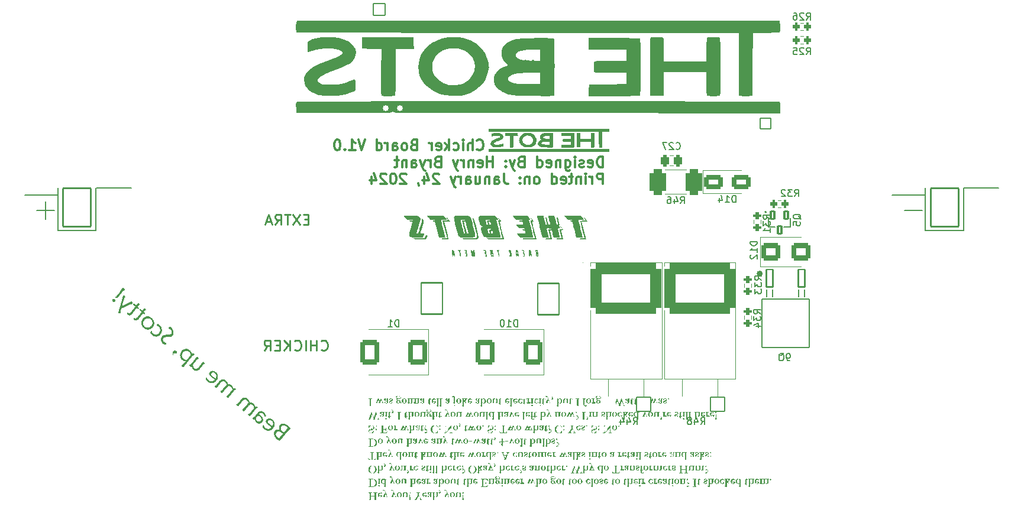
<source format=gbo>
G04 #@! TF.GenerationSoftware,KiCad,Pcbnew,7.0.6*
G04 #@! TF.CreationDate,2024-01-26T23:20:00-08:00*
G04 #@! TF.ProjectId,POWER_BOARD,504f5745-525f-4424-9f41-52442e6b6963,rev?*
G04 #@! TF.SameCoordinates,Original*
G04 #@! TF.FileFunction,Legend,Bot*
G04 #@! TF.FilePolarity,Positive*
%FSLAX46Y46*%
G04 Gerber Fmt 4.6, Leading zero omitted, Abs format (unit mm)*
G04 Created by KiCad (PCBNEW 7.0.6) date 2024-01-26 23:20:00*
%MOMM*%
%LPD*%
G01*
G04 APERTURE LIST*
G04 Aperture macros list*
%AMRoundRect*
0 Rectangle with rounded corners*
0 $1 Rounding radius*
0 $2 $3 $4 $5 $6 $7 $8 $9 X,Y pos of 4 corners*
0 Add a 4 corners polygon primitive as box body*
4,1,4,$2,$3,$4,$5,$6,$7,$8,$9,$2,$3,0*
0 Add four circle primitives for the rounded corners*
1,1,$1+$1,$2,$3*
1,1,$1+$1,$4,$5*
1,1,$1+$1,$6,$7*
1,1,$1+$1,$8,$9*
0 Add four rect primitives between the rounded corners*
20,1,$1+$1,$2,$3,$4,$5,0*
20,1,$1+$1,$4,$5,$6,$7,0*
20,1,$1+$1,$6,$7,$8,$9,0*
20,1,$1+$1,$8,$9,$2,$3,0*%
G04 Aperture macros list end*
%ADD10C,0.250000*%
%ADD11C,0.150000*%
%ADD12C,0.300000*%
%ADD13C,0.200000*%
%ADD14C,0.120000*%
%ADD15C,0.152400*%
%ADD16C,0.450000*%
%ADD17C,0.127000*%
%ADD18RoundRect,0.101600X-2.000000X-2.750000X2.000000X-2.750000X2.000000X2.750000X-2.000000X2.750000X0*%
%ADD19C,5.500000*%
%ADD20C,0.852400*%
%ADD21RoundRect,0.101600X0.850000X-0.850000X0.850000X0.850000X-0.850000X0.850000X-0.850000X-0.850000X0*%
%ADD22O,1.903200X1.903200*%
%ADD23RoundRect,0.101600X1.500000X2.250000X-1.500000X2.250000X-1.500000X-2.250000X1.500000X-2.250000X0*%
%ADD24O,3.203200X4.703200*%
%ADD25RoundRect,0.102000X-0.754000X-0.754000X0.754000X-0.754000X0.754000X0.754000X-0.754000X0.754000X0*%
%ADD26C,1.712000*%
%ADD27C,0.710000*%
%ADD28O,1.804000X1.304000*%
%ADD29RoundRect,0.301600X-0.200000X-0.275000X0.200000X-0.275000X0.200000X0.275000X-0.200000X0.275000X0*%
%ADD30RoundRect,0.101600X-0.469900X-1.244600X0.469900X-1.244600X0.469900X1.244600X-0.469900X1.244600X0*%
%ADD31RoundRect,0.101600X-3.390900X-3.467100X3.390900X-3.467100X3.390900X3.467100X-3.390900X3.467100X0*%
%ADD32RoundRect,0.351600X-0.250000X-0.475000X0.250000X-0.475000X0.250000X0.475000X-0.250000X0.475000X0*%
%ADD33RoundRect,0.351600X1.000000X-1.400000X1.000000X1.400000X-1.000000X1.400000X-1.000000X-1.400000X0*%
%ADD34RoundRect,0.301600X0.275000X-0.200000X0.275000X0.200000X-0.275000X0.200000X-0.275000X-0.200000X0*%
%ADD35RoundRect,0.144000X-0.258000X0.573000X-0.258000X-0.573000X0.258000X-0.573000X0.258000X0.573000X0*%
%ADD36RoundRect,0.101600X1.000000X1.000000X-1.000000X1.000000X-1.000000X-1.000000X1.000000X-1.000000X0*%
%ADD37O,2.203200X2.203200*%
%ADD38RoundRect,0.801600X4.300000X2.800000X-4.300000X2.800000X-4.300000X-2.800000X4.300000X-2.800000X0*%
%ADD39RoundRect,0.611364X-0.591836X-1.266836X0.591836X-1.266836X0.591836X1.266836X-0.591836X1.266836X0*%
%ADD40RoundRect,0.301600X0.200000X0.275000X-0.200000X0.275000X-0.200000X-0.275000X0.200000X-0.275000X0*%
%ADD41RoundRect,0.351600X-1.000000X-0.650000X1.000000X-0.650000X1.000000X0.650000X-1.000000X0.650000X0*%
%ADD42RoundRect,0.351600X-1.000000X-0.900000X1.000000X-0.900000X1.000000X0.900000X-1.000000X0.900000X0*%
G04 APERTURE END LIST*
D10*
X69963384Y-67470714D02*
X69463384Y-67470714D01*
X69249098Y-68256428D02*
X69963384Y-68256428D01*
X69963384Y-68256428D02*
X69963384Y-66756428D01*
X69963384Y-66756428D02*
X69249098Y-66756428D01*
X68749098Y-66756428D02*
X67749098Y-68256428D01*
X67749098Y-66756428D02*
X68749098Y-68256428D01*
X67391955Y-66756428D02*
X66534813Y-66756428D01*
X66963384Y-68256428D02*
X66963384Y-66756428D01*
X65177670Y-68256428D02*
X65677670Y-67542142D01*
X66034813Y-68256428D02*
X66034813Y-66756428D01*
X66034813Y-66756428D02*
X65463384Y-66756428D01*
X65463384Y-66756428D02*
X65320527Y-66827857D01*
X65320527Y-66827857D02*
X65249098Y-66899285D01*
X65249098Y-66899285D02*
X65177670Y-67042142D01*
X65177670Y-67042142D02*
X65177670Y-67256428D01*
X65177670Y-67256428D02*
X65249098Y-67399285D01*
X65249098Y-67399285D02*
X65320527Y-67470714D01*
X65320527Y-67470714D02*
X65463384Y-67542142D01*
X65463384Y-67542142D02*
X66034813Y-67542142D01*
X64606241Y-67827857D02*
X63891956Y-67827857D01*
X64749098Y-68256428D02*
X64249098Y-66756428D01*
X64249098Y-66756428D02*
X63749098Y-68256428D01*
D11*
G36*
X66345149Y-96726024D02*
G01*
X66383746Y-96728645D01*
X66422903Y-96733161D01*
X66462260Y-96739672D01*
X66501815Y-96748179D01*
X66541568Y-96758680D01*
X66581521Y-96771176D01*
X66621672Y-96785668D01*
X66662021Y-96802155D01*
X66702570Y-96820637D01*
X66743316Y-96841114D01*
X66784262Y-96863586D01*
X66825406Y-96888053D01*
X66866749Y-96914516D01*
X66887495Y-96928495D01*
X66908290Y-96942974D01*
X66929135Y-96957951D01*
X66950030Y-96973427D01*
X66970975Y-96989401D01*
X66991969Y-97005875D01*
X67013013Y-97022847D01*
X67034106Y-97040318D01*
X67053092Y-97057261D01*
X67072106Y-97074674D01*
X67091042Y-97092141D01*
X67115288Y-97114055D01*
X67139483Y-97135826D01*
X67163628Y-97157452D01*
X67187723Y-97178936D01*
X67211768Y-97200276D01*
X67235762Y-97221472D01*
X67259705Y-97242525D01*
X67283598Y-97263434D01*
X67307441Y-97284199D01*
X67331233Y-97304822D01*
X67354975Y-97325300D01*
X67378667Y-97345635D01*
X67402308Y-97365827D01*
X67425899Y-97385875D01*
X67449439Y-97405780D01*
X67472929Y-97425541D01*
X67449899Y-97437133D01*
X67425858Y-97450796D01*
X67400805Y-97466528D01*
X67374742Y-97484331D01*
X67347668Y-97504203D01*
X67319583Y-97526146D01*
X67300298Y-97541924D01*
X67280564Y-97558623D01*
X67260380Y-97576241D01*
X67239747Y-97594779D01*
X67218665Y-97614238D01*
X67197134Y-97634616D01*
X67175153Y-97655914D01*
X67152473Y-97678385D01*
X67128845Y-97702281D01*
X67104267Y-97727601D01*
X67078741Y-97754346D01*
X67052267Y-97782515D01*
X67024844Y-97812109D01*
X66996471Y-97843128D01*
X66967151Y-97875572D01*
X66936881Y-97909440D01*
X66905663Y-97944733D01*
X66873496Y-97981450D01*
X66857057Y-98000344D01*
X66840381Y-98019593D01*
X66823467Y-98039198D01*
X66806316Y-98059160D01*
X66788929Y-98079478D01*
X66771303Y-98100151D01*
X66753441Y-98121182D01*
X66735342Y-98142568D01*
X66717005Y-98164310D01*
X66698431Y-98186409D01*
X66672096Y-98217896D01*
X66645627Y-98249746D01*
X66619024Y-98281959D01*
X66592288Y-98314534D01*
X66565419Y-98347472D01*
X66538416Y-98380772D01*
X66511280Y-98414435D01*
X66484010Y-98448461D01*
X66456607Y-98482849D01*
X66429071Y-98517599D01*
X66401401Y-98552713D01*
X66373598Y-98588188D01*
X66345661Y-98624027D01*
X66317591Y-98660228D01*
X66289388Y-98696791D01*
X66261051Y-98733717D01*
X66233421Y-98769684D01*
X66207359Y-98803586D01*
X66182863Y-98835425D01*
X66159935Y-98865201D01*
X66138574Y-98892913D01*
X66118780Y-98918561D01*
X66100553Y-98942145D01*
X66083893Y-98963666D01*
X66061841Y-98992078D01*
X66043315Y-99015847D01*
X66024099Y-99040317D01*
X66007028Y-99061543D01*
X65986317Y-99085089D01*
X65965755Y-99106184D01*
X65945343Y-99124827D01*
X65925079Y-99141019D01*
X65898294Y-99158796D01*
X65871774Y-99172214D01*
X65845520Y-99181274D01*
X65819531Y-99185977D01*
X65793808Y-99186322D01*
X65773725Y-99183509D01*
X65744459Y-99175522D01*
X65720642Y-99166353D01*
X65695224Y-99154461D01*
X65668205Y-99139845D01*
X65639586Y-99122505D01*
X65609366Y-99102440D01*
X65588331Y-99087551D01*
X65566583Y-99071451D01*
X65544125Y-99054140D01*
X65520955Y-99035619D01*
X65497074Y-99015887D01*
X65475524Y-98997529D01*
X65454478Y-98979041D01*
X65433937Y-98960425D01*
X65413899Y-98941679D01*
X65394365Y-98922804D01*
X65375334Y-98903799D01*
X65356808Y-98884666D01*
X65338786Y-98865403D01*
X65321267Y-98846011D01*
X65304252Y-98826490D01*
X65287741Y-98806839D01*
X65271735Y-98787059D01*
X65256231Y-98767150D01*
X65241232Y-98747112D01*
X65212745Y-98706648D01*
X65186274Y-98665667D01*
X65161818Y-98624169D01*
X65139377Y-98582155D01*
X65118952Y-98539623D01*
X65100543Y-98496574D01*
X65084149Y-98453009D01*
X65069770Y-98408926D01*
X65057407Y-98364327D01*
X65047198Y-98319928D01*
X65039281Y-98276447D01*
X65035243Y-98245888D01*
X65310153Y-98245888D01*
X65311875Y-98281618D01*
X65316641Y-98318164D01*
X65321510Y-98342982D01*
X65327676Y-98367868D01*
X65335085Y-98392524D01*
X65343736Y-98416952D01*
X65353629Y-98441150D01*
X65364766Y-98465119D01*
X65377144Y-98488859D01*
X65390766Y-98512369D01*
X65405629Y-98535651D01*
X65421736Y-98558704D01*
X65439084Y-98581527D01*
X65457676Y-98604122D01*
X65477509Y-98626487D01*
X65498586Y-98648623D01*
X65520905Y-98670530D01*
X65544466Y-98692208D01*
X65569270Y-98713657D01*
X65590206Y-98730870D01*
X65611670Y-98747817D01*
X65633660Y-98764498D01*
X65656178Y-98780912D01*
X65664682Y-98786935D01*
X65687842Y-98802915D01*
X65708687Y-98816801D01*
X65730071Y-98830598D01*
X65751996Y-98844306D01*
X65768614Y-98825097D01*
X65792873Y-98797052D01*
X65816330Y-98769928D01*
X65838985Y-98743726D01*
X65860838Y-98718446D01*
X65881890Y-98694087D01*
X65902140Y-98670650D01*
X65921588Y-98648134D01*
X65940234Y-98626540D01*
X65958079Y-98605867D01*
X65975121Y-98586116D01*
X65991762Y-98566802D01*
X66008252Y-98547617D01*
X66024591Y-98528561D01*
X66040778Y-98509634D01*
X66062126Y-98484600D01*
X66083205Y-98459796D01*
X66104015Y-98435222D01*
X66124556Y-98410877D01*
X66144828Y-98386763D01*
X66303140Y-98198094D01*
X66284813Y-98180486D01*
X66265886Y-98162506D01*
X66247493Y-98145339D01*
X66227840Y-98127621D01*
X66220428Y-98120936D01*
X66201736Y-98104408D01*
X66182540Y-98087990D01*
X66151617Y-98062590D01*
X66121107Y-98038631D01*
X66091007Y-98016111D01*
X66061320Y-97995031D01*
X66032044Y-97975391D01*
X66003179Y-97957191D01*
X65974726Y-97940430D01*
X65946684Y-97925109D01*
X65919054Y-97911229D01*
X65891835Y-97898788D01*
X65865028Y-97887787D01*
X65838633Y-97878226D01*
X65812648Y-97870104D01*
X65787076Y-97863423D01*
X65761915Y-97858181D01*
X65737165Y-97854380D01*
X65724925Y-97852995D01*
X65688934Y-97851010D01*
X65654042Y-97852281D01*
X65620247Y-97856808D01*
X65587549Y-97864590D01*
X65555949Y-97875628D01*
X65525447Y-97889922D01*
X65496042Y-97907471D01*
X65467735Y-97928276D01*
X65440526Y-97952336D01*
X65422996Y-97970185D01*
X65405954Y-97989481D01*
X65383325Y-98018671D01*
X65363740Y-98048678D01*
X65347199Y-98079503D01*
X65333702Y-98111146D01*
X65323249Y-98143605D01*
X65315840Y-98176882D01*
X65311474Y-98210977D01*
X65310153Y-98245888D01*
X65035243Y-98245888D01*
X65033656Y-98233883D01*
X65030324Y-98192236D01*
X65029284Y-98151507D01*
X65030536Y-98111696D01*
X65034081Y-98072802D01*
X65039918Y-98034825D01*
X65048048Y-97997766D01*
X65058469Y-97961625D01*
X65071183Y-97926401D01*
X65086190Y-97892095D01*
X65103489Y-97858706D01*
X65123080Y-97826235D01*
X65144963Y-97794681D01*
X65169139Y-97764045D01*
X65184758Y-97746181D01*
X65209000Y-97721229D01*
X65234217Y-97698491D01*
X65260410Y-97677967D01*
X65287578Y-97659656D01*
X65315722Y-97643559D01*
X65344841Y-97629676D01*
X65374935Y-97618006D01*
X65406005Y-97608549D01*
X65438051Y-97601306D01*
X65471072Y-97596277D01*
X65504983Y-97593461D01*
X65539699Y-97592858D01*
X65575220Y-97594468D01*
X65611547Y-97598292D01*
X65636212Y-97602070D01*
X65661235Y-97606832D01*
X65686615Y-97612577D01*
X65712354Y-97619306D01*
X65738450Y-97627018D01*
X65764904Y-97635714D01*
X65791716Y-97645394D01*
X65818886Y-97656057D01*
X65846413Y-97667704D01*
X65874299Y-97680334D01*
X65859546Y-97652305D01*
X65845757Y-97624560D01*
X65832933Y-97597099D01*
X65821072Y-97569922D01*
X65810175Y-97543028D01*
X65800243Y-97516419D01*
X65791274Y-97490093D01*
X65783269Y-97464050D01*
X65777929Y-97444513D01*
X66001059Y-97444513D01*
X66004347Y-97480907D01*
X66008411Y-97505474D01*
X66013972Y-97530285D01*
X66020948Y-97555163D01*
X66029374Y-97580032D01*
X66039252Y-97604890D01*
X66050580Y-97629738D01*
X66063359Y-97654577D01*
X66077590Y-97679405D01*
X66093271Y-97704224D01*
X66110403Y-97729032D01*
X66128986Y-97753831D01*
X66149019Y-97778619D01*
X66170504Y-97803398D01*
X66193440Y-97828167D01*
X66217826Y-97852925D01*
X66243663Y-97877674D01*
X66270952Y-97902413D01*
X66299691Y-97927141D01*
X66305700Y-97932155D01*
X66326295Y-97948931D01*
X66347759Y-97965802D01*
X66367819Y-97981068D01*
X66379400Y-97989402D01*
X66400832Y-98004297D01*
X66423019Y-98019056D01*
X66445960Y-98033679D01*
X66474102Y-97999424D01*
X66501420Y-97966167D01*
X66527914Y-97933907D01*
X66553583Y-97902644D01*
X66578427Y-97872380D01*
X66602448Y-97843113D01*
X66625644Y-97814843D01*
X66648015Y-97787571D01*
X66669562Y-97761296D01*
X66690285Y-97736019D01*
X66710184Y-97711740D01*
X66729258Y-97688458D01*
X66747507Y-97666173D01*
X66764932Y-97644886D01*
X66781533Y-97624597D01*
X66797310Y-97605305D01*
X66812534Y-97586660D01*
X66834845Y-97559249D01*
X66856525Y-97532504D01*
X66877574Y-97506425D01*
X66897993Y-97481014D01*
X66917782Y-97456268D01*
X66936940Y-97432190D01*
X66955467Y-97408778D01*
X66973364Y-97386033D01*
X66990630Y-97363955D01*
X67007265Y-97342543D01*
X66991256Y-97326431D01*
X66973107Y-97308519D01*
X66955116Y-97291145D01*
X66935062Y-97272240D01*
X66923951Y-97261749D01*
X66903939Y-97243356D01*
X66883912Y-97225590D01*
X66863870Y-97208453D01*
X66849848Y-97196836D01*
X66821970Y-97174633D01*
X66794311Y-97153803D01*
X66766873Y-97134348D01*
X66739655Y-97116267D01*
X66712656Y-97099560D01*
X66685878Y-97084227D01*
X66659319Y-97070268D01*
X66632981Y-97057683D01*
X66606862Y-97046472D01*
X66580964Y-97036635D01*
X66555285Y-97028172D01*
X66529826Y-97021084D01*
X66504588Y-97015369D01*
X66479569Y-97011028D01*
X66442454Y-97007093D01*
X66406073Y-97006295D01*
X66370668Y-97008678D01*
X66336237Y-97014242D01*
X66302781Y-97022987D01*
X66270301Y-97034914D01*
X66238795Y-97050021D01*
X66208264Y-97068310D01*
X66178709Y-97089780D01*
X66159546Y-97105861D01*
X66140817Y-97123356D01*
X66122522Y-97142264D01*
X66104660Y-97162586D01*
X66096024Y-97173131D01*
X66079876Y-97194404D01*
X66065224Y-97215922D01*
X66052070Y-97237683D01*
X66035147Y-97270782D01*
X66021592Y-97304430D01*
X66011405Y-97338628D01*
X66004588Y-97373374D01*
X66001139Y-97408669D01*
X66001059Y-97444513D01*
X65777929Y-97444513D01*
X65776229Y-97438292D01*
X65770152Y-97412817D01*
X65765039Y-97387626D01*
X65760891Y-97362719D01*
X65757706Y-97338096D01*
X65754737Y-97301693D01*
X65753936Y-97265928D01*
X65754548Y-97242409D01*
X65757273Y-97207733D01*
X65762167Y-97173781D01*
X65769230Y-97140552D01*
X65778461Y-97108047D01*
X65789861Y-97076266D01*
X65803430Y-97045208D01*
X65819168Y-97014874D01*
X65837074Y-96985263D01*
X65857149Y-96956377D01*
X65879393Y-96928214D01*
X65903840Y-96900646D01*
X65929231Y-96875091D01*
X65955566Y-96851549D01*
X65982843Y-96830020D01*
X66011064Y-96810503D01*
X66040228Y-96792998D01*
X66070335Y-96777506D01*
X66101385Y-96764027D01*
X66133379Y-96752560D01*
X66166316Y-96743106D01*
X66200196Y-96735665D01*
X66235019Y-96730236D01*
X66270786Y-96726819D01*
X66307496Y-96725415D01*
X66345149Y-96726024D01*
G37*
G36*
X64432495Y-96005767D02*
G01*
X64462723Y-96008582D01*
X64492744Y-96012895D01*
X64522560Y-96018704D01*
X64552169Y-96026011D01*
X64581572Y-96034816D01*
X64610769Y-96045117D01*
X64639760Y-96056916D01*
X64668545Y-96070213D01*
X64697124Y-96085006D01*
X64725496Y-96101297D01*
X64753663Y-96119086D01*
X64781623Y-96138371D01*
X64809377Y-96159154D01*
X64836925Y-96181435D01*
X64871454Y-96211731D01*
X64903876Y-96242902D01*
X64934189Y-96274950D01*
X64962395Y-96307874D01*
X64988493Y-96341673D01*
X65012483Y-96376349D01*
X65034365Y-96411900D01*
X65054139Y-96448327D01*
X65071805Y-96485630D01*
X65087363Y-96523809D01*
X65100813Y-96562864D01*
X65112155Y-96602795D01*
X65121390Y-96643602D01*
X65128516Y-96685284D01*
X65133535Y-96727843D01*
X65136446Y-96771277D01*
X65137271Y-96814939D01*
X65135933Y-96858298D01*
X65132433Y-96901354D01*
X65126769Y-96944108D01*
X65118943Y-96986558D01*
X65108954Y-97028706D01*
X65096802Y-97070551D01*
X65082487Y-97112094D01*
X65066009Y-97153334D01*
X65047369Y-97194271D01*
X65026565Y-97234905D01*
X65003599Y-97275237D01*
X64978470Y-97315266D01*
X64951178Y-97354992D01*
X64921723Y-97394415D01*
X64906184Y-97414014D01*
X64890105Y-97433536D01*
X64857391Y-97471095D01*
X64824148Y-97506425D01*
X64790377Y-97539528D01*
X64756077Y-97570404D01*
X64721248Y-97599051D01*
X64685891Y-97625471D01*
X64650005Y-97649663D01*
X64613590Y-97671627D01*
X64576647Y-97691364D01*
X64539176Y-97708873D01*
X64501175Y-97724154D01*
X64462646Y-97737207D01*
X64423589Y-97748033D01*
X64384003Y-97756631D01*
X64343888Y-97763001D01*
X64303245Y-97767143D01*
X64282771Y-97768349D01*
X64241885Y-97769060D01*
X64201078Y-97767505D01*
X64160352Y-97763682D01*
X64119706Y-97757591D01*
X64079141Y-97749234D01*
X64038655Y-97738609D01*
X63998251Y-97725717D01*
X63957926Y-97710557D01*
X63917682Y-97693131D01*
X63877518Y-97673437D01*
X63837434Y-97651476D01*
X63797430Y-97627248D01*
X63757507Y-97600752D01*
X63717665Y-97571989D01*
X63697773Y-97556757D01*
X63677902Y-97540959D01*
X63658051Y-97524594D01*
X63647341Y-97515531D01*
X63626533Y-97497464D01*
X63606540Y-97479473D01*
X63587362Y-97461559D01*
X63569000Y-97443721D01*
X63551452Y-97425960D01*
X63526659Y-97399462D01*
X63503701Y-97373137D01*
X63482576Y-97346984D01*
X63463286Y-97321003D01*
X63445829Y-97295195D01*
X63430207Y-97269559D01*
X63416419Y-97244095D01*
X63408330Y-97227321D01*
X63398081Y-97203112D01*
X63387930Y-97172608D01*
X63381795Y-97144133D01*
X63379678Y-97117688D01*
X63382679Y-97087484D01*
X63391957Y-97060452D01*
X63407512Y-97036590D01*
X63409072Y-97034758D01*
X63428228Y-97015973D01*
X63448811Y-97001056D01*
X63472413Y-96988198D01*
X63496494Y-96977762D01*
X63520459Y-96969666D01*
X63546832Y-96962680D01*
X63571886Y-96957478D01*
X63578434Y-96985142D01*
X63586156Y-97012374D01*
X63595051Y-97039172D01*
X63605119Y-97065538D01*
X63616360Y-97091471D01*
X63628774Y-97116971D01*
X63642361Y-97142038D01*
X63657121Y-97166672D01*
X63672934Y-97190760D01*
X63689918Y-97214388D01*
X63708073Y-97237555D01*
X63727398Y-97260262D01*
X63747894Y-97282509D01*
X63769561Y-97304296D01*
X63792398Y-97325623D01*
X63816406Y-97346490D01*
X63842733Y-97367745D01*
X63869199Y-97387447D01*
X63895804Y-97405595D01*
X63922548Y-97422191D01*
X63949432Y-97437232D01*
X63976455Y-97450721D01*
X64003617Y-97462656D01*
X64030919Y-97473037D01*
X64058360Y-97481865D01*
X64085940Y-97489140D01*
X64113660Y-97494861D01*
X64141518Y-97499029D01*
X64169517Y-97501644D01*
X64197654Y-97502705D01*
X64225931Y-97502212D01*
X64254347Y-97500167D01*
X64282639Y-97496486D01*
X64310563Y-97491306D01*
X64338118Y-97484627D01*
X64365304Y-97476450D01*
X64392122Y-97466775D01*
X64418572Y-97455600D01*
X64444653Y-97442928D01*
X64470365Y-97428756D01*
X64495709Y-97413086D01*
X64520685Y-97395917D01*
X64545292Y-97377249D01*
X64569531Y-97357083D01*
X64593401Y-97335418D01*
X64616902Y-97312254D01*
X64640035Y-97287592D01*
X64662800Y-97261431D01*
X64677555Y-97243847D01*
X64663350Y-97234819D01*
X64642089Y-97221151D01*
X64620885Y-97207330D01*
X64599737Y-97193357D01*
X64578646Y-97179233D01*
X64557611Y-97164956D01*
X64536632Y-97150527D01*
X64515710Y-97135946D01*
X64494844Y-97121214D01*
X64474034Y-97106329D01*
X64453281Y-97091292D01*
X64439486Y-97081188D01*
X64418874Y-97065921D01*
X64398358Y-97050521D01*
X64377940Y-97034990D01*
X64357618Y-97019326D01*
X64337393Y-97003529D01*
X64317265Y-96987601D01*
X64297234Y-96971540D01*
X64277299Y-96955347D01*
X64257461Y-96939021D01*
X64237720Y-96922563D01*
X64203524Y-96893435D01*
X64171031Y-96864871D01*
X64140242Y-96836869D01*
X64111158Y-96809430D01*
X64083777Y-96782555D01*
X64058100Y-96756242D01*
X64034128Y-96730492D01*
X64011859Y-96705306D01*
X63991294Y-96680683D01*
X63972434Y-96656622D01*
X63955277Y-96633125D01*
X63939825Y-96610190D01*
X63926076Y-96587819D01*
X63908648Y-96555318D01*
X63895054Y-96524084D01*
X63888007Y-96503615D01*
X63883101Y-96484329D01*
X64141218Y-96484329D01*
X64142977Y-96509480D01*
X64149597Y-96534400D01*
X64161865Y-96560558D01*
X64176525Y-96583615D01*
X64195493Y-96608566D01*
X64212545Y-96628521D01*
X64232021Y-96649542D01*
X64253920Y-96671628D01*
X64278242Y-96694780D01*
X64304987Y-96718996D01*
X64324163Y-96735732D01*
X64344416Y-96752942D01*
X64359645Y-96765670D01*
X64382345Y-96784451D01*
X64404873Y-96802861D01*
X64427229Y-96820899D01*
X64449414Y-96838565D01*
X64471426Y-96855858D01*
X64493267Y-96872780D01*
X64514935Y-96889330D01*
X64536432Y-96905508D01*
X64557757Y-96921314D01*
X64578910Y-96936748D01*
X64592853Y-96946774D01*
X64613610Y-96961479D01*
X64634176Y-96975782D01*
X64661303Y-96994229D01*
X64688092Y-97011963D01*
X64714543Y-97028983D01*
X64740657Y-97045289D01*
X64766433Y-97060882D01*
X64791871Y-97075761D01*
X64807395Y-97049554D01*
X64821798Y-97023507D01*
X64835079Y-96997620D01*
X64847240Y-96971893D01*
X64858279Y-96946327D01*
X64868196Y-96920920D01*
X64876993Y-96895673D01*
X64884668Y-96870586D01*
X64891222Y-96845659D01*
X64896655Y-96820893D01*
X64902701Y-96784043D01*
X64906225Y-96747553D01*
X64907226Y-96711423D01*
X64905704Y-96675653D01*
X64901613Y-96640525D01*
X64895084Y-96606469D01*
X64886118Y-96573485D01*
X64874715Y-96541574D01*
X64860875Y-96510736D01*
X64844597Y-96480969D01*
X64825882Y-96452276D01*
X64804729Y-96424654D01*
X64781140Y-96398105D01*
X64755112Y-96372629D01*
X64736407Y-96356240D01*
X64718284Y-96341530D01*
X64691079Y-96321310D01*
X64663852Y-96303306D01*
X64636602Y-96287518D01*
X64609329Y-96273946D01*
X64582033Y-96262589D01*
X64554715Y-96253449D01*
X64527373Y-96246524D01*
X64500009Y-96241815D01*
X64472622Y-96239321D01*
X64445211Y-96239044D01*
X64427072Y-96239975D01*
X64400429Y-96243200D01*
X64374465Y-96248618D01*
X64349181Y-96256229D01*
X64324576Y-96266034D01*
X64300651Y-96278031D01*
X64277406Y-96292221D01*
X64254839Y-96308604D01*
X64232953Y-96327180D01*
X64211746Y-96347950D01*
X64191218Y-96370912D01*
X64178859Y-96386642D01*
X64165102Y-96407486D01*
X64152280Y-96433332D01*
X64144319Y-96458947D01*
X64141218Y-96484329D01*
X63883101Y-96484329D01*
X63880236Y-96473067D01*
X63875825Y-96442705D01*
X63874774Y-96412529D01*
X63877084Y-96382539D01*
X63882753Y-96352735D01*
X63891783Y-96323117D01*
X63904173Y-96293685D01*
X63919923Y-96264438D01*
X63939034Y-96235378D01*
X63961504Y-96206503D01*
X63982265Y-96182881D01*
X64003674Y-96160726D01*
X64025730Y-96140039D01*
X64048435Y-96120819D01*
X64071787Y-96103066D01*
X64095787Y-96086780D01*
X64120435Y-96071962D01*
X64145731Y-96058611D01*
X64171675Y-96046728D01*
X64198267Y-96036312D01*
X64225506Y-96027363D01*
X64253393Y-96019882D01*
X64281928Y-96013867D01*
X64311111Y-96009321D01*
X64340942Y-96006241D01*
X64371421Y-96004629D01*
X64402061Y-96004449D01*
X64432495Y-96005767D01*
G37*
G36*
X63176466Y-94942533D02*
G01*
X63204522Y-94944807D01*
X63232753Y-94948803D01*
X63261158Y-94954521D01*
X63289739Y-94961961D01*
X63318494Y-94971123D01*
X63347424Y-94982007D01*
X63376528Y-94994614D01*
X63405808Y-95008942D01*
X63435262Y-95024992D01*
X63464890Y-95042764D01*
X63494694Y-95062258D01*
X63524672Y-95083475D01*
X63554825Y-95106413D01*
X63585153Y-95131073D01*
X63597414Y-95141465D01*
X63621191Y-95162245D01*
X63643974Y-95183020D01*
X63665761Y-95203788D01*
X63686554Y-95224550D01*
X63706352Y-95245307D01*
X63725155Y-95266058D01*
X63742964Y-95286803D01*
X63759777Y-95307542D01*
X63775596Y-95328275D01*
X63790421Y-95349002D01*
X63804250Y-95369724D01*
X63823130Y-95400795D01*
X63839771Y-95431853D01*
X63854174Y-95462898D01*
X63858479Y-95473146D01*
X63869620Y-95503077D01*
X63878099Y-95531785D01*
X63883917Y-95559271D01*
X63887074Y-95585534D01*
X63887570Y-95610575D01*
X63884091Y-95642062D01*
X63875881Y-95671375D01*
X63862939Y-95698516D01*
X63845267Y-95723483D01*
X63828027Y-95741674D01*
X63807119Y-95758131D01*
X63784926Y-95769966D01*
X63758423Y-95777758D01*
X63752307Y-95778588D01*
X63727113Y-95779086D01*
X63700753Y-95775063D01*
X63676731Y-95767833D01*
X63651816Y-95757141D01*
X63654813Y-95727540D01*
X63655818Y-95698444D01*
X63654830Y-95669853D01*
X63651850Y-95641766D01*
X63646878Y-95614184D01*
X63639912Y-95587107D01*
X63630955Y-95560534D01*
X63620005Y-95534465D01*
X63613682Y-95521511D01*
X63599293Y-95495619D01*
X63582581Y-95469752D01*
X63563546Y-95443910D01*
X63547744Y-95424544D01*
X63530636Y-95405191D01*
X63512221Y-95385853D01*
X63492499Y-95366528D01*
X63471470Y-95347217D01*
X63449134Y-95327920D01*
X63430766Y-95312960D01*
X63403397Y-95292369D01*
X63376244Y-95273996D01*
X63349309Y-95257841D01*
X63322592Y-95243905D01*
X63296091Y-95232186D01*
X63269808Y-95222685D01*
X63243742Y-95215402D01*
X63217893Y-95210337D01*
X63192262Y-95207490D01*
X63166847Y-95206861D01*
X63150081Y-95207676D01*
X63125318Y-95210755D01*
X63101022Y-95216060D01*
X63077191Y-95223593D01*
X63053827Y-95233353D01*
X63030928Y-95245341D01*
X63008494Y-95259555D01*
X62986527Y-95275997D01*
X62965025Y-95294666D01*
X62943989Y-95315562D01*
X62923419Y-95338686D01*
X62915959Y-95347729D01*
X62900443Y-95367998D01*
X62897659Y-95371735D01*
X62884629Y-95393600D01*
X62892723Y-95399098D01*
X62916541Y-95415468D01*
X62939661Y-95431651D01*
X62962084Y-95447647D01*
X62983809Y-95463456D01*
X63004836Y-95479079D01*
X63021838Y-95491712D01*
X63041692Y-95506777D01*
X63064100Y-95524223D01*
X63085695Y-95541530D01*
X63106477Y-95558697D01*
X63141188Y-95588671D01*
X63174154Y-95618876D01*
X63205376Y-95649314D01*
X63234854Y-95679983D01*
X63262587Y-95710884D01*
X63288575Y-95742016D01*
X63312818Y-95773381D01*
X63335318Y-95804977D01*
X63356072Y-95836805D01*
X63375082Y-95868864D01*
X63392348Y-95901156D01*
X63407869Y-95933679D01*
X63421645Y-95966433D01*
X63433677Y-95999420D01*
X63443964Y-96032638D01*
X63452507Y-96066089D01*
X63459244Y-96099432D01*
X63464116Y-96132329D01*
X63467122Y-96164781D01*
X63468262Y-96196787D01*
X63467537Y-96228348D01*
X63464945Y-96259462D01*
X63460488Y-96290131D01*
X63454166Y-96320355D01*
X63445977Y-96350132D01*
X63435923Y-96379464D01*
X63424003Y-96408351D01*
X63410217Y-96436791D01*
X63394566Y-96464786D01*
X63377048Y-96492335D01*
X63357666Y-96519439D01*
X63336417Y-96546097D01*
X63316587Y-96568760D01*
X63296276Y-96590059D01*
X63275485Y-96609992D01*
X63254213Y-96628561D01*
X63232461Y-96645764D01*
X63210228Y-96661603D01*
X63187514Y-96676076D01*
X63164319Y-96689185D01*
X63140644Y-96700928D01*
X63116488Y-96711307D01*
X63091852Y-96720320D01*
X63066735Y-96727969D01*
X63041137Y-96734252D01*
X63015059Y-96739171D01*
X62988500Y-96742724D01*
X62961461Y-96744913D01*
X62934196Y-96745669D01*
X62907081Y-96745026D01*
X62880115Y-96742983D01*
X62853298Y-96739541D01*
X62826631Y-96734700D01*
X62800113Y-96728459D01*
X62773744Y-96720818D01*
X62747525Y-96711779D01*
X62721455Y-96701339D01*
X62695534Y-96689500D01*
X62669763Y-96676262D01*
X62644141Y-96661624D01*
X62618668Y-96645587D01*
X62593345Y-96628150D01*
X62568171Y-96609314D01*
X62543147Y-96589078D01*
X62536857Y-96583734D01*
X62512424Y-96561638D01*
X62489158Y-96538395D01*
X62467057Y-96514004D01*
X62446121Y-96488465D01*
X62431185Y-96468558D01*
X62416904Y-96448005D01*
X62403278Y-96426806D01*
X62390309Y-96404962D01*
X62377995Y-96382472D01*
X62370077Y-96367041D01*
X62358699Y-96343243D01*
X62347918Y-96318666D01*
X62337735Y-96293309D01*
X62328149Y-96267172D01*
X62319160Y-96240255D01*
X62310769Y-96212558D01*
X62302975Y-96184082D01*
X62295779Y-96154825D01*
X62289180Y-96124789D01*
X62283179Y-96093973D01*
X62264042Y-96113282D01*
X62241725Y-96132821D01*
X62220114Y-96148397D01*
X62195794Y-96161560D01*
X62169175Y-96169999D01*
X62155982Y-96171456D01*
X62129123Y-96168962D01*
X62105104Y-96160865D01*
X62080601Y-96147247D01*
X62059215Y-96131181D01*
X62045395Y-96118344D01*
X62027950Y-96098468D01*
X62012750Y-96077615D01*
X61997839Y-96053765D01*
X61985005Y-96030180D01*
X61972413Y-96004551D01*
X61961814Y-95980957D01*
X61951393Y-95955860D01*
X61941150Y-95929262D01*
X61964601Y-95922538D01*
X62440797Y-95922538D01*
X62441451Y-95939727D01*
X62443132Y-95965100D01*
X62445652Y-95989982D01*
X62450318Y-96022394D01*
X62456476Y-96053931D01*
X62464126Y-96084596D01*
X62473269Y-96114386D01*
X62483904Y-96143303D01*
X62496032Y-96171346D01*
X62509615Y-96198499D01*
X62524619Y-96224742D01*
X62541044Y-96250077D01*
X62558889Y-96274503D01*
X62578155Y-96298021D01*
X62598841Y-96320629D01*
X62620947Y-96342330D01*
X62644474Y-96363121D01*
X62668631Y-96382381D01*
X62692806Y-96399634D01*
X62716999Y-96414880D01*
X62741209Y-96428121D01*
X62765438Y-96439354D01*
X62789685Y-96448582D01*
X62813950Y-96455803D01*
X62838233Y-96461018D01*
X62870638Y-96464850D01*
X62903075Y-96465115D01*
X62911158Y-96464627D01*
X62942886Y-96460488D01*
X62973648Y-96452857D01*
X63003444Y-96441732D01*
X63032274Y-96427114D01*
X63053263Y-96413858D01*
X63073707Y-96398637D01*
X63093609Y-96381451D01*
X63112967Y-96362300D01*
X63131782Y-96341184D01*
X63146534Y-96322769D01*
X63166224Y-96294929D01*
X63182989Y-96266826D01*
X63196828Y-96238460D01*
X63207742Y-96209832D01*
X63215730Y-96180941D01*
X63220792Y-96151787D01*
X63222928Y-96122371D01*
X63222139Y-96092692D01*
X63218424Y-96062750D01*
X63211784Y-96032546D01*
X63202319Y-96002026D01*
X63189981Y-95971317D01*
X63174770Y-95940417D01*
X63156687Y-95909328D01*
X63143035Y-95888497D01*
X63128106Y-95867580D01*
X63111901Y-95846580D01*
X63094419Y-95825495D01*
X63075660Y-95804326D01*
X63055624Y-95783073D01*
X63034311Y-95761735D01*
X63011722Y-95740312D01*
X62987855Y-95718805D01*
X62962712Y-95697214D01*
X62960526Y-95695389D01*
X62939255Y-95678402D01*
X62917935Y-95662460D01*
X62897417Y-95647862D01*
X62875160Y-95632657D01*
X62865172Y-95625873D01*
X62844288Y-95612013D01*
X62822193Y-95597763D01*
X62798888Y-95583124D01*
X62774373Y-95568095D01*
X62753018Y-95555273D01*
X62749829Y-95558852D01*
X62733510Y-95577765D01*
X62716301Y-95598440D01*
X62699157Y-95619512D01*
X62682911Y-95639789D01*
X62680102Y-95643255D01*
X62664208Y-95662831D01*
X62647741Y-95683022D01*
X62631662Y-95702607D01*
X62615672Y-95721852D01*
X62611272Y-95727091D01*
X62593420Y-95748276D01*
X62575160Y-95769827D01*
X62558847Y-95788984D01*
X62542221Y-95808421D01*
X62529506Y-95822901D01*
X62512716Y-95841915D01*
X62494256Y-95862717D01*
X62477596Y-95881416D01*
X62459777Y-95901357D01*
X62440797Y-95922538D01*
X61964601Y-95922538D01*
X61967911Y-95921589D01*
X61994969Y-95911811D01*
X62022325Y-95899930D01*
X62049979Y-95885944D01*
X62077930Y-95869855D01*
X62099089Y-95856407D01*
X62120415Y-95841776D01*
X62141908Y-95825962D01*
X62163569Y-95808963D01*
X62185654Y-95790578D01*
X62208421Y-95770599D01*
X62231868Y-95749029D01*
X62255997Y-95725866D01*
X62280807Y-95701112D01*
X62306298Y-95674765D01*
X62323670Y-95656316D01*
X62341345Y-95637159D01*
X62359323Y-95617294D01*
X62377604Y-95596722D01*
X62396188Y-95575442D01*
X62415074Y-95553455D01*
X62434263Y-95530759D01*
X62437808Y-95526527D01*
X62456462Y-95504032D01*
X62472499Y-95484437D01*
X62489527Y-95463421D01*
X62507544Y-95440983D01*
X62526552Y-95417124D01*
X62546551Y-95391843D01*
X62562199Y-95371950D01*
X62578405Y-95351257D01*
X62594357Y-95330693D01*
X62614250Y-95305153D01*
X62632570Y-95281760D01*
X62649316Y-95260514D01*
X62668035Y-95236975D01*
X62684296Y-95216790D01*
X62702931Y-95194166D01*
X62727695Y-95165619D01*
X62752640Y-95138785D01*
X62777767Y-95113666D01*
X62803074Y-95090262D01*
X62828562Y-95068573D01*
X62854232Y-95048598D01*
X62880082Y-95030337D01*
X62906113Y-95013792D01*
X62932325Y-94998961D01*
X62958718Y-94985844D01*
X62985293Y-94974442D01*
X63012048Y-94964755D01*
X63038984Y-94956782D01*
X63066101Y-94950524D01*
X63093399Y-94945980D01*
X63120878Y-94943151D01*
X63148584Y-94941981D01*
X63176466Y-94942533D01*
G37*
G36*
X62725691Y-94432574D02*
G01*
X62710051Y-94412570D01*
X62692680Y-94392070D01*
X62675136Y-94373147D01*
X62657167Y-94354842D01*
X62637978Y-94336852D01*
X62619473Y-94320771D01*
X62597064Y-94303490D01*
X62574687Y-94289281D01*
X62552342Y-94278144D01*
X62525571Y-94268834D01*
X62498847Y-94263948D01*
X62476612Y-94263255D01*
X62450220Y-94266126D01*
X62424428Y-94273373D01*
X62399236Y-94284994D01*
X62374643Y-94300991D01*
X62354606Y-94317664D01*
X62342784Y-94329126D01*
X62334150Y-94299508D01*
X62325053Y-94270611D01*
X62315493Y-94242436D01*
X62305469Y-94214983D01*
X62294982Y-94188251D01*
X62284032Y-94162241D01*
X62272619Y-94136953D01*
X62260742Y-94112387D01*
X62248403Y-94088542D01*
X62235600Y-94065419D01*
X62226807Y-94050404D01*
X62213127Y-94028360D01*
X62198952Y-94006940D01*
X62184282Y-93986144D01*
X62169117Y-93965971D01*
X62153457Y-93946423D01*
X62137302Y-93927498D01*
X62114992Y-93903235D01*
X62091802Y-93880082D01*
X62067732Y-93858037D01*
X62055368Y-93847431D01*
X62030810Y-93827837D01*
X62005612Y-93809731D01*
X61979774Y-93793111D01*
X61953295Y-93777979D01*
X61926176Y-93764334D01*
X61898416Y-93752176D01*
X61870016Y-93741505D01*
X61840975Y-93732322D01*
X61811175Y-93724526D01*
X61780734Y-93718217D01*
X61749653Y-93713395D01*
X61717932Y-93710061D01*
X61685570Y-93708213D01*
X61652567Y-93707853D01*
X61627395Y-93708559D01*
X61601862Y-93710101D01*
X61584640Y-93711594D01*
X61575882Y-93681793D01*
X61566412Y-93652349D01*
X61556230Y-93623260D01*
X61545336Y-93594529D01*
X61533730Y-93566153D01*
X61521412Y-93538135D01*
X61508382Y-93510472D01*
X61494640Y-93483166D01*
X61480187Y-93456217D01*
X61465021Y-93429623D01*
X61454515Y-93412093D01*
X61438295Y-93386180D01*
X61421654Y-93361125D01*
X61404592Y-93336927D01*
X61387110Y-93313586D01*
X61369208Y-93291102D01*
X61350886Y-93269476D01*
X61332143Y-93248707D01*
X61312980Y-93228796D01*
X61293396Y-93209741D01*
X61273392Y-93191544D01*
X61259822Y-93179889D01*
X61230099Y-93155869D01*
X61200335Y-93133655D01*
X61170529Y-93113248D01*
X61140681Y-93094647D01*
X61110792Y-93077852D01*
X61080861Y-93062863D01*
X61050889Y-93049681D01*
X61020876Y-93038305D01*
X60990821Y-93028736D01*
X60960724Y-93020973D01*
X60930586Y-93015016D01*
X60900407Y-93010865D01*
X60870186Y-93008521D01*
X60839923Y-93007983D01*
X60809619Y-93009251D01*
X60779274Y-93012326D01*
X60749003Y-93017079D01*
X60718942Y-93023604D01*
X60689091Y-93031899D01*
X60659450Y-93041964D01*
X60630019Y-93053800D01*
X60600798Y-93067406D01*
X60571786Y-93082784D01*
X60542985Y-93099931D01*
X60514394Y-93118849D01*
X60486013Y-93139538D01*
X60457841Y-93161997D01*
X60429880Y-93186227D01*
X60402128Y-93212227D01*
X60374587Y-93239998D01*
X60347255Y-93269540D01*
X60320133Y-93300852D01*
X60303791Y-93320743D01*
X60285432Y-93343641D01*
X60267064Y-93366846D01*
X60250361Y-93388109D01*
X60231872Y-93411772D01*
X60211598Y-93437833D01*
X60200792Y-93451764D01*
X60184459Y-93472609D01*
X60168578Y-93492779D01*
X60153148Y-93512275D01*
X60133279Y-93537221D01*
X60114213Y-93560969D01*
X60095950Y-93583517D01*
X60078491Y-93604867D01*
X60061835Y-93625019D01*
X60049870Y-93639346D01*
X60032123Y-93660372D01*
X60014770Y-93680679D01*
X59997812Y-93700266D01*
X59981249Y-93719135D01*
X59957144Y-93746090D01*
X59933926Y-93771426D01*
X59911597Y-93795145D01*
X59890155Y-93817245D01*
X59869602Y-93837728D01*
X59849936Y-93856592D01*
X59831159Y-93873839D01*
X59813269Y-93889467D01*
X59790038Y-93908315D01*
X59767106Y-93925541D01*
X59744472Y-93941145D01*
X59722137Y-93955126D01*
X59700099Y-93967484D01*
X59672973Y-93980651D01*
X59646312Y-93991283D01*
X59635779Y-93994826D01*
X59647933Y-94021483D01*
X59659759Y-94046362D01*
X59671258Y-94069463D01*
X59684625Y-94094838D01*
X59697519Y-94117654D01*
X59707905Y-94134712D01*
X59722442Y-94156062D01*
X59739187Y-94177818D01*
X59756070Y-94196755D01*
X59775229Y-94214690D01*
X59798292Y-94232163D01*
X59820432Y-94245103D01*
X59845095Y-94254471D01*
X59871744Y-94257623D01*
X59887566Y-94255502D01*
X59914054Y-94244625D01*
X59936131Y-94229953D01*
X59955976Y-94213460D01*
X59977138Y-94193089D01*
X59995016Y-94174001D01*
X60013735Y-94152430D01*
X60032241Y-94130060D01*
X60053064Y-94104294D01*
X60070201Y-94082742D01*
X60088643Y-94059280D01*
X60108388Y-94033907D01*
X60129437Y-94006625D01*
X60151789Y-93977434D01*
X60167415Y-93956911D01*
X60183620Y-93935540D01*
X60200405Y-93913321D01*
X60217769Y-93890252D01*
X60226668Y-93878399D01*
X60244420Y-93854789D01*
X60261689Y-93831913D01*
X60278475Y-93809770D01*
X60294779Y-93788361D01*
X60310599Y-93767686D01*
X60325937Y-93747745D01*
X60348038Y-93719208D01*
X60369053Y-93692323D01*
X60388982Y-93667088D01*
X60407825Y-93643504D01*
X60425581Y-93621571D01*
X60442251Y-93601289D01*
X60452760Y-93588685D01*
X60477877Y-93559329D01*
X60502684Y-93531496D01*
X60527179Y-93505187D01*
X60551365Y-93480402D01*
X60575240Y-93457140D01*
X60598804Y-93435402D01*
X60622058Y-93415188D01*
X60645002Y-93396498D01*
X60667635Y-93379331D01*
X60689957Y-93363687D01*
X60711969Y-93349568D01*
X60733670Y-93336972D01*
X60765641Y-93320934D01*
X60796912Y-93308325D01*
X60817372Y-93301824D01*
X60847731Y-93294735D01*
X60878076Y-93290837D01*
X60908406Y-93290129D01*
X60938721Y-93292611D01*
X60969021Y-93298284D01*
X60999306Y-93307147D01*
X61029575Y-93319200D01*
X61059830Y-93334444D01*
X61090070Y-93352879D01*
X61120294Y-93374503D01*
X61140436Y-93390692D01*
X61161989Y-93409448D01*
X61182688Y-93428829D01*
X61202534Y-93448835D01*
X61221526Y-93469466D01*
X61239665Y-93490722D01*
X61256951Y-93512603D01*
X61273382Y-93535109D01*
X61288960Y-93558241D01*
X61303982Y-93582247D01*
X61318545Y-93607614D01*
X61332649Y-93634342D01*
X61346294Y-93662431D01*
X61359480Y-93691882D01*
X61369069Y-93714863D01*
X61378399Y-93738610D01*
X61387472Y-93763122D01*
X61396286Y-93788401D01*
X61375817Y-93806264D01*
X61355360Y-93824567D01*
X61334914Y-93843309D01*
X61314478Y-93862491D01*
X61294053Y-93882112D01*
X61273640Y-93902172D01*
X61253237Y-93922672D01*
X61232845Y-93943611D01*
X61211733Y-93965831D01*
X61194815Y-93984045D01*
X61176968Y-94003586D01*
X61158192Y-94024455D01*
X61138488Y-94046651D01*
X61117855Y-94070175D01*
X61096293Y-94095026D01*
X61073802Y-94121205D01*
X61050382Y-94148711D01*
X61034253Y-94167786D01*
X61017711Y-94187451D01*
X60899276Y-94328596D01*
X60880094Y-94351351D01*
X60861428Y-94373280D01*
X60843278Y-94394382D01*
X60825644Y-94414659D01*
X60808526Y-94434109D01*
X60791924Y-94452734D01*
X60767988Y-94479121D01*
X60745214Y-94503650D01*
X60723600Y-94526320D01*
X60703148Y-94547132D01*
X60683856Y-94566085D01*
X60665726Y-94583179D01*
X60654284Y-94593543D01*
X60631984Y-94612729D01*
X60609821Y-94630487D01*
X60587794Y-94646814D01*
X60565903Y-94661713D01*
X60544149Y-94675182D01*
X60517149Y-94690009D01*
X60490361Y-94702602D01*
X60479705Y-94707014D01*
X60489910Y-94731315D01*
X60500188Y-94754254D01*
X60512621Y-94779985D01*
X60525160Y-94803755D01*
X60537807Y-94825566D01*
X60546298Y-94839017D01*
X60561563Y-94860662D01*
X60577623Y-94880803D01*
X60594480Y-94899443D01*
X60614718Y-94918905D01*
X60622576Y-94925698D01*
X60644725Y-94942290D01*
X60669796Y-94955964D01*
X60694035Y-94963515D01*
X60720720Y-94964648D01*
X60733656Y-94962216D01*
X60757387Y-94952361D01*
X60779569Y-94938118D01*
X60799352Y-94922162D01*
X60820315Y-94902491D01*
X60837935Y-94884078D01*
X60856310Y-94863288D01*
X60861022Y-94857719D01*
X60879599Y-94835071D01*
X60895677Y-94815004D01*
X60914711Y-94790964D01*
X60930925Y-94770325D01*
X60948802Y-94747452D01*
X60968340Y-94722343D01*
X60989541Y-94694999D01*
X61012404Y-94665419D01*
X61028569Y-94644457D01*
X61036929Y-94633604D01*
X61053750Y-94611804D01*
X61070306Y-94590433D01*
X61086597Y-94569492D01*
X61102623Y-94548979D01*
X61118383Y-94528896D01*
X61133879Y-94509242D01*
X61156625Y-94480565D01*
X61178774Y-94452854D01*
X61200326Y-94426108D01*
X61221282Y-94400328D01*
X61241641Y-94375514D01*
X61261403Y-94351665D01*
X61274247Y-94336303D01*
X61303753Y-94301639D01*
X61332557Y-94268816D01*
X61360659Y-94237833D01*
X61388058Y-94208690D01*
X61414755Y-94181387D01*
X61440749Y-94155924D01*
X61466041Y-94132301D01*
X61490630Y-94110518D01*
X61514516Y-94090575D01*
X61537700Y-94072472D01*
X61560182Y-94056210D01*
X61581961Y-94041787D01*
X61613312Y-94023603D01*
X61643083Y-94009559D01*
X61662052Y-94002497D01*
X61690023Y-93994851D01*
X61718082Y-93990339D01*
X61746230Y-93988963D01*
X61774467Y-93990722D01*
X61802792Y-93995615D01*
X61831205Y-94003643D01*
X61859707Y-94014807D01*
X61888297Y-94029105D01*
X61916976Y-94046538D01*
X61945743Y-94067106D01*
X61964971Y-94082559D01*
X61984914Y-94100142D01*
X62004112Y-94118794D01*
X62022564Y-94138516D01*
X62040270Y-94159307D01*
X62057230Y-94181169D01*
X62073444Y-94204100D01*
X62088913Y-94228101D01*
X62103635Y-94253172D01*
X62117630Y-94279126D01*
X62130954Y-94306211D01*
X62143605Y-94334429D01*
X62155586Y-94363778D01*
X62166894Y-94394260D01*
X62174935Y-94417864D01*
X62182598Y-94442105D01*
X62189883Y-94466983D01*
X62196791Y-94492498D01*
X62179380Y-94514367D01*
X62161070Y-94537375D01*
X62141862Y-94561523D01*
X62121754Y-94586809D01*
X62100748Y-94613235D01*
X62078843Y-94640799D01*
X62056039Y-94669503D01*
X62040337Y-94689271D01*
X62024235Y-94709546D01*
X62007734Y-94730327D01*
X61990833Y-94751615D01*
X61973533Y-94773409D01*
X61964733Y-94784495D01*
X61947442Y-94806154D01*
X61930987Y-94826749D01*
X61915367Y-94846280D01*
X61893505Y-94873581D01*
X61873523Y-94898489D01*
X61855421Y-94921003D01*
X61839201Y-94941123D01*
X61820498Y-94964226D01*
X61801821Y-94987121D01*
X61788368Y-95003366D01*
X61769790Y-95025382D01*
X61751542Y-95046756D01*
X61733622Y-95067489D01*
X61716032Y-95087581D01*
X61698772Y-95107032D01*
X61681840Y-95125842D01*
X61657060Y-95152854D01*
X61633021Y-95178424D01*
X61609722Y-95202551D01*
X61587164Y-95225236D01*
X61565347Y-95246478D01*
X61544270Y-95266277D01*
X61530631Y-95278675D01*
X61510511Y-95296169D01*
X61490606Y-95312747D01*
X61470914Y-95328408D01*
X61444991Y-95347863D01*
X61419449Y-95365689D01*
X61394286Y-95381885D01*
X61369505Y-95396451D01*
X61345103Y-95409389D01*
X61327052Y-95418022D01*
X61336929Y-95441368D01*
X61348992Y-95467890D01*
X61361284Y-95492781D01*
X61373805Y-95516043D01*
X61386555Y-95537674D01*
X61393016Y-95547878D01*
X61408662Y-95570474D01*
X61425316Y-95591590D01*
X61442980Y-95611227D01*
X61461651Y-95629386D01*
X61472773Y-95639098D01*
X61495433Y-95656033D01*
X61517433Y-95668258D01*
X61542265Y-95676567D01*
X61569546Y-95678212D01*
X61586000Y-95674988D01*
X61610511Y-95663452D01*
X61634710Y-95646308D01*
X61657124Y-95626905D01*
X61676527Y-95608034D01*
X61697239Y-95586186D01*
X61719258Y-95561361D01*
X61730759Y-95547833D01*
X61746188Y-95528360D01*
X61762484Y-95507008D01*
X61777862Y-95486601D01*
X61795944Y-95462427D01*
X61816732Y-95434487D01*
X61832093Y-95413767D01*
X61848656Y-95391374D01*
X61866421Y-95367307D01*
X61885388Y-95341566D01*
X61905557Y-95314151D01*
X61926929Y-95285063D01*
X61938065Y-95269890D01*
X61960538Y-95239252D01*
X61982928Y-95208961D01*
X62005234Y-95179018D01*
X62027457Y-95149423D01*
X62049598Y-95120176D01*
X62071655Y-95091276D01*
X62093629Y-95062725D01*
X62115520Y-95034521D01*
X62137328Y-95006665D01*
X62159053Y-94979158D01*
X62180694Y-94951997D01*
X62202253Y-94925185D01*
X62223728Y-94898721D01*
X62245121Y-94872604D01*
X62266430Y-94846835D01*
X62287656Y-94821415D01*
X62304247Y-94801771D01*
X62320621Y-94782642D01*
X62344775Y-94754913D01*
X62368443Y-94728341D01*
X62391624Y-94702926D01*
X62414318Y-94678669D01*
X62436525Y-94655569D01*
X62458244Y-94633626D01*
X62479477Y-94612840D01*
X62500223Y-94593212D01*
X62520481Y-94574740D01*
X62527126Y-94568841D01*
X62546863Y-94551777D01*
X62566367Y-94535601D01*
X62592013Y-94515413D01*
X62617246Y-94496803D01*
X62642067Y-94479770D01*
X62666475Y-94464314D01*
X62690470Y-94450435D01*
X62714054Y-94438134D01*
X62725691Y-94432574D01*
G37*
G36*
X59608141Y-91816640D02*
G01*
X59592501Y-91796636D01*
X59575131Y-91776136D01*
X59557586Y-91757212D01*
X59539618Y-91738907D01*
X59520428Y-91720918D01*
X59501923Y-91704837D01*
X59479514Y-91687556D01*
X59457137Y-91673346D01*
X59434793Y-91662209D01*
X59408022Y-91652899D01*
X59381297Y-91648013D01*
X59359062Y-91647320D01*
X59332671Y-91650191D01*
X59306879Y-91657438D01*
X59281686Y-91669060D01*
X59257093Y-91685056D01*
X59237057Y-91701729D01*
X59225235Y-91713191D01*
X59216601Y-91683573D01*
X59207504Y-91654676D01*
X59197943Y-91626501D01*
X59187919Y-91599048D01*
X59177433Y-91572316D01*
X59166482Y-91546307D01*
X59155069Y-91521018D01*
X59143193Y-91496452D01*
X59130853Y-91472607D01*
X59118050Y-91449484D01*
X59109257Y-91434469D01*
X59095577Y-91412425D01*
X59081402Y-91391005D01*
X59066732Y-91370209D01*
X59051567Y-91350036D01*
X59035908Y-91330488D01*
X59019753Y-91311563D01*
X58997443Y-91287300D01*
X58974253Y-91264147D01*
X58950183Y-91242102D01*
X58937818Y-91231496D01*
X58913261Y-91211902D01*
X58888063Y-91193796D01*
X58862224Y-91177176D01*
X58835746Y-91162044D01*
X58808626Y-91148399D01*
X58780867Y-91136241D01*
X58752466Y-91125571D01*
X58723426Y-91116387D01*
X58693625Y-91108591D01*
X58663185Y-91102282D01*
X58632104Y-91097460D01*
X58600382Y-91094126D01*
X58568020Y-91092278D01*
X58535017Y-91091918D01*
X58509845Y-91092624D01*
X58484313Y-91094166D01*
X58467091Y-91095659D01*
X58458332Y-91065858D01*
X58448862Y-91036414D01*
X58438680Y-91007326D01*
X58427786Y-90978594D01*
X58416180Y-90950219D01*
X58403862Y-90922200D01*
X58390832Y-90894537D01*
X58377091Y-90867231D01*
X58362637Y-90840282D01*
X58347471Y-90813689D01*
X58336966Y-90796158D01*
X58320745Y-90770245D01*
X58304104Y-90745190D01*
X58287043Y-90720992D01*
X58269561Y-90697651D01*
X58251659Y-90675168D01*
X58233336Y-90653541D01*
X58214593Y-90632773D01*
X58195430Y-90612861D01*
X58175846Y-90593806D01*
X58155842Y-90575609D01*
X58142272Y-90563954D01*
X58112549Y-90539934D01*
X58082785Y-90517720D01*
X58052979Y-90497313D01*
X58023131Y-90478712D01*
X57993242Y-90461917D01*
X57963312Y-90446929D01*
X57933340Y-90433747D01*
X57903326Y-90422371D01*
X57873271Y-90412801D01*
X57843175Y-90405038D01*
X57813037Y-90399081D01*
X57782857Y-90394930D01*
X57752636Y-90392586D01*
X57722374Y-90392048D01*
X57692070Y-90393316D01*
X57661724Y-90396391D01*
X57631453Y-90401145D01*
X57601392Y-90407669D01*
X57571541Y-90415964D01*
X57541900Y-90426029D01*
X57512469Y-90437865D01*
X57483248Y-90451472D01*
X57454237Y-90466849D01*
X57425436Y-90483996D01*
X57396844Y-90502915D01*
X57368463Y-90523603D01*
X57340291Y-90546062D01*
X57312330Y-90570292D01*
X57284579Y-90596293D01*
X57257037Y-90624063D01*
X57229705Y-90653605D01*
X57202584Y-90684917D01*
X57186242Y-90704808D01*
X57167882Y-90727706D01*
X57149514Y-90750911D01*
X57132811Y-90772174D01*
X57114322Y-90795837D01*
X57094048Y-90821899D01*
X57083242Y-90835829D01*
X57066909Y-90856674D01*
X57051028Y-90876844D01*
X57035599Y-90896340D01*
X57015729Y-90921286D01*
X56996663Y-90945034D01*
X56978401Y-90967583D01*
X56960941Y-90988933D01*
X56944286Y-91009084D01*
X56932321Y-91023411D01*
X56914573Y-91044437D01*
X56897221Y-91064744D01*
X56880263Y-91084332D01*
X56863699Y-91103200D01*
X56839594Y-91130155D01*
X56816377Y-91155492D01*
X56794047Y-91179210D01*
X56772606Y-91201311D01*
X56752052Y-91221793D01*
X56732387Y-91240658D01*
X56713609Y-91257904D01*
X56695719Y-91273532D01*
X56672488Y-91292381D01*
X56649556Y-91309606D01*
X56626922Y-91325210D01*
X56604587Y-91339191D01*
X56582550Y-91351550D01*
X56555423Y-91364717D01*
X56528763Y-91375349D01*
X56518229Y-91378892D01*
X56530383Y-91405548D01*
X56542210Y-91430427D01*
X56553708Y-91453528D01*
X56567075Y-91478903D01*
X56579970Y-91501719D01*
X56590355Y-91518777D01*
X56604893Y-91540127D01*
X56621637Y-91561883D01*
X56638520Y-91580821D01*
X56657680Y-91598755D01*
X56680743Y-91616228D01*
X56702882Y-91629168D01*
X56727546Y-91638536D01*
X56754194Y-91641689D01*
X56770016Y-91639567D01*
X56796504Y-91628690D01*
X56818581Y-91614018D01*
X56838427Y-91597525D01*
X56859589Y-91577155D01*
X56877466Y-91558066D01*
X56896186Y-91536496D01*
X56914691Y-91514125D01*
X56935514Y-91488360D01*
X56952652Y-91466807D01*
X56971093Y-91443345D01*
X56990839Y-91417973D01*
X57011887Y-91390691D01*
X57034240Y-91361499D01*
X57049866Y-91340977D01*
X57066071Y-91319606D01*
X57082855Y-91297386D01*
X57100219Y-91274317D01*
X57109119Y-91262464D01*
X57126870Y-91238854D01*
X57144139Y-91215978D01*
X57160926Y-91193835D01*
X57177229Y-91172427D01*
X57193049Y-91151751D01*
X57208387Y-91131810D01*
X57230489Y-91103274D01*
X57251504Y-91076388D01*
X57271433Y-91051153D01*
X57290275Y-91027570D01*
X57308031Y-91005637D01*
X57324701Y-90985355D01*
X57335211Y-90972750D01*
X57360328Y-90943394D01*
X57385134Y-90915562D01*
X57409630Y-90889253D01*
X57433815Y-90864467D01*
X57457690Y-90841206D01*
X57481255Y-90819468D01*
X57504508Y-90799253D01*
X57527452Y-90780563D01*
X57550085Y-90763396D01*
X57572407Y-90747752D01*
X57594419Y-90733633D01*
X57616121Y-90721037D01*
X57648091Y-90705000D01*
X57679362Y-90692391D01*
X57699822Y-90685889D01*
X57730182Y-90678801D01*
X57760527Y-90674902D01*
X57790856Y-90674194D01*
X57821171Y-90676676D01*
X57851471Y-90682349D01*
X57881756Y-90691212D01*
X57912026Y-90703266D01*
X57942280Y-90718510D01*
X57972520Y-90736944D01*
X58002745Y-90758569D01*
X58022886Y-90774758D01*
X58044439Y-90793513D01*
X58065139Y-90812894D01*
X58084984Y-90832900D01*
X58103977Y-90853531D01*
X58122116Y-90874787D01*
X58139401Y-90896668D01*
X58155833Y-90919175D01*
X58171411Y-90942306D01*
X58186433Y-90966312D01*
X58200995Y-90991679D01*
X58215099Y-91018407D01*
X58228744Y-91046497D01*
X58241931Y-91075947D01*
X58251519Y-91098928D01*
X58260850Y-91122675D01*
X58269922Y-91147188D01*
X58278736Y-91172466D01*
X58258268Y-91190329D01*
X58237810Y-91208632D01*
X58217364Y-91227374D01*
X58196928Y-91246556D01*
X58176504Y-91266177D01*
X58156090Y-91286238D01*
X58135687Y-91306737D01*
X58115295Y-91327677D01*
X58094183Y-91349897D01*
X58077265Y-91368110D01*
X58059418Y-91387652D01*
X58040643Y-91408520D01*
X58020938Y-91430717D01*
X58000305Y-91454240D01*
X57978743Y-91479092D01*
X57956252Y-91505270D01*
X57932833Y-91532776D01*
X57916703Y-91551851D01*
X57900161Y-91571516D01*
X57781727Y-91712662D01*
X57762545Y-91735416D01*
X57743879Y-91757345D01*
X57725728Y-91778447D01*
X57708094Y-91798724D01*
X57690976Y-91818174D01*
X57674374Y-91836799D01*
X57650439Y-91863186D01*
X57627664Y-91887715D01*
X57606051Y-91910386D01*
X57585598Y-91931197D01*
X57566307Y-91950150D01*
X57548176Y-91967245D01*
X57536734Y-91977608D01*
X57514435Y-91996795D01*
X57492271Y-92014552D01*
X57470244Y-92030880D01*
X57448354Y-92045778D01*
X57426600Y-92059248D01*
X57399599Y-92074074D01*
X57372811Y-92086667D01*
X57362156Y-92091079D01*
X57372360Y-92115380D01*
X57382638Y-92138319D01*
X57395071Y-92164050D01*
X57407611Y-92187820D01*
X57420257Y-92209631D01*
X57428748Y-92223082D01*
X57444013Y-92244727D01*
X57460074Y-92264869D01*
X57476930Y-92283508D01*
X57497169Y-92302970D01*
X57505026Y-92309763D01*
X57527176Y-92326356D01*
X57552246Y-92340029D01*
X57576485Y-92347580D01*
X57603171Y-92348713D01*
X57616106Y-92346281D01*
X57639837Y-92336427D01*
X57662019Y-92322184D01*
X57681802Y-92306228D01*
X57702765Y-92286556D01*
X57720385Y-92268144D01*
X57738760Y-92247353D01*
X57743472Y-92241784D01*
X57762049Y-92219136D01*
X57778128Y-92199069D01*
X57797161Y-92175029D01*
X57813376Y-92154391D01*
X57831252Y-92131517D01*
X57850790Y-92106408D01*
X57871991Y-92079064D01*
X57894854Y-92049484D01*
X57911019Y-92028523D01*
X57919379Y-92017669D01*
X57936200Y-91995869D01*
X57952757Y-91974499D01*
X57969047Y-91953557D01*
X57985073Y-91933044D01*
X58000834Y-91912961D01*
X58016329Y-91893307D01*
X58039075Y-91864630D01*
X58061224Y-91836919D01*
X58082776Y-91810174D01*
X58103732Y-91784394D01*
X58124091Y-91759579D01*
X58143854Y-91735731D01*
X58156697Y-91720368D01*
X58186204Y-91685705D01*
X58215008Y-91652881D01*
X58243109Y-91621898D01*
X58270509Y-91592755D01*
X58297205Y-91565452D01*
X58323199Y-91539989D01*
X58348491Y-91516366D01*
X58373080Y-91494583D01*
X58396967Y-91474640D01*
X58420151Y-91456538D01*
X58442632Y-91440275D01*
X58464411Y-91425852D01*
X58495763Y-91407668D01*
X58525534Y-91393625D01*
X58544503Y-91386562D01*
X58572473Y-91378916D01*
X58600533Y-91374405D01*
X58628681Y-91373028D01*
X58656917Y-91374787D01*
X58685242Y-91379680D01*
X58713655Y-91387709D01*
X58742157Y-91398872D01*
X58770748Y-91413170D01*
X58799426Y-91430603D01*
X58828194Y-91451171D01*
X58847421Y-91466624D01*
X58867365Y-91484207D01*
X58886562Y-91502859D01*
X58905014Y-91522581D01*
X58922720Y-91543373D01*
X58939680Y-91565234D01*
X58955895Y-91588165D01*
X58971363Y-91612167D01*
X58986086Y-91637237D01*
X59000081Y-91663191D01*
X59013404Y-91690276D01*
X59026056Y-91718494D01*
X59038036Y-91747843D01*
X59049345Y-91778325D01*
X59057385Y-91801929D01*
X59065048Y-91826171D01*
X59072334Y-91851048D01*
X59079241Y-91876563D01*
X59061830Y-91898432D01*
X59043521Y-91921441D01*
X59024312Y-91945588D01*
X59004205Y-91970874D01*
X58983198Y-91997300D01*
X58961293Y-92024864D01*
X58938489Y-92053568D01*
X58922787Y-92073337D01*
X58906685Y-92093612D01*
X58890184Y-92114393D01*
X58873284Y-92135680D01*
X58855984Y-92157474D01*
X58847184Y-92168560D01*
X58829893Y-92190219D01*
X58813437Y-92210814D01*
X58797818Y-92230345D01*
X58775955Y-92257646D01*
X58755973Y-92282554D01*
X58737872Y-92305068D01*
X58721651Y-92325188D01*
X58702948Y-92348292D01*
X58684271Y-92371186D01*
X58670818Y-92387431D01*
X58652240Y-92409447D01*
X58633992Y-92430821D01*
X58616073Y-92451554D01*
X58598483Y-92471646D01*
X58581222Y-92491097D01*
X58564290Y-92509907D01*
X58539510Y-92536919D01*
X58515471Y-92562489D01*
X58492172Y-92586616D01*
X58469614Y-92609301D01*
X58447797Y-92630543D01*
X58426721Y-92650342D01*
X58413081Y-92662740D01*
X58392962Y-92680234D01*
X58373056Y-92696812D01*
X58353364Y-92712473D01*
X58327441Y-92731928D01*
X58301899Y-92749754D01*
X58276737Y-92765950D01*
X58251955Y-92780517D01*
X58227554Y-92793454D01*
X58209502Y-92802087D01*
X58219380Y-92825434D01*
X58231443Y-92851955D01*
X58243735Y-92876847D01*
X58256256Y-92900108D01*
X58269005Y-92921739D01*
X58275466Y-92931944D01*
X58291112Y-92954539D01*
X58307767Y-92975655D01*
X58325430Y-92995293D01*
X58344101Y-93013451D01*
X58355224Y-93023163D01*
X58377883Y-93040099D01*
X58399883Y-93052324D01*
X58424716Y-93060632D01*
X58451996Y-93062278D01*
X58468451Y-93059053D01*
X58492962Y-93047517D01*
X58517160Y-93030373D01*
X58539574Y-93010970D01*
X58558978Y-92992099D01*
X58579689Y-92970251D01*
X58601709Y-92945427D01*
X58613209Y-92931898D01*
X58628638Y-92912425D01*
X58644934Y-92891074D01*
X58660312Y-92870666D01*
X58678395Y-92846492D01*
X58699182Y-92818552D01*
X58714543Y-92797833D01*
X58731106Y-92775440D01*
X58748871Y-92751372D01*
X58767838Y-92725631D01*
X58788008Y-92698217D01*
X58809379Y-92669128D01*
X58820516Y-92653956D01*
X58842988Y-92623317D01*
X58865378Y-92593026D01*
X58887684Y-92563083D01*
X58909908Y-92533488D01*
X58932048Y-92504241D01*
X58954105Y-92475342D01*
X58976079Y-92446790D01*
X58997970Y-92418587D01*
X59019778Y-92390731D01*
X59041503Y-92363223D01*
X59063145Y-92336063D01*
X59084703Y-92309250D01*
X59106179Y-92282786D01*
X59127571Y-92256669D01*
X59148881Y-92230901D01*
X59170107Y-92205480D01*
X59186697Y-92185837D01*
X59203071Y-92166708D01*
X59227226Y-92138978D01*
X59250894Y-92112406D01*
X59274074Y-92086992D01*
X59296768Y-92062734D01*
X59318975Y-92039634D01*
X59340695Y-92017691D01*
X59361927Y-91996905D01*
X59382673Y-91977277D01*
X59402932Y-91958806D01*
X59409576Y-91952906D01*
X59429313Y-91935843D01*
X59448818Y-91919667D01*
X59474463Y-91899479D01*
X59499696Y-91880868D01*
X59524517Y-91863835D01*
X59548925Y-91848379D01*
X59572921Y-91834500D01*
X59596504Y-91822199D01*
X59608141Y-91816640D01*
G37*
G36*
X56304054Y-89185196D02*
G01*
X56334282Y-89188011D01*
X56364304Y-89192323D01*
X56394119Y-89198133D01*
X56423729Y-89205440D01*
X56453132Y-89214244D01*
X56482329Y-89224546D01*
X56511320Y-89236345D01*
X56540105Y-89249641D01*
X56568684Y-89264435D01*
X56597056Y-89280726D01*
X56625222Y-89298514D01*
X56653183Y-89317800D01*
X56680937Y-89338583D01*
X56708485Y-89360863D01*
X56743014Y-89391159D01*
X56775436Y-89422331D01*
X56805749Y-89454379D01*
X56833955Y-89487302D01*
X56860052Y-89521102D01*
X56884042Y-89555777D01*
X56905924Y-89591329D01*
X56925698Y-89627756D01*
X56943364Y-89665059D01*
X56958922Y-89703238D01*
X56972373Y-89742293D01*
X56983715Y-89782224D01*
X56992950Y-89823030D01*
X57000076Y-89864713D01*
X57005095Y-89907272D01*
X57008005Y-89950706D01*
X57008831Y-89994368D01*
X57007493Y-90037727D01*
X57003992Y-90080783D01*
X56998329Y-90123536D01*
X56990503Y-90165987D01*
X56980514Y-90208135D01*
X56968362Y-90249980D01*
X56954047Y-90291523D01*
X56937569Y-90332763D01*
X56918928Y-90373700D01*
X56898125Y-90414334D01*
X56875159Y-90454666D01*
X56850030Y-90494694D01*
X56822737Y-90534421D01*
X56793283Y-90573844D01*
X56777744Y-90593442D01*
X56761665Y-90612965D01*
X56728951Y-90650523D01*
X56695708Y-90685854D01*
X56661936Y-90718957D01*
X56627636Y-90749832D01*
X56592808Y-90778480D01*
X56557450Y-90804900D01*
X56521564Y-90829092D01*
X56485150Y-90851056D01*
X56448207Y-90870793D01*
X56410735Y-90888301D01*
X56372735Y-90903582D01*
X56334206Y-90916636D01*
X56295148Y-90927461D01*
X56255562Y-90936059D01*
X56215448Y-90942429D01*
X56174804Y-90946572D01*
X56154331Y-90947778D01*
X56113444Y-90948489D01*
X56072638Y-90946933D01*
X56031912Y-90943110D01*
X55991266Y-90937020D01*
X55950700Y-90928662D01*
X55910215Y-90918037D01*
X55869810Y-90905145D01*
X55829486Y-90889986D01*
X55789241Y-90872559D01*
X55749077Y-90852866D01*
X55708994Y-90830905D01*
X55668990Y-90806676D01*
X55629067Y-90780181D01*
X55589224Y-90751418D01*
X55569333Y-90736186D01*
X55549462Y-90720388D01*
X55529610Y-90704022D01*
X55518901Y-90694960D01*
X55498093Y-90676893D01*
X55478100Y-90658902D01*
X55458922Y-90640987D01*
X55440559Y-90623150D01*
X55423012Y-90605389D01*
X55398219Y-90578891D01*
X55375260Y-90552566D01*
X55354136Y-90526412D01*
X55334845Y-90500432D01*
X55317389Y-90474623D01*
X55301767Y-90448987D01*
X55287978Y-90423524D01*
X55279890Y-90406750D01*
X55269641Y-90382540D01*
X55259489Y-90352037D01*
X55253355Y-90323562D01*
X55251237Y-90297116D01*
X55254239Y-90266913D01*
X55263517Y-90239880D01*
X55279071Y-90216018D01*
X55280632Y-90214187D01*
X55299787Y-90195402D01*
X55320371Y-90180485D01*
X55343972Y-90167627D01*
X55368053Y-90157191D01*
X55392018Y-90149095D01*
X55418392Y-90142108D01*
X55443445Y-90136906D01*
X55449994Y-90164571D01*
X55457716Y-90191802D01*
X55466610Y-90218601D01*
X55476678Y-90244967D01*
X55487919Y-90270899D01*
X55500333Y-90296399D01*
X55513920Y-90321466D01*
X55528680Y-90346101D01*
X55544494Y-90370189D01*
X55561478Y-90393816D01*
X55579632Y-90416984D01*
X55598958Y-90439691D01*
X55619454Y-90461938D01*
X55641120Y-90483725D01*
X55663958Y-90505052D01*
X55687966Y-90525918D01*
X55714292Y-90547174D01*
X55740758Y-90566876D01*
X55767363Y-90585024D01*
X55794108Y-90601619D01*
X55820991Y-90616661D01*
X55848014Y-90630149D01*
X55875177Y-90642084D01*
X55902478Y-90652466D01*
X55929919Y-90661294D01*
X55957500Y-90668569D01*
X55985219Y-90674290D01*
X56013078Y-90678458D01*
X56041076Y-90681072D01*
X56069214Y-90682133D01*
X56097491Y-90681641D01*
X56125907Y-90679595D01*
X56154199Y-90675914D01*
X56182122Y-90670734D01*
X56209677Y-90664056D01*
X56236864Y-90655879D01*
X56263682Y-90646203D01*
X56290131Y-90635029D01*
X56316212Y-90622356D01*
X56341925Y-90608185D01*
X56367269Y-90592514D01*
X56392245Y-90575345D01*
X56416852Y-90556678D01*
X56441090Y-90536511D01*
X56464960Y-90514846D01*
X56488462Y-90491683D01*
X56511595Y-90467021D01*
X56534360Y-90440860D01*
X56549114Y-90423276D01*
X56534909Y-90414248D01*
X56513649Y-90400579D01*
X56492445Y-90386759D01*
X56471297Y-90372786D01*
X56450205Y-90358661D01*
X56429170Y-90344385D01*
X56408192Y-90329956D01*
X56387269Y-90315375D01*
X56366403Y-90300642D01*
X56345594Y-90285758D01*
X56324841Y-90270721D01*
X56311045Y-90260617D01*
X56290433Y-90245350D01*
X56269918Y-90229950D01*
X56249499Y-90214418D01*
X56229178Y-90198754D01*
X56208953Y-90182958D01*
X56188825Y-90167030D01*
X56168793Y-90150969D01*
X56148859Y-90134775D01*
X56129021Y-90118450D01*
X56109280Y-90101992D01*
X56075083Y-90072864D01*
X56042590Y-90044299D01*
X56011802Y-90016298D01*
X55982717Y-89988859D01*
X55955337Y-89961983D01*
X55929660Y-89935671D01*
X55905687Y-89909921D01*
X55883419Y-89884735D01*
X55862854Y-89860111D01*
X55843993Y-89836051D01*
X55826837Y-89812553D01*
X55811384Y-89789619D01*
X55797636Y-89767248D01*
X55780208Y-89734747D01*
X55766614Y-89703512D01*
X55759566Y-89683044D01*
X55754660Y-89663758D01*
X56012777Y-89663758D01*
X56014537Y-89688909D01*
X56021157Y-89713828D01*
X56033424Y-89739987D01*
X56048084Y-89763044D01*
X56067052Y-89787994D01*
X56084105Y-89807950D01*
X56103581Y-89828971D01*
X56125480Y-89851057D01*
X56149802Y-89874208D01*
X56176547Y-89898425D01*
X56195723Y-89915161D01*
X56215976Y-89932370D01*
X56231205Y-89945098D01*
X56253905Y-89963880D01*
X56276433Y-89982290D01*
X56298789Y-90000328D01*
X56320973Y-90017993D01*
X56342986Y-90035287D01*
X56364826Y-90052209D01*
X56386495Y-90068759D01*
X56407992Y-90084937D01*
X56429317Y-90100743D01*
X56450470Y-90116176D01*
X56464413Y-90126203D01*
X56485169Y-90140907D01*
X56505736Y-90155211D01*
X56532862Y-90173658D01*
X56559651Y-90191391D01*
X56586103Y-90208411D01*
X56612216Y-90224717D01*
X56637992Y-90240310D01*
X56663431Y-90255189D01*
X56678955Y-90228983D01*
X56693358Y-90202936D01*
X56706639Y-90177049D01*
X56718799Y-90151322D01*
X56729838Y-90125755D01*
X56739756Y-90100348D01*
X56748553Y-90075102D01*
X56756228Y-90050015D01*
X56762782Y-90025088D01*
X56768214Y-90000321D01*
X56774261Y-89963471D01*
X56777785Y-89926982D01*
X56778785Y-89890852D01*
X56777263Y-89855082D01*
X56773172Y-89819953D01*
X56766644Y-89785897D01*
X56757678Y-89752914D01*
X56746275Y-89721003D01*
X56732434Y-89690164D01*
X56716156Y-89660398D01*
X56697441Y-89631704D01*
X56676289Y-89604083D01*
X56652699Y-89577534D01*
X56626672Y-89552057D01*
X56607967Y-89535669D01*
X56589843Y-89520958D01*
X56562639Y-89500739D01*
X56535412Y-89482735D01*
X56508162Y-89466947D01*
X56480889Y-89453374D01*
X56453593Y-89442018D01*
X56426274Y-89432877D01*
X56398933Y-89425952D01*
X56371568Y-89421243D01*
X56344181Y-89418750D01*
X56316771Y-89418472D01*
X56298631Y-89419404D01*
X56271988Y-89422629D01*
X56246025Y-89428047D01*
X56220740Y-89435658D01*
X56196136Y-89445462D01*
X56172211Y-89457459D01*
X56148965Y-89471650D01*
X56126399Y-89488033D01*
X56104513Y-89506609D01*
X56083305Y-89527378D01*
X56062778Y-89550341D01*
X56050419Y-89566071D01*
X56036662Y-89586915D01*
X56023840Y-89612761D01*
X56015878Y-89638375D01*
X56012777Y-89663758D01*
X55754660Y-89663758D01*
X55751795Y-89652496D01*
X55747385Y-89622134D01*
X55746334Y-89591958D01*
X55748643Y-89561968D01*
X55754313Y-89532164D01*
X55763343Y-89502546D01*
X55775733Y-89473113D01*
X55791483Y-89443867D01*
X55810593Y-89414807D01*
X55833064Y-89385932D01*
X55853825Y-89362310D01*
X55875233Y-89340155D01*
X55897290Y-89319468D01*
X55919995Y-89300247D01*
X55943347Y-89282495D01*
X55967347Y-89266209D01*
X55991995Y-89251391D01*
X56017291Y-89238040D01*
X56043235Y-89226157D01*
X56069826Y-89215740D01*
X56097066Y-89206792D01*
X56124953Y-89199310D01*
X56153488Y-89193296D01*
X56182671Y-89188749D01*
X56212502Y-89185670D01*
X56242980Y-89184058D01*
X56273620Y-89183878D01*
X56304054Y-89185196D01*
G37*
G36*
X53288892Y-88466695D02*
G01*
X53289391Y-88500729D01*
X53290974Y-88533964D01*
X53293640Y-88566399D01*
X53297390Y-88598035D01*
X53302223Y-88628873D01*
X53308139Y-88658911D01*
X53315139Y-88688149D01*
X53323222Y-88716589D01*
X53332389Y-88744230D01*
X53342639Y-88771071D01*
X53350074Y-88788521D01*
X53362108Y-88814105D01*
X53375360Y-88839187D01*
X53389829Y-88863768D01*
X53405517Y-88887847D01*
X53422422Y-88911426D01*
X53440545Y-88934503D01*
X53459886Y-88957078D01*
X53480445Y-88979152D01*
X53502221Y-89000725D01*
X53525216Y-89021797D01*
X53541222Y-89035566D01*
X53568705Y-89057732D01*
X53596264Y-89078171D01*
X53623899Y-89096883D01*
X53651610Y-89113868D01*
X53679396Y-89129127D01*
X53707259Y-89142659D01*
X53735198Y-89154464D01*
X53763213Y-89164542D01*
X53791303Y-89172894D01*
X53819470Y-89179519D01*
X53847713Y-89184417D01*
X53876032Y-89187588D01*
X53904426Y-89189032D01*
X53932897Y-89188750D01*
X53961444Y-89186741D01*
X53990066Y-89183005D01*
X54018663Y-89177559D01*
X54047132Y-89170417D01*
X54075474Y-89161580D01*
X54103687Y-89151047D01*
X54131773Y-89138820D01*
X54159732Y-89124897D01*
X54187563Y-89109280D01*
X54215266Y-89091967D01*
X54242841Y-89072958D01*
X54270289Y-89052255D01*
X54297609Y-89029857D01*
X54324802Y-89005763D01*
X54351866Y-88979974D01*
X54378803Y-88952490D01*
X54405613Y-88923311D01*
X54432295Y-88892436D01*
X54448198Y-88873154D01*
X54467495Y-88849166D01*
X54485377Y-88826589D01*
X54505431Y-88801000D01*
X54521897Y-88779833D01*
X54539585Y-88756972D01*
X54558495Y-88732418D01*
X54578626Y-88706169D01*
X54592726Y-88687729D01*
X54614021Y-88659937D01*
X54634640Y-88633187D01*
X54654584Y-88607479D01*
X54673853Y-88582813D01*
X54692447Y-88559189D01*
X54710365Y-88536607D01*
X54727609Y-88515067D01*
X54744177Y-88494569D01*
X54760071Y-88475114D01*
X54780212Y-88450794D01*
X54785059Y-88445004D01*
X54804256Y-88422389D01*
X54823116Y-88400701D01*
X54841639Y-88379941D01*
X54859826Y-88360108D01*
X54877675Y-88341203D01*
X54895188Y-88323224D01*
X54918014Y-88300696D01*
X54940241Y-88279817D01*
X54961870Y-88260586D01*
X54972459Y-88251588D01*
X54993493Y-88234364D01*
X55014572Y-88218291D01*
X55035697Y-88203370D01*
X55056867Y-88189600D01*
X55083395Y-88174009D01*
X55109994Y-88160217D01*
X55136664Y-88148226D01*
X55142007Y-88146043D01*
X55131207Y-88121689D01*
X55120530Y-88098744D01*
X55107880Y-88073069D01*
X55095408Y-88049421D01*
X55083114Y-88027802D01*
X55075016Y-88014515D01*
X55060792Y-87993114D01*
X55044750Y-87971681D01*
X55026975Y-87951428D01*
X55011416Y-87936854D01*
X54988487Y-87919550D01*
X54966391Y-87906817D01*
X54941666Y-87897740D01*
X54914798Y-87894986D01*
X54898757Y-87897391D01*
X54872394Y-87908119D01*
X54850836Y-87922173D01*
X54827746Y-87941377D01*
X54807336Y-87961315D01*
X54790242Y-87979839D01*
X54776974Y-87995235D01*
X54756870Y-88019736D01*
X54737499Y-88044036D01*
X54721051Y-88065003D01*
X54702959Y-88088320D01*
X54683223Y-88113987D01*
X54661843Y-88142003D01*
X54646675Y-88161987D01*
X54630777Y-88183014D01*
X54614148Y-88205086D01*
X54596789Y-88228203D01*
X54578698Y-88252364D01*
X54569379Y-88264836D01*
X54550681Y-88289690D01*
X54532351Y-88313940D01*
X54514387Y-88337588D01*
X54496791Y-88360632D01*
X54479561Y-88383073D01*
X54462698Y-88404911D01*
X54446202Y-88426146D01*
X54430074Y-88446778D01*
X54414312Y-88466806D01*
X54391357Y-88495718D01*
X54369228Y-88523272D01*
X54347924Y-88549470D01*
X54327446Y-88574310D01*
X54314253Y-88590116D01*
X54287321Y-88621730D01*
X54260957Y-88651701D01*
X54235162Y-88680029D01*
X54209936Y-88706715D01*
X54185277Y-88731759D01*
X54161188Y-88755160D01*
X54137666Y-88776918D01*
X54114713Y-88797034D01*
X54092329Y-88815507D01*
X54070513Y-88832337D01*
X54049265Y-88847525D01*
X54018459Y-88867228D01*
X53988933Y-88883234D01*
X53960685Y-88895545D01*
X53951553Y-88898827D01*
X53924307Y-88906359D01*
X53896963Y-88910818D01*
X53869521Y-88912204D01*
X53841980Y-88910519D01*
X53814340Y-88905762D01*
X53786602Y-88897933D01*
X53758766Y-88887031D01*
X53730831Y-88873057D01*
X53702797Y-88856012D01*
X53674665Y-88835894D01*
X53655856Y-88820775D01*
X53635729Y-88803075D01*
X53616693Y-88784668D01*
X53598749Y-88765554D01*
X53581897Y-88745733D01*
X53566135Y-88725205D01*
X53551466Y-88703970D01*
X53537888Y-88682028D01*
X53525401Y-88659379D01*
X53514006Y-88636024D01*
X53503702Y-88611961D01*
X53497439Y-88595526D01*
X53488900Y-88569966D01*
X53481370Y-88543388D01*
X53474851Y-88515793D01*
X53469342Y-88487181D01*
X53464843Y-88457552D01*
X53461354Y-88426906D01*
X53458876Y-88395242D01*
X53457407Y-88362561D01*
X53456949Y-88328863D01*
X53457501Y-88294148D01*
X53458430Y-88270439D01*
X53475418Y-88247403D01*
X53492747Y-88224172D01*
X53510417Y-88200747D01*
X53528428Y-88177126D01*
X53546779Y-88153310D01*
X53565471Y-88129300D01*
X53584504Y-88105094D01*
X53603877Y-88080694D01*
X53623584Y-88055852D01*
X53643853Y-88030520D01*
X53664684Y-88004698D01*
X53680677Y-87985011D01*
X53696987Y-87965048D01*
X53713613Y-87944810D01*
X53730555Y-87924296D01*
X53747814Y-87903507D01*
X53765390Y-87882443D01*
X53777282Y-87868247D01*
X53796592Y-87845378D01*
X53815641Y-87823106D01*
X53834429Y-87801432D01*
X53852956Y-87780354D01*
X53871223Y-87759875D01*
X53889228Y-87739992D01*
X53906973Y-87720707D01*
X53924457Y-87702019D01*
X53941681Y-87683929D01*
X53967026Y-87657913D01*
X53991786Y-87633242D01*
X54015958Y-87609914D01*
X54039543Y-87587930D01*
X54054941Y-87574021D01*
X54077711Y-87554127D01*
X54100069Y-87535453D01*
X54122015Y-87517999D01*
X54143549Y-87501765D01*
X54164671Y-87486752D01*
X54185382Y-87472959D01*
X54212355Y-87456467D01*
X54238596Y-87442144D01*
X54264105Y-87429990D01*
X54276585Y-87424727D01*
X54266081Y-87399903D01*
X54255546Y-87376435D01*
X54242862Y-87350066D01*
X54230131Y-87325652D01*
X54217356Y-87303192D01*
X54208813Y-87289305D01*
X54193796Y-87266606D01*
X54178331Y-87246012D01*
X54160108Y-87225052D01*
X54141300Y-87206841D01*
X54136506Y-87202717D01*
X54114734Y-87186726D01*
X54089708Y-87174141D01*
X54065086Y-87168096D01*
X54037440Y-87169194D01*
X54023815Y-87172945D01*
X53997613Y-87186119D01*
X53975912Y-87201802D01*
X53956760Y-87218113D01*
X53936015Y-87237769D01*
X53913678Y-87260770D01*
X53895879Y-87280217D01*
X53877185Y-87301546D01*
X53864225Y-87316810D01*
X53845911Y-87338989D01*
X53827319Y-87361938D01*
X53811076Y-87382187D01*
X53792862Y-87405038D01*
X53772677Y-87430493D01*
X53750522Y-87458550D01*
X53734658Y-87478701D01*
X53717917Y-87500009D01*
X53700301Y-87522474D01*
X53681809Y-87546095D01*
X53662441Y-87570873D01*
X53652428Y-87583696D01*
X53632348Y-87609380D01*
X53612596Y-87634560D01*
X53593171Y-87659237D01*
X53574073Y-87683410D01*
X53555303Y-87707080D01*
X53536861Y-87730246D01*
X53518746Y-87752910D01*
X53500958Y-87775069D01*
X53483498Y-87796726D01*
X53466366Y-87817878D01*
X53449561Y-87838528D01*
X53433083Y-87858674D01*
X53416933Y-87878317D01*
X53401111Y-87897456D01*
X53377991Y-87925221D01*
X53370448Y-87934224D01*
X53349747Y-87958763D01*
X53329514Y-87982480D01*
X53309749Y-88005375D01*
X53290452Y-88027449D01*
X53271624Y-88048700D01*
X53253263Y-88069130D01*
X53235371Y-88088737D01*
X53217947Y-88107523D01*
X53192689Y-88134160D01*
X53168485Y-88158949D01*
X53145334Y-88181888D01*
X53123236Y-88202977D01*
X53102192Y-88222218D01*
X53095412Y-88228220D01*
X53075404Y-88245341D01*
X53055713Y-88261304D01*
X53029951Y-88280786D01*
X53004751Y-88298210D01*
X52980115Y-88313576D01*
X52956042Y-88326884D01*
X52932532Y-88338133D01*
X52903936Y-88349300D01*
X52898322Y-88351147D01*
X52911298Y-88376800D01*
X52923845Y-88400750D01*
X52935963Y-88422995D01*
X52949940Y-88447439D01*
X52963299Y-88469430D01*
X52973960Y-88485881D01*
X52988325Y-88506455D01*
X53004611Y-88527295D01*
X53022766Y-88547333D01*
X53038756Y-88562117D01*
X53059954Y-88577741D01*
X53084211Y-88590101D01*
X53111308Y-88596489D01*
X53137737Y-88594624D01*
X53147477Y-88591796D01*
X53172048Y-88579436D01*
X53195945Y-88562153D01*
X53217860Y-88543035D01*
X53236700Y-88524653D01*
X53256704Y-88503528D01*
X53277872Y-88479659D01*
X53288892Y-88466695D01*
G37*
G36*
X52501687Y-86035702D02*
G01*
X52541632Y-86038930D01*
X52581085Y-86044168D01*
X52620047Y-86051417D01*
X52658517Y-86060677D01*
X52696496Y-86071948D01*
X52733983Y-86085229D01*
X52770979Y-86100522D01*
X52807483Y-86117825D01*
X52843496Y-86137139D01*
X52879018Y-86158463D01*
X52914047Y-86181799D01*
X52948586Y-86207145D01*
X52982633Y-86234502D01*
X52996013Y-86245980D01*
X53015692Y-86263804D01*
X53034900Y-86282359D01*
X53053638Y-86301643D01*
X53071906Y-86321658D01*
X53089704Y-86342402D01*
X53107032Y-86363877D01*
X53123889Y-86386081D01*
X53140276Y-86409016D01*
X53156193Y-86432681D01*
X53171639Y-86457076D01*
X53181557Y-86473607D01*
X53195820Y-86498683D01*
X53209346Y-86524095D01*
X53222134Y-86549842D01*
X53234186Y-86575924D01*
X53245501Y-86602342D01*
X53256079Y-86629096D01*
X53265919Y-86656184D01*
X53275023Y-86683608D01*
X53283390Y-86711368D01*
X53291020Y-86739463D01*
X53302410Y-86727610D01*
X53321790Y-86710212D01*
X53345697Y-86693223D01*
X53370317Y-86680475D01*
X53395648Y-86671968D01*
X53421690Y-86667703D01*
X53439251Y-86667254D01*
X53465450Y-86670256D01*
X53491477Y-86677670D01*
X53517333Y-86689496D01*
X53538748Y-86702720D01*
X53560045Y-86719009D01*
X53579185Y-86735860D01*
X53598481Y-86754748D01*
X53615937Y-86774006D01*
X53632126Y-86793654D01*
X53647727Y-86814914D01*
X53661401Y-86835640D01*
X53634123Y-86850460D01*
X53606237Y-86867300D01*
X53584925Y-86881257D01*
X53563270Y-86896350D01*
X53541274Y-86912580D01*
X53518936Y-86929947D01*
X53496256Y-86948451D01*
X53473234Y-86968092D01*
X53449871Y-86988869D01*
X53426166Y-87010783D01*
X53418090Y-87018388D01*
X53392521Y-87043189D01*
X53374355Y-87061377D01*
X53355293Y-87080889D01*
X53335336Y-87101725D01*
X53314483Y-87123884D01*
X53292735Y-87147368D01*
X53270091Y-87172175D01*
X53246551Y-87198305D01*
X53222116Y-87225760D01*
X53196785Y-87254538D01*
X53170559Y-87284640D01*
X53143437Y-87316065D01*
X53115419Y-87348814D01*
X53086506Y-87382887D01*
X53056697Y-87418284D01*
X53027604Y-87453099D01*
X52998048Y-87488752D01*
X52968029Y-87525244D01*
X52937546Y-87562574D01*
X52906601Y-87600744D01*
X52890954Y-87620143D01*
X52875191Y-87639751D01*
X52859313Y-87659570D01*
X52843319Y-87679598D01*
X52827209Y-87699836D01*
X52810983Y-87720283D01*
X52794642Y-87740940D01*
X52778184Y-87761807D01*
X52761611Y-87782883D01*
X52744922Y-87804170D01*
X52728117Y-87825665D01*
X52711196Y-87847371D01*
X52694159Y-87869286D01*
X52677007Y-87891411D01*
X52659739Y-87913745D01*
X52642355Y-87936289D01*
X52624855Y-87959043D01*
X52607239Y-87982006D01*
X52589508Y-88005179D01*
X52571660Y-88028562D01*
X52553697Y-88052155D01*
X52535618Y-88075957D01*
X52517683Y-88099528D01*
X52500162Y-88122536D01*
X52483054Y-88144982D01*
X52466359Y-88166866D01*
X52450078Y-88188187D01*
X52434211Y-88208945D01*
X52403716Y-88248774D01*
X52374876Y-88286353D01*
X52347689Y-88321682D01*
X52322157Y-88354761D01*
X52298278Y-88385590D01*
X52276054Y-88414168D01*
X52255483Y-88440497D01*
X52236567Y-88464575D01*
X52219304Y-88486403D01*
X52203695Y-88505982D01*
X52183384Y-88531130D01*
X52166793Y-88551215D01*
X52162179Y-88556667D01*
X52144164Y-88577006D01*
X52126851Y-88594999D01*
X52106199Y-88614192D01*
X52086645Y-88629719D01*
X52064631Y-88643514D01*
X52040946Y-88652937D01*
X52027810Y-88655201D01*
X52000947Y-88653918D01*
X51976795Y-88646441D01*
X51952040Y-88633032D01*
X51930341Y-88616818D01*
X51922484Y-88610025D01*
X51902245Y-88590563D01*
X51885389Y-88571923D01*
X51869328Y-88551782D01*
X51854063Y-88530137D01*
X51845373Y-88516923D01*
X51832427Y-88495469D01*
X51819588Y-88472055D01*
X51806857Y-88446681D01*
X51796329Y-88424039D01*
X51785876Y-88400035D01*
X51810016Y-88388986D01*
X51834668Y-88376088D01*
X51859834Y-88361344D01*
X51885512Y-88344751D01*
X51911702Y-88326312D01*
X51931682Y-88311269D01*
X51951949Y-88295188D01*
X51972506Y-88278067D01*
X51993350Y-88259907D01*
X52007485Y-88247153D01*
X52029220Y-88226891D01*
X52051595Y-88205272D01*
X52074610Y-88182297D01*
X52098265Y-88157966D01*
X52122560Y-88132278D01*
X52147494Y-88105235D01*
X52164473Y-88086452D01*
X52181736Y-88067066D01*
X52199283Y-88047077D01*
X52217115Y-88026486D01*
X52235231Y-88005292D01*
X52253632Y-87983495D01*
X52263134Y-87972162D01*
X52280830Y-87951005D01*
X52299272Y-87928862D01*
X52315340Y-87909455D01*
X52332512Y-87888524D01*
X52348640Y-87868002D01*
X52365285Y-87846518D01*
X52380780Y-87826175D01*
X52348647Y-87822305D01*
X52317121Y-87817351D01*
X52286201Y-87811311D01*
X52255889Y-87804186D01*
X52226183Y-87795975D01*
X52197084Y-87786680D01*
X52168593Y-87776299D01*
X52140707Y-87764834D01*
X52113243Y-87752037D01*
X52085812Y-87737904D01*
X52058416Y-87722432D01*
X52031055Y-87705623D01*
X52003727Y-87687475D01*
X51983254Y-87672987D01*
X51962800Y-87657746D01*
X51942366Y-87641752D01*
X51921951Y-87625007D01*
X51887187Y-87594463D01*
X51854417Y-87562847D01*
X51823641Y-87530158D01*
X51794860Y-87496398D01*
X51768073Y-87461564D01*
X51743281Y-87425659D01*
X51720483Y-87388681D01*
X51699679Y-87350630D01*
X51680870Y-87311508D01*
X51664055Y-87271312D01*
X51649235Y-87230045D01*
X51636409Y-87187705D01*
X51625577Y-87144293D01*
X51616740Y-87099808D01*
X51609897Y-87054251D01*
X51605049Y-87007622D01*
X51602333Y-86962705D01*
X51855461Y-86962705D01*
X51855517Y-86993580D01*
X51857106Y-87024760D01*
X51860142Y-87055747D01*
X51864658Y-87086141D01*
X51870652Y-87115940D01*
X51878125Y-87145146D01*
X51887076Y-87173758D01*
X51897507Y-87201775D01*
X51909417Y-87229200D01*
X51922806Y-87256030D01*
X51937673Y-87282266D01*
X51954020Y-87307909D01*
X51971846Y-87332958D01*
X51991150Y-87357413D01*
X52011934Y-87381274D01*
X52034196Y-87404542D01*
X52057937Y-87427215D01*
X52083158Y-87449295D01*
X52106109Y-87467756D01*
X52129816Y-87485257D01*
X52154278Y-87501797D01*
X52179496Y-87517377D01*
X52205469Y-87531996D01*
X52232197Y-87545655D01*
X52259681Y-87558353D01*
X52287920Y-87570090D01*
X52295063Y-87572850D01*
X52324004Y-87583298D01*
X52353537Y-87592800D01*
X52383662Y-87601355D01*
X52414378Y-87608964D01*
X52445685Y-87615628D01*
X52477584Y-87621344D01*
X52510075Y-87626115D01*
X52534831Y-87629072D01*
X52558950Y-87599963D01*
X52582712Y-87571271D01*
X52606119Y-87542995D01*
X52629170Y-87515135D01*
X52651866Y-87487692D01*
X52674205Y-87460665D01*
X52696189Y-87434054D01*
X52717818Y-87407861D01*
X52739090Y-87382083D01*
X52760007Y-87356722D01*
X52780568Y-87331777D01*
X52800773Y-87307249D01*
X52820622Y-87283137D01*
X52840116Y-87259442D01*
X52859254Y-87236163D01*
X52878036Y-87213300D01*
X52887319Y-87201995D01*
X52905624Y-87179690D01*
X52923579Y-87157794D01*
X52941185Y-87136308D01*
X52958441Y-87115230D01*
X52975347Y-87094561D01*
X52991904Y-87074302D01*
X53008112Y-87054451D01*
X53023970Y-87035009D01*
X53047101Y-87006614D01*
X53069446Y-86979138D01*
X53091005Y-86952583D01*
X53111778Y-86926948D01*
X53131763Y-86902234D01*
X53126812Y-86884119D01*
X53118980Y-86857401D01*
X53110662Y-86831230D01*
X53101857Y-86805604D01*
X53092566Y-86780523D01*
X53082789Y-86755988D01*
X53072525Y-86731999D01*
X53061775Y-86708556D01*
X53050539Y-86685658D01*
X53038816Y-86663306D01*
X53026607Y-86641500D01*
X53009579Y-86613356D01*
X52991938Y-86586545D01*
X52973684Y-86561067D01*
X52954818Y-86536923D01*
X52935339Y-86514112D01*
X52915248Y-86492635D01*
X52894544Y-86472491D01*
X52873227Y-86453680D01*
X52847679Y-86433129D01*
X52821887Y-86414144D01*
X52795849Y-86396725D01*
X52769567Y-86380872D01*
X52743040Y-86366585D01*
X52716268Y-86353864D01*
X52689252Y-86342709D01*
X52661990Y-86333121D01*
X52634484Y-86325098D01*
X52606733Y-86318642D01*
X52578737Y-86313751D01*
X52550496Y-86310427D01*
X52522010Y-86308669D01*
X52493279Y-86308477D01*
X52464304Y-86309851D01*
X52435084Y-86312791D01*
X52405937Y-86317257D01*
X52377181Y-86323210D01*
X52348817Y-86330648D01*
X52320845Y-86339574D01*
X52293264Y-86349985D01*
X52266074Y-86361883D01*
X52239276Y-86375267D01*
X52212869Y-86390138D01*
X52186854Y-86406495D01*
X52161231Y-86424338D01*
X52135999Y-86443667D01*
X52111158Y-86464483D01*
X52086709Y-86486785D01*
X52062652Y-86510574D01*
X52038985Y-86535849D01*
X52015711Y-86562610D01*
X51994296Y-86589198D01*
X51974415Y-86616092D01*
X51956067Y-86643293D01*
X51939253Y-86670799D01*
X51923973Y-86698612D01*
X51910226Y-86726731D01*
X51898013Y-86755156D01*
X51887333Y-86783887D01*
X51878187Y-86812925D01*
X51870575Y-86842269D01*
X51864496Y-86871918D01*
X51859951Y-86901875D01*
X51856939Y-86932137D01*
X51855461Y-86962705D01*
X51602333Y-86962705D01*
X51602214Y-86960745D01*
X51601530Y-86914548D01*
X51602996Y-86869029D01*
X51606614Y-86824190D01*
X51612383Y-86780028D01*
X51620304Y-86736546D01*
X51630375Y-86693742D01*
X51642597Y-86651618D01*
X51656970Y-86610171D01*
X51673494Y-86569404D01*
X51692169Y-86529315D01*
X51712996Y-86489905D01*
X51735973Y-86451174D01*
X51761101Y-86413122D01*
X51788381Y-86375748D01*
X51817811Y-86339053D01*
X51846640Y-86306133D01*
X51876300Y-86275095D01*
X51906792Y-86245937D01*
X51938117Y-86218661D01*
X51970273Y-86193266D01*
X52003261Y-86169752D01*
X52037082Y-86148120D01*
X52071734Y-86128369D01*
X52107218Y-86110499D01*
X52143535Y-86094510D01*
X52180683Y-86080403D01*
X52218663Y-86068177D01*
X52257476Y-86057832D01*
X52297120Y-86049368D01*
X52337596Y-86042786D01*
X52378904Y-86038085D01*
X52420324Y-86035280D01*
X52461251Y-86034486D01*
X52501687Y-86035702D01*
G37*
G36*
X50565343Y-86921564D02*
G01*
X50564486Y-86916795D01*
X50575727Y-86939590D01*
X50584686Y-86956421D01*
X50596599Y-86978755D01*
X50597315Y-86979975D01*
X50617985Y-86974644D01*
X50611414Y-86944835D01*
X50605958Y-86919696D01*
X50603530Y-86893533D01*
X50604132Y-86866346D01*
X50607762Y-86838136D01*
X50611197Y-86821556D01*
X50617489Y-86797330D01*
X50626664Y-86771254D01*
X50637816Y-86747533D01*
X50650943Y-86726168D01*
X50661530Y-86712350D01*
X50678658Y-86693822D01*
X50691022Y-86682028D01*
X50709818Y-86664819D01*
X50728228Y-86649269D01*
X50754704Y-86644861D01*
X50782608Y-86646713D01*
X50808195Y-86653469D01*
X50834877Y-86665018D01*
X50842701Y-86669198D01*
X50863475Y-86680151D01*
X50886532Y-86690147D01*
X50913452Y-86700370D01*
X50938258Y-86708069D01*
X50965237Y-86713975D01*
X50992867Y-86716272D01*
X51010067Y-86714883D01*
X51035575Y-86707285D01*
X51057758Y-86695455D01*
X51079813Y-86678791D01*
X51098615Y-86660659D01*
X51111097Y-86646597D01*
X51127717Y-86624388D01*
X51140937Y-86601422D01*
X51150758Y-86577701D01*
X51157181Y-86553223D01*
X51160204Y-86527989D01*
X51159829Y-86501998D01*
X51158727Y-86491390D01*
X51153785Y-86465079D01*
X51145577Y-86439785D01*
X51134104Y-86415508D01*
X51119366Y-86392247D01*
X51101363Y-86370003D01*
X51080094Y-86348775D01*
X51070673Y-86340569D01*
X51049833Y-86324193D01*
X51028660Y-86309758D01*
X51007154Y-86297264D01*
X50977961Y-86283625D01*
X50948175Y-86273437D01*
X50917797Y-86266699D01*
X50886826Y-86263413D01*
X50855263Y-86263577D01*
X50831201Y-86265964D01*
X50799322Y-86271836D01*
X50768330Y-86280932D01*
X50738226Y-86293254D01*
X50709009Y-86308800D01*
X50687679Y-86322576D01*
X50666849Y-86338166D01*
X50646517Y-86355571D01*
X50626685Y-86374789D01*
X50607353Y-86395821D01*
X50601019Y-86403235D01*
X50580974Y-86428919D01*
X50563306Y-86455358D01*
X50548016Y-86482553D01*
X50535104Y-86510502D01*
X50524571Y-86539207D01*
X50516414Y-86568667D01*
X50510636Y-86598882D01*
X50507236Y-86629853D01*
X50506209Y-86661841D01*
X50506993Y-86686671D01*
X50509110Y-86712220D01*
X50512559Y-86738489D01*
X50517340Y-86765477D01*
X50523454Y-86793185D01*
X50530900Y-86821612D01*
X50539679Y-86850758D01*
X50549789Y-86880624D01*
X50561233Y-86911209D01*
X50565343Y-86921564D01*
G37*
G36*
X49630373Y-85183844D02*
G01*
X49604727Y-85178122D01*
X49579630Y-85171555D01*
X49555083Y-85164146D01*
X49531085Y-85155892D01*
X49507638Y-85146795D01*
X49484740Y-85136854D01*
X49475735Y-85132642D01*
X49453435Y-85121163D01*
X49431392Y-85108673D01*
X49409604Y-85095171D01*
X49388071Y-85080658D01*
X49366794Y-85065134D01*
X49345772Y-85048598D01*
X49337435Y-85041700D01*
X49318096Y-85024992D01*
X49299762Y-85008165D01*
X49274144Y-84982702D01*
X49250785Y-84956971D01*
X49229687Y-84930973D01*
X49210849Y-84904708D01*
X49194271Y-84878175D01*
X49179953Y-84851375D01*
X49167895Y-84824307D01*
X49158097Y-84796972D01*
X49150560Y-84769370D01*
X49148549Y-84760110D01*
X49143990Y-84732427D01*
X49141798Y-84705180D01*
X49141975Y-84678368D01*
X49144519Y-84651992D01*
X49149431Y-84626051D01*
X49156712Y-84600545D01*
X49166360Y-84575474D01*
X49178376Y-84550839D01*
X49192760Y-84526639D01*
X49209513Y-84502874D01*
X49221996Y-84487273D01*
X49247839Y-84460725D01*
X49267778Y-84444518D01*
X49289885Y-84429504D01*
X49314161Y-84415683D01*
X49340606Y-84403056D01*
X49369219Y-84391622D01*
X49400000Y-84381381D01*
X49432950Y-84372333D01*
X49468069Y-84364479D01*
X49505356Y-84357818D01*
X49544812Y-84352350D01*
X49586436Y-84348075D01*
X49630229Y-84344994D01*
X49676190Y-84343106D01*
X49724320Y-84342411D01*
X49749198Y-84342511D01*
X49751421Y-84342757D01*
X49770879Y-84343696D01*
X49806380Y-84344438D01*
X49841103Y-84344739D01*
X49875047Y-84344602D01*
X49908214Y-84344025D01*
X49940602Y-84343008D01*
X49972213Y-84341553D01*
X50003045Y-84339658D01*
X50033099Y-84337323D01*
X50062375Y-84334550D01*
X50090873Y-84331336D01*
X50118593Y-84327684D01*
X50145535Y-84323592D01*
X50171699Y-84319061D01*
X50197085Y-84314090D01*
X50221692Y-84308680D01*
X50268573Y-84296542D01*
X50312342Y-84282647D01*
X50352998Y-84266994D01*
X50390542Y-84249584D01*
X50424974Y-84230416D01*
X50456293Y-84209491D01*
X50484500Y-84186809D01*
X50509595Y-84162369D01*
X50520975Y-84149490D01*
X50540514Y-84124862D01*
X50558657Y-84099213D01*
X50575403Y-84072545D01*
X50590753Y-84044857D01*
X50604706Y-84016149D01*
X50617263Y-83986421D01*
X50628423Y-83955673D01*
X50635877Y-83931942D01*
X50638187Y-83923905D01*
X50644536Y-83899416D01*
X50650013Y-83874693D01*
X50654618Y-83849738D01*
X50658351Y-83824549D01*
X50661212Y-83799126D01*
X50663202Y-83773470D01*
X50664319Y-83747581D01*
X50664565Y-83721459D01*
X50663939Y-83695103D01*
X50662441Y-83668514D01*
X50660958Y-83650658D01*
X50657982Y-83624030D01*
X50654510Y-83597720D01*
X50650544Y-83571729D01*
X50646082Y-83546056D01*
X50641125Y-83520702D01*
X50635674Y-83495666D01*
X50629727Y-83470949D01*
X50623285Y-83446550D01*
X50616348Y-83422470D01*
X50608917Y-83398708D01*
X50596841Y-83363663D01*
X50583651Y-83329335D01*
X50569347Y-83295723D01*
X50553929Y-83262828D01*
X50537429Y-83230601D01*
X50519904Y-83199324D01*
X50501355Y-83168995D01*
X50481783Y-83139615D01*
X50461187Y-83111184D01*
X50439567Y-83083702D01*
X50416923Y-83057168D01*
X50393255Y-83031583D01*
X50368563Y-83006947D01*
X50342847Y-82983260D01*
X50325134Y-82967996D01*
X50305841Y-82952291D01*
X50280805Y-82933434D01*
X50256555Y-82916958D01*
X50233091Y-82902862D01*
X50210413Y-82891147D01*
X50183172Y-82879851D01*
X50157159Y-82872275D01*
X50142140Y-82869515D01*
X50113428Y-82867981D01*
X50086480Y-82871742D01*
X50061295Y-82880799D01*
X50037874Y-82895150D01*
X50016217Y-82914796D01*
X50009389Y-82922522D01*
X49995010Y-82945392D01*
X49985106Y-82969411D01*
X49977050Y-82995807D01*
X49970589Y-83022931D01*
X49965488Y-83049370D01*
X49961526Y-83074042D01*
X49957944Y-83100570D01*
X49955248Y-83124094D01*
X49979182Y-83135190D01*
X50002863Y-83146927D01*
X50026290Y-83159306D01*
X50049464Y-83172326D01*
X50072384Y-83185988D01*
X50079968Y-83190684D01*
X50102493Y-83204906D01*
X50124709Y-83219837D01*
X50146616Y-83235476D01*
X50168212Y-83251823D01*
X50189499Y-83268879D01*
X50196526Y-83274721D01*
X50217256Y-83292622D01*
X50236912Y-83310633D01*
X50255494Y-83328756D01*
X50273002Y-83346990D01*
X50297251Y-83374550D01*
X50319083Y-83402359D01*
X50338498Y-83430419D01*
X50355497Y-83458729D01*
X50370080Y-83487289D01*
X50382247Y-83516099D01*
X50391997Y-83545159D01*
X50399331Y-83574469D01*
X50404270Y-83603597D01*
X50406685Y-83632287D01*
X50406578Y-83660540D01*
X50403948Y-83688356D01*
X50398795Y-83715735D01*
X50391120Y-83742676D01*
X50380921Y-83769181D01*
X50368199Y-83795248D01*
X50352954Y-83820878D01*
X50335186Y-83846070D01*
X50321940Y-83862623D01*
X50304875Y-83881723D01*
X50286979Y-83899340D01*
X50263440Y-83919278D01*
X50238602Y-83936900D01*
X50212464Y-83952206D01*
X50185028Y-83965196D01*
X50162143Y-83973920D01*
X50137417Y-83981188D01*
X50109881Y-83987464D01*
X50079532Y-83992748D01*
X50054926Y-83996059D01*
X50028738Y-83998812D01*
X50000969Y-84001007D01*
X49971618Y-84002643D01*
X49940686Y-84003721D01*
X49908172Y-84004241D01*
X49885618Y-84004278D01*
X49859419Y-84004060D01*
X49833825Y-84003873D01*
X49806744Y-84003692D01*
X49768620Y-84003941D01*
X49731354Y-84004600D01*
X49694947Y-84005669D01*
X49659399Y-84007150D01*
X49624711Y-84009042D01*
X49590881Y-84011344D01*
X49557910Y-84014057D01*
X49525799Y-84017180D01*
X49494546Y-84020715D01*
X49464152Y-84024660D01*
X49434618Y-84029016D01*
X49405942Y-84033783D01*
X49378126Y-84038961D01*
X49351168Y-84044549D01*
X49325069Y-84050549D01*
X49299830Y-84056959D01*
X49275449Y-84063779D01*
X49229265Y-84078653D01*
X49186517Y-84095170D01*
X49147205Y-84113330D01*
X49111329Y-84133133D01*
X49078889Y-84154580D01*
X49049886Y-84177669D01*
X49024318Y-84202401D01*
X49012822Y-84215384D01*
X48996457Y-84235792D01*
X48981058Y-84256859D01*
X48966624Y-84278584D01*
X48953157Y-84300968D01*
X48940655Y-84324010D01*
X48929119Y-84347711D01*
X48918549Y-84372070D01*
X48908945Y-84397089D01*
X48900407Y-84422660D01*
X48892838Y-84448918D01*
X48886237Y-84475861D01*
X48880604Y-84503490D01*
X48875939Y-84531805D01*
X48872243Y-84560807D01*
X48869515Y-84590494D01*
X48867755Y-84620866D01*
X48867234Y-84646474D01*
X48867456Y-84671952D01*
X48868420Y-84697300D01*
X48870125Y-84722517D01*
X48872573Y-84747604D01*
X48875763Y-84772561D01*
X48879694Y-84797387D01*
X48884368Y-84822083D01*
X48889784Y-84846649D01*
X48895941Y-84871085D01*
X48902841Y-84895390D01*
X48910483Y-84919565D01*
X48918867Y-84943610D01*
X48927993Y-84967524D01*
X48937860Y-84991308D01*
X48948470Y-85014962D01*
X48959706Y-85038315D01*
X48971569Y-85061297D01*
X48984060Y-85083907D01*
X48997180Y-85106146D01*
X49010927Y-85128013D01*
X49025303Y-85149509D01*
X49040306Y-85170634D01*
X49055938Y-85191387D01*
X49072198Y-85211768D01*
X49089085Y-85231779D01*
X49106601Y-85251417D01*
X49124745Y-85270684D01*
X49143516Y-85289580D01*
X49162916Y-85308105D01*
X49182944Y-85326258D01*
X49203600Y-85344039D01*
X49224603Y-85361093D01*
X49245198Y-85376666D01*
X49272023Y-85395126D01*
X49298122Y-85410952D01*
X49323495Y-85424144D01*
X49348143Y-85434703D01*
X49372065Y-85442628D01*
X49400946Y-85448831D01*
X49406586Y-85449578D01*
X49433967Y-85450590D01*
X49459980Y-85447529D01*
X49484626Y-85440396D01*
X49507906Y-85429188D01*
X49529819Y-85413908D01*
X49550364Y-85394555D01*
X49558200Y-85385673D01*
X49573319Y-85365440D01*
X49586826Y-85342701D01*
X49598721Y-85317456D01*
X49604632Y-85302348D01*
X49612858Y-85276198D01*
X49619076Y-85251416D01*
X49624380Y-85224860D01*
X49628771Y-85196529D01*
X49630373Y-85183844D01*
G37*
G36*
X48259429Y-82736115D02*
G01*
X48288258Y-82741039D01*
X48315853Y-82747093D01*
X48342216Y-82754276D01*
X48367347Y-82762589D01*
X48391245Y-82772032D01*
X48398937Y-82775430D01*
X48421743Y-82786310D01*
X48444476Y-82798837D01*
X48467137Y-82813012D01*
X48489725Y-82828834D01*
X48512240Y-82846303D01*
X48519729Y-82852492D01*
X48544296Y-82874068D01*
X48567386Y-82896327D01*
X48588997Y-82919270D01*
X48609130Y-82942895D01*
X48627786Y-82967204D01*
X48644963Y-82992196D01*
X48660662Y-83017872D01*
X48674883Y-83044230D01*
X48687627Y-83071272D01*
X48698892Y-83098996D01*
X48708679Y-83127404D01*
X48716988Y-83156495D01*
X48723820Y-83186270D01*
X48729173Y-83216727D01*
X48733048Y-83247868D01*
X48735445Y-83279692D01*
X48736320Y-83311608D01*
X48735645Y-83343243D01*
X48733423Y-83374597D01*
X48729651Y-83405671D01*
X48724331Y-83436463D01*
X48717463Y-83466975D01*
X48709045Y-83497206D01*
X48699080Y-83527157D01*
X48687565Y-83556826D01*
X48674502Y-83586215D01*
X48659891Y-83615323D01*
X48643731Y-83644150D01*
X48626022Y-83672697D01*
X48606765Y-83700962D01*
X48585959Y-83728947D01*
X48563605Y-83756651D01*
X48542475Y-83780891D01*
X48520955Y-83803709D01*
X48499047Y-83825106D01*
X48476749Y-83845082D01*
X48454062Y-83863636D01*
X48430986Y-83880770D01*
X48407520Y-83896482D01*
X48383666Y-83910773D01*
X48359422Y-83923644D01*
X48334789Y-83935092D01*
X48309766Y-83945120D01*
X48284355Y-83953727D01*
X48258554Y-83960912D01*
X48232364Y-83966676D01*
X48205784Y-83971019D01*
X48178816Y-83973941D01*
X48151698Y-83975311D01*
X48124689Y-83975216D01*
X48097789Y-83973656D01*
X48070999Y-83970632D01*
X48044317Y-83966142D01*
X48017745Y-83960188D01*
X47991283Y-83952769D01*
X47964929Y-83943885D01*
X47938685Y-83933537D01*
X47912550Y-83921724D01*
X47886524Y-83908446D01*
X47860607Y-83893703D01*
X47834800Y-83877495D01*
X47809102Y-83859823D01*
X47783513Y-83840686D01*
X47758033Y-83820084D01*
X47736704Y-83801605D01*
X47716438Y-83782853D01*
X47697235Y-83763830D01*
X47679096Y-83744535D01*
X47662020Y-83724968D01*
X47646007Y-83705129D01*
X47631058Y-83685018D01*
X47617172Y-83664635D01*
X47601205Y-83638315D01*
X47586738Y-83611196D01*
X47573771Y-83583280D01*
X47562304Y-83554567D01*
X47554209Y-83531021D01*
X47547075Y-83506965D01*
X47540901Y-83482399D01*
X47515717Y-83489308D01*
X47489519Y-83498145D01*
X47465578Y-83508108D01*
X47450872Y-83515375D01*
X47428350Y-83528475D01*
X47406919Y-83544777D01*
X47388992Y-83563062D01*
X47373417Y-83584715D01*
X47361784Y-83607854D01*
X47354092Y-83632477D01*
X47350342Y-83658587D01*
X47350534Y-83686181D01*
X47354668Y-83715261D01*
X47362743Y-83745826D01*
X47371386Y-83769724D01*
X47374760Y-83777876D01*
X47386203Y-83802385D01*
X47399580Y-83827050D01*
X47414889Y-83851871D01*
X47432132Y-83876848D01*
X47451309Y-83901981D01*
X47472418Y-83927269D01*
X47495461Y-83952714D01*
X47520437Y-83978315D01*
X47547347Y-84004071D01*
X47566361Y-84021329D01*
X47586233Y-84038656D01*
X47596492Y-84047346D01*
X47633029Y-84076893D01*
X47669809Y-84104424D01*
X47706832Y-84129938D01*
X47744098Y-84153436D01*
X47781608Y-84174917D01*
X47819361Y-84194382D01*
X47857357Y-84211829D01*
X47895597Y-84227261D01*
X47934080Y-84240675D01*
X47972806Y-84252073D01*
X48011775Y-84261454D01*
X48050988Y-84268819D01*
X48090444Y-84274167D01*
X48130143Y-84277499D01*
X48170085Y-84278814D01*
X48210271Y-84278112D01*
X48250187Y-84275305D01*
X48289338Y-84270520D01*
X48327724Y-84263760D01*
X48365345Y-84255022D01*
X48402202Y-84244308D01*
X48438295Y-84231618D01*
X48473622Y-84216951D01*
X48508185Y-84200307D01*
X48541983Y-84181687D01*
X48575017Y-84161090D01*
X48607286Y-84138516D01*
X48638791Y-84113966D01*
X48669530Y-84087440D01*
X48699505Y-84058936D01*
X48728716Y-84028457D01*
X48757162Y-83996000D01*
X48773908Y-83975605D01*
X48790054Y-83955051D01*
X48805598Y-83934340D01*
X48820541Y-83913470D01*
X48834883Y-83892442D01*
X48848624Y-83871256D01*
X48861763Y-83849912D01*
X48874301Y-83828410D01*
X48897574Y-83784931D01*
X48918441Y-83740820D01*
X48936903Y-83696076D01*
X48952961Y-83650700D01*
X48966613Y-83604692D01*
X48977860Y-83558051D01*
X48986703Y-83510778D01*
X48993140Y-83462872D01*
X48997172Y-83414334D01*
X48998800Y-83365163D01*
X48998712Y-83340340D01*
X48998022Y-83315360D01*
X48996731Y-83290221D01*
X48994839Y-83264924D01*
X48992344Y-83239662D01*
X48989301Y-83214676D01*
X48985712Y-83189966D01*
X48976892Y-83141378D01*
X48965885Y-83093896D01*
X48952690Y-83047520D01*
X48937308Y-83002251D01*
X48919739Y-82958088D01*
X48899982Y-82915032D01*
X48878037Y-82873082D01*
X48853905Y-82832238D01*
X48827585Y-82792502D01*
X48799078Y-82753871D01*
X48768384Y-82716347D01*
X48735502Y-82679930D01*
X48700432Y-82644619D01*
X48682077Y-82627379D01*
X48663175Y-82610415D01*
X48643726Y-82593727D01*
X48622346Y-82576285D01*
X48601511Y-82560297D01*
X48581221Y-82545763D01*
X48555015Y-82528646D01*
X48529779Y-82514114D01*
X48505513Y-82502166D01*
X48482215Y-82492804D01*
X48454456Y-82484735D01*
X48443777Y-82482639D01*
X48418051Y-82480211D01*
X48388948Y-82482592D01*
X48361775Y-82490749D01*
X48336532Y-82504682D01*
X48316970Y-82520704D01*
X48302285Y-82536411D01*
X48287428Y-82556942D01*
X48275605Y-82579506D01*
X48266815Y-82604104D01*
X48263244Y-82618649D01*
X48259252Y-82643492D01*
X48257286Y-82671351D01*
X48257227Y-82698201D01*
X48258411Y-82723053D01*
X48259429Y-82736115D01*
G37*
G36*
X47005232Y-81379284D02*
G01*
X47047768Y-81383578D01*
X47089895Y-81390041D01*
X47131613Y-81398673D01*
X47172922Y-81409473D01*
X47213822Y-81422442D01*
X47254313Y-81437580D01*
X47294396Y-81454887D01*
X47334069Y-81474362D01*
X47373334Y-81496006D01*
X47412190Y-81519819D01*
X47450637Y-81545800D01*
X47488675Y-81573950D01*
X47526304Y-81604269D01*
X47546723Y-81621734D01*
X47566574Y-81639385D01*
X47585857Y-81657222D01*
X47604573Y-81675246D01*
X47622721Y-81693456D01*
X47640301Y-81711853D01*
X47657314Y-81730436D01*
X47673759Y-81749206D01*
X47704946Y-81787304D01*
X47733862Y-81826148D01*
X47760507Y-81865738D01*
X47784882Y-81906073D01*
X47806987Y-81947154D01*
X47826820Y-81988981D01*
X47844383Y-82031553D01*
X47859675Y-82074871D01*
X47872697Y-82118934D01*
X47883448Y-82163743D01*
X47891928Y-82209298D01*
X47898137Y-82255599D01*
X47902000Y-82301952D01*
X47903459Y-82347882D01*
X47902514Y-82393389D01*
X47899165Y-82438474D01*
X47893412Y-82483136D01*
X47885256Y-82527375D01*
X47874695Y-82571192D01*
X47861731Y-82614585D01*
X47846363Y-82657557D01*
X47828591Y-82700105D01*
X47808415Y-82742231D01*
X47785835Y-82783934D01*
X47760852Y-82825215D01*
X47733464Y-82866072D01*
X47718869Y-82886343D01*
X47703673Y-82906507D01*
X47687876Y-82926566D01*
X47671478Y-82946520D01*
X47639623Y-82982945D01*
X47606963Y-83017253D01*
X47573499Y-83049443D01*
X47539230Y-83079516D01*
X47504156Y-83107471D01*
X47468279Y-83133309D01*
X47431596Y-83157029D01*
X47394109Y-83178631D01*
X47355818Y-83198116D01*
X47316722Y-83215483D01*
X47276822Y-83230732D01*
X47236117Y-83243864D01*
X47194608Y-83254878D01*
X47152294Y-83263775D01*
X47109176Y-83270554D01*
X47065253Y-83275216D01*
X47043106Y-83276712D01*
X46999086Y-83278021D01*
X46955430Y-83277086D01*
X46912139Y-83273907D01*
X46869212Y-83268484D01*
X46826650Y-83260817D01*
X46784452Y-83250906D01*
X46742619Y-83238751D01*
X46701150Y-83224353D01*
X46660045Y-83207710D01*
X46619305Y-83188823D01*
X46578929Y-83167693D01*
X46538918Y-83144318D01*
X46499271Y-83118700D01*
X46459989Y-83090838D01*
X46421071Y-83060731D01*
X46401748Y-83044837D01*
X46379319Y-83025504D01*
X46357655Y-83005788D01*
X46336755Y-82985688D01*
X46316620Y-82965206D01*
X46297249Y-82944339D01*
X46278643Y-82923090D01*
X46260801Y-82901457D01*
X46243724Y-82879440D01*
X46227412Y-82857040D01*
X46211864Y-82834257D01*
X46197081Y-82811091D01*
X46183063Y-82787541D01*
X46169809Y-82763607D01*
X46157319Y-82739290D01*
X46145594Y-82714590D01*
X46134634Y-82689507D01*
X46124370Y-82663982D01*
X46114852Y-82638058D01*
X46106079Y-82611736D01*
X46098053Y-82585014D01*
X46090773Y-82557894D01*
X46084239Y-82530374D01*
X46078451Y-82502456D01*
X46073408Y-82474139D01*
X46069112Y-82445422D01*
X46065562Y-82416307D01*
X46062758Y-82386792D01*
X46061770Y-82372434D01*
X46308273Y-82372434D01*
X46309237Y-82405178D01*
X46311741Y-82437681D01*
X46315824Y-82469546D01*
X46321486Y-82500775D01*
X46328726Y-82531367D01*
X46337544Y-82561321D01*
X46347941Y-82590639D01*
X46359916Y-82619320D01*
X46373469Y-82647364D01*
X46388601Y-82674772D01*
X46405311Y-82701542D01*
X46423600Y-82727675D01*
X46443467Y-82753171D01*
X46464912Y-82778031D01*
X46487936Y-82802253D01*
X46512538Y-82825839D01*
X46538718Y-82848788D01*
X46565150Y-82870034D01*
X46591934Y-82889708D01*
X46619068Y-82907810D01*
X46646553Y-82924341D01*
X46674389Y-82939299D01*
X46702577Y-82952686D01*
X46731115Y-82964500D01*
X46760004Y-82974743D01*
X46789244Y-82983413D01*
X46818835Y-82990512D01*
X46848778Y-82996039D01*
X46879071Y-82999994D01*
X46909715Y-83002377D01*
X46940710Y-83003188D01*
X46972056Y-83002427D01*
X47003753Y-83000094D01*
X47035328Y-82996124D01*
X47066325Y-82990671D01*
X47096745Y-82983733D01*
X47126589Y-82975311D01*
X47155855Y-82965406D01*
X47184544Y-82954017D01*
X47212657Y-82941144D01*
X47240192Y-82926787D01*
X47267150Y-82910946D01*
X47293531Y-82893622D01*
X47319335Y-82874813D01*
X47344562Y-82854521D01*
X47369212Y-82832745D01*
X47393285Y-82809485D01*
X47416780Y-82784741D01*
X47439699Y-82758513D01*
X47464330Y-82728088D01*
X47487281Y-82697525D01*
X47508551Y-82666823D01*
X47528140Y-82635982D01*
X47546049Y-82605003D01*
X47562277Y-82573886D01*
X47576824Y-82542630D01*
X47589691Y-82511235D01*
X47600877Y-82479702D01*
X47610383Y-82448031D01*
X47618207Y-82416221D01*
X47624352Y-82384272D01*
X47628815Y-82352185D01*
X47631598Y-82319960D01*
X47632701Y-82287596D01*
X47632123Y-82255093D01*
X47629891Y-82222820D01*
X47626032Y-82191143D01*
X47620547Y-82160062D01*
X47613435Y-82129578D01*
X47604697Y-82099690D01*
X47594332Y-82070398D01*
X47582340Y-82041703D01*
X47568722Y-82013605D01*
X47553477Y-81986103D01*
X47536605Y-81959197D01*
X47518107Y-81932888D01*
X47497982Y-81907175D01*
X47476230Y-81882058D01*
X47452852Y-81857538D01*
X47427847Y-81833614D01*
X47401215Y-81810287D01*
X47374095Y-81788477D01*
X47346675Y-81768306D01*
X47318955Y-81749775D01*
X47290934Y-81732884D01*
X47262613Y-81717633D01*
X47233991Y-81704021D01*
X47205070Y-81692049D01*
X47175847Y-81681717D01*
X47146325Y-81673025D01*
X47116502Y-81665972D01*
X47086379Y-81660559D01*
X47055956Y-81656786D01*
X47025232Y-81654652D01*
X46994208Y-81654158D01*
X46962883Y-81655304D01*
X46931259Y-81658090D01*
X46899787Y-81662406D01*
X46868821Y-81668259D01*
X46838361Y-81675651D01*
X46808407Y-81684581D01*
X46778960Y-81695049D01*
X46750018Y-81707055D01*
X46721583Y-81720600D01*
X46693654Y-81735683D01*
X46666231Y-81752304D01*
X46639314Y-81770463D01*
X46612903Y-81790161D01*
X46586998Y-81811397D01*
X46561600Y-81834171D01*
X46536707Y-81858483D01*
X46512321Y-81884333D01*
X46488441Y-81911722D01*
X46465076Y-81940660D01*
X46443333Y-81969852D01*
X46423213Y-81999297D01*
X46404714Y-82028996D01*
X46387837Y-82058949D01*
X46372582Y-82089156D01*
X46358949Y-82119616D01*
X46346938Y-82150331D01*
X46336548Y-82181298D01*
X46327781Y-82212520D01*
X46320636Y-82243995D01*
X46315112Y-82275724D01*
X46311210Y-82307707D01*
X46308930Y-82339944D01*
X46308273Y-82372434D01*
X46061770Y-82372434D01*
X46060700Y-82356879D01*
X46059388Y-82326567D01*
X46058822Y-82295856D01*
X46059002Y-82264746D01*
X46059928Y-82233236D01*
X46060780Y-82216621D01*
X46062841Y-82191527D01*
X46065845Y-82166226D01*
X46069790Y-82140719D01*
X46074677Y-82115006D01*
X46080506Y-82089087D01*
X46087277Y-82062961D01*
X46094989Y-82036629D01*
X46103644Y-82010091D01*
X46113240Y-81983346D01*
X46123778Y-81956396D01*
X46131317Y-81938411D01*
X46143192Y-81911849D01*
X46155745Y-81885785D01*
X46168976Y-81860219D01*
X46182886Y-81835151D01*
X46197474Y-81810581D01*
X46212740Y-81786509D01*
X46228685Y-81762935D01*
X46245308Y-81739859D01*
X46262609Y-81717281D01*
X46280588Y-81695201D01*
X46311370Y-81660051D01*
X46343002Y-81626956D01*
X46375485Y-81595917D01*
X46408819Y-81566932D01*
X46443003Y-81540002D01*
X46478038Y-81515128D01*
X46513924Y-81492309D01*
X46550660Y-81471544D01*
X46588247Y-81452835D01*
X46626684Y-81436181D01*
X46665972Y-81421582D01*
X46706111Y-81409038D01*
X46747100Y-81398549D01*
X46788940Y-81390115D01*
X46831631Y-81383736D01*
X46875172Y-81379413D01*
X46918935Y-81377201D01*
X46962288Y-81377158D01*
X47005232Y-81379284D01*
G37*
G36*
X46289413Y-80920296D02*
G01*
X46308302Y-80936829D01*
X46327306Y-80954388D01*
X46346946Y-80973132D01*
X46349277Y-80975387D01*
X46368550Y-80993516D01*
X46387838Y-81011314D01*
X46399084Y-81021229D01*
X46418860Y-81036941D01*
X46440117Y-81051517D01*
X46462016Y-81063224D01*
X46485800Y-81070432D01*
X46487958Y-81070699D01*
X46513019Y-81067887D01*
X46534925Y-81055611D01*
X46552089Y-81038667D01*
X46566659Y-81018034D01*
X46579085Y-80994912D01*
X46588907Y-80970624D01*
X46597287Y-80944781D01*
X46601870Y-80928188D01*
X46581288Y-80911963D01*
X46565031Y-80899706D01*
X46544214Y-80883345D01*
X46524314Y-80867159D01*
X46504588Y-80850253D01*
X46483423Y-80831602D01*
X46462381Y-80812750D01*
X46442801Y-80795020D01*
X46421361Y-80775452D01*
X46416850Y-80771318D01*
X46403314Y-80757530D01*
X46419612Y-80736977D01*
X46432594Y-80719741D01*
X46447626Y-80699847D01*
X46461475Y-80682427D01*
X46479652Y-80661186D01*
X46497698Y-80640947D01*
X46515610Y-80621711D01*
X46533390Y-80603477D01*
X46555429Y-80582095D01*
X46577261Y-80562278D01*
X46598886Y-80544028D01*
X46603186Y-80540566D01*
X46624819Y-80523960D01*
X46646509Y-80508747D01*
X46668257Y-80494926D01*
X46690062Y-80482497D01*
X46716304Y-80469422D01*
X46742629Y-80458351D01*
X46728666Y-80432409D01*
X46714893Y-80407936D01*
X46701311Y-80384932D01*
X46687920Y-80363399D01*
X46672537Y-80340133D01*
X46670361Y-80336973D01*
X46655100Y-80315963D01*
X46638060Y-80294755D01*
X46619399Y-80274471D01*
X46603265Y-80259617D01*
X46583144Y-80244441D01*
X46560161Y-80231467D01*
X46534543Y-80222879D01*
X46509618Y-80220945D01*
X46500450Y-80221935D01*
X46475781Y-80229378D01*
X46453622Y-80241720D01*
X46430928Y-80259503D01*
X46411049Y-80279076D01*
X46397579Y-80294345D01*
X46380476Y-80316235D01*
X46364163Y-80338151D01*
X46347996Y-80360245D01*
X46329061Y-80386392D01*
X46313043Y-80408663D01*
X46295467Y-80433215D01*
X46276333Y-80460047D01*
X46262712Y-80479202D01*
X46247566Y-80500079D01*
X46231477Y-80522381D01*
X46215175Y-80545157D01*
X46199493Y-80567324D01*
X46196390Y-80571753D01*
X46179306Y-80553507D01*
X46158426Y-80531491D01*
X46138075Y-80510353D01*
X46118252Y-80490094D01*
X46098958Y-80470713D01*
X46080192Y-80452210D01*
X46069186Y-80441530D01*
X46051204Y-80424109D01*
X46030227Y-80404229D01*
X46009906Y-80385469D01*
X45990239Y-80367828D01*
X45971228Y-80351306D01*
X45961968Y-80343465D01*
X45940646Y-80327194D01*
X45918516Y-80314318D01*
X45894138Y-80306390D01*
X45886001Y-80305636D01*
X45860775Y-80310079D01*
X45838641Y-80324401D01*
X45826240Y-80337286D01*
X45812519Y-80358940D01*
X45802777Y-80382426D01*
X45799042Y-80393828D01*
X45792285Y-80419128D01*
X45787097Y-80444542D01*
X45783195Y-80469233D01*
X45781096Y-80485669D01*
X45805307Y-80497058D01*
X45829487Y-80509704D01*
X45853639Y-80523606D01*
X45867043Y-80531872D01*
X45889219Y-80546583D01*
X45909830Y-80561381D01*
X45931568Y-80577977D01*
X45951097Y-80593633D01*
X45964576Y-80604804D01*
X45984203Y-80622416D01*
X46002718Y-80639481D01*
X46018185Y-80653836D01*
X46037071Y-80671416D01*
X46057142Y-80690143D01*
X46075599Y-80707415D01*
X46094436Y-80725107D01*
X46071150Y-80755825D01*
X46048367Y-80785846D01*
X46026087Y-80815169D01*
X46004310Y-80843794D01*
X45983036Y-80871722D01*
X45962266Y-80898952D01*
X45941999Y-80925485D01*
X45922235Y-80951319D01*
X45902974Y-80976457D01*
X45884216Y-81000896D01*
X45865962Y-81024638D01*
X45848210Y-81047682D01*
X45830962Y-81070028D01*
X45814217Y-81091677D01*
X45797975Y-81112628D01*
X45782236Y-81132882D01*
X45766855Y-81152498D01*
X45744401Y-81181031D01*
X45722689Y-81208492D01*
X45701719Y-81234882D01*
X45681492Y-81260201D01*
X45662007Y-81284449D01*
X45643265Y-81307625D01*
X45625264Y-81329730D01*
X45608006Y-81350764D01*
X45591490Y-81370727D01*
X45575717Y-81389619D01*
X45553727Y-81415569D01*
X45532319Y-81440312D01*
X45511494Y-81463849D01*
X45491251Y-81486179D01*
X45471591Y-81507302D01*
X45452513Y-81527218D01*
X45434018Y-81545927D01*
X45416105Y-81563429D01*
X45390328Y-81587420D01*
X45365861Y-81608695D01*
X45342705Y-81627254D01*
X45320859Y-81643099D01*
X45293770Y-81660000D01*
X45268238Y-81672362D01*
X45243528Y-81680909D01*
X45213797Y-81686228D01*
X45185351Y-81685586D01*
X45158189Y-81678983D01*
X45132311Y-81666420D01*
X45112534Y-81652077D01*
X45094603Y-81634706D01*
X45078234Y-81613995D01*
X45073844Y-81607464D01*
X45061148Y-81584011D01*
X45051275Y-81559878D01*
X45046335Y-81544700D01*
X45023780Y-81555383D01*
X45001532Y-81567805D01*
X44993337Y-81573115D01*
X44973634Y-81588312D01*
X44960196Y-81601995D01*
X44943889Y-81625296D01*
X44932654Y-81650290D01*
X44926490Y-81676977D01*
X44925396Y-81705356D01*
X44928359Y-81730299D01*
X44931827Y-81745829D01*
X44940104Y-81771672D01*
X44951559Y-81796979D01*
X44966193Y-81821749D01*
X44984005Y-81845984D01*
X45000543Y-81864986D01*
X45019115Y-81883645D01*
X45039721Y-81901960D01*
X45066759Y-81923074D01*
X45094050Y-81941256D01*
X45121596Y-81956504D01*
X45149397Y-81968820D01*
X45177451Y-81978204D01*
X45205760Y-81984654D01*
X45234323Y-81988172D01*
X45263141Y-81988758D01*
X45292213Y-81986410D01*
X45321539Y-81981130D01*
X45341231Y-81975981D01*
X45371141Y-81965690D01*
X45401478Y-81952396D01*
X45432241Y-81936101D01*
X45463431Y-81916803D01*
X45484461Y-81902271D01*
X45505680Y-81886404D01*
X45527089Y-81869203D01*
X45548687Y-81850668D01*
X45570474Y-81830799D01*
X45592452Y-81809595D01*
X45614618Y-81787058D01*
X45636974Y-81763186D01*
X45659519Y-81737980D01*
X45682254Y-81711440D01*
X45702296Y-81686895D01*
X45718010Y-81667139D01*
X45736490Y-81643611D01*
X45757736Y-81616312D01*
X45773436Y-81596017D01*
X45790366Y-81574046D01*
X45808526Y-81550399D01*
X45827915Y-81525075D01*
X45848534Y-81498075D01*
X45870382Y-81469398D01*
X45893459Y-81439046D01*
X45917766Y-81407017D01*
X45943302Y-81373312D01*
X45969217Y-81339102D01*
X45994561Y-81305678D01*
X46019334Y-81273041D01*
X46043536Y-81241190D01*
X46067167Y-81210125D01*
X46090227Y-81179846D01*
X46112715Y-81150353D01*
X46134633Y-81121646D01*
X46155979Y-81093726D01*
X46176755Y-81066592D01*
X46196959Y-81040244D01*
X46216592Y-81014682D01*
X46235654Y-80989906D01*
X46254145Y-80965917D01*
X46272065Y-80942714D01*
X46289413Y-80920296D01*
G37*
G36*
X45388365Y-80164227D02*
G01*
X45407254Y-80180760D01*
X45426258Y-80198320D01*
X45445898Y-80217063D01*
X45448229Y-80219318D01*
X45467502Y-80237447D01*
X45486790Y-80255245D01*
X45498036Y-80265160D01*
X45517812Y-80280872D01*
X45539069Y-80295448D01*
X45560968Y-80307155D01*
X45584752Y-80314363D01*
X45586911Y-80314630D01*
X45611971Y-80311818D01*
X45633877Y-80299542D01*
X45651041Y-80282598D01*
X45665611Y-80261965D01*
X45678037Y-80238843D01*
X45687859Y-80214555D01*
X45696239Y-80188712D01*
X45700822Y-80172119D01*
X45680240Y-80155895D01*
X45663983Y-80143637D01*
X45643166Y-80127276D01*
X45623266Y-80111091D01*
X45603540Y-80094184D01*
X45582375Y-80075533D01*
X45561333Y-80056681D01*
X45541753Y-80038951D01*
X45520314Y-80019383D01*
X45515803Y-80015249D01*
X45502267Y-80001461D01*
X45518564Y-79980908D01*
X45531546Y-79963672D01*
X45546579Y-79943778D01*
X45560427Y-79926358D01*
X45578605Y-79905117D01*
X45596650Y-79884878D01*
X45614562Y-79865642D01*
X45632342Y-79847408D01*
X45654381Y-79826026D01*
X45676213Y-79806210D01*
X45697838Y-79787959D01*
X45702138Y-79784497D01*
X45723771Y-79767891D01*
X45745462Y-79752678D01*
X45767209Y-79738857D01*
X45789015Y-79726428D01*
X45815256Y-79713353D01*
X45841581Y-79702282D01*
X45827618Y-79676340D01*
X45813845Y-79651867D01*
X45800263Y-79628864D01*
X45786872Y-79607330D01*
X45771489Y-79584064D01*
X45769313Y-79580904D01*
X45754052Y-79559894D01*
X45737012Y-79538687D01*
X45718351Y-79518402D01*
X45702217Y-79503548D01*
X45682096Y-79488372D01*
X45659113Y-79475398D01*
X45633495Y-79466810D01*
X45608570Y-79464876D01*
X45599402Y-79465866D01*
X45574733Y-79473309D01*
X45552574Y-79485651D01*
X45529880Y-79503434D01*
X45510001Y-79523007D01*
X45496531Y-79538277D01*
X45479428Y-79560166D01*
X45463115Y-79582082D01*
X45446949Y-79604176D01*
X45428013Y-79630323D01*
X45411995Y-79652595D01*
X45394419Y-79677146D01*
X45375285Y-79703978D01*
X45361664Y-79723133D01*
X45346518Y-79744010D01*
X45330429Y-79766312D01*
X45314127Y-79789088D01*
X45298445Y-79811255D01*
X45295342Y-79815684D01*
X45278258Y-79797438D01*
X45257379Y-79775422D01*
X45237027Y-79754284D01*
X45217204Y-79734025D01*
X45197910Y-79714644D01*
X45179144Y-79696141D01*
X45168138Y-79685461D01*
X45150156Y-79668040D01*
X45129179Y-79648160D01*
X45108858Y-79629400D01*
X45089191Y-79611759D01*
X45070180Y-79595237D01*
X45060920Y-79587396D01*
X45039598Y-79571125D01*
X45017468Y-79558250D01*
X44993090Y-79550321D01*
X44984953Y-79549567D01*
X44959727Y-79554010D01*
X44937593Y-79568332D01*
X44925193Y-79581217D01*
X44911471Y-79602871D01*
X44901729Y-79626357D01*
X44897994Y-79637759D01*
X44891237Y-79663060D01*
X44886049Y-79688473D01*
X44882147Y-79713164D01*
X44880048Y-79729600D01*
X44904259Y-79740989D01*
X44928439Y-79753635D01*
X44952591Y-79767537D01*
X44965995Y-79775804D01*
X44988172Y-79790514D01*
X45008783Y-79805312D01*
X45030520Y-79821908D01*
X45050049Y-79837564D01*
X45063528Y-79848735D01*
X45083155Y-79866347D01*
X45101670Y-79883412D01*
X45117137Y-79897767D01*
X45136023Y-79915347D01*
X45156094Y-79934074D01*
X45174552Y-79951346D01*
X45193388Y-79969038D01*
X45170102Y-79999756D01*
X45147319Y-80029777D01*
X45125039Y-80059100D01*
X45103262Y-80087725D01*
X45081989Y-80115653D01*
X45061218Y-80142883D01*
X45040951Y-80169416D01*
X45021187Y-80195251D01*
X45001926Y-80220388D01*
X44983168Y-80244827D01*
X44964914Y-80268569D01*
X44947162Y-80291613D01*
X44929914Y-80313959D01*
X44913169Y-80335608D01*
X44896927Y-80356559D01*
X44881188Y-80376813D01*
X44865807Y-80396429D01*
X44843353Y-80424962D01*
X44821641Y-80452423D01*
X44800672Y-80478813D01*
X44780444Y-80504132D01*
X44760960Y-80528380D01*
X44742217Y-80551556D01*
X44724216Y-80573661D01*
X44706958Y-80594695D01*
X44690442Y-80614658D01*
X44674669Y-80633550D01*
X44652679Y-80659500D01*
X44631271Y-80684244D01*
X44610446Y-80707780D01*
X44590203Y-80730110D01*
X44570543Y-80751233D01*
X44551465Y-80771149D01*
X44532970Y-80789858D01*
X44515057Y-80807360D01*
X44489280Y-80831351D01*
X44464813Y-80852626D01*
X44441657Y-80871186D01*
X44419811Y-80887030D01*
X44392722Y-80903931D01*
X44367190Y-80916293D01*
X44342480Y-80924840D01*
X44312749Y-80930159D01*
X44284303Y-80929517D01*
X44257141Y-80922914D01*
X44231263Y-80910351D01*
X44211486Y-80896008D01*
X44193555Y-80878637D01*
X44177186Y-80857926D01*
X44172796Y-80851395D01*
X44160100Y-80827942D01*
X44150227Y-80803809D01*
X44145287Y-80788631D01*
X44122732Y-80799315D01*
X44100484Y-80811736D01*
X44092289Y-80817046D01*
X44072587Y-80832243D01*
X44059148Y-80845926D01*
X44042841Y-80869227D01*
X44031606Y-80894221D01*
X44025442Y-80920908D01*
X44024348Y-80949288D01*
X44027311Y-80974230D01*
X44030779Y-80989760D01*
X44039056Y-81015603D01*
X44050512Y-81040910D01*
X44065145Y-81065681D01*
X44082957Y-81089915D01*
X44099495Y-81108917D01*
X44118067Y-81127576D01*
X44138673Y-81145891D01*
X44165711Y-81167005D01*
X44193003Y-81185187D01*
X44220548Y-81200435D01*
X44248349Y-81212751D01*
X44276403Y-81222135D01*
X44304712Y-81228585D01*
X44333275Y-81232103D01*
X44362093Y-81232689D01*
X44391165Y-81230341D01*
X44420491Y-81225061D01*
X44440183Y-81219912D01*
X44470093Y-81209621D01*
X44500430Y-81196327D01*
X44531194Y-81180032D01*
X44562383Y-81160734D01*
X44583413Y-81146202D01*
X44604632Y-81130335D01*
X44626041Y-81113134D01*
X44647639Y-81094599D01*
X44669427Y-81074730D01*
X44691404Y-81053526D01*
X44713570Y-81030989D01*
X44735926Y-81007117D01*
X44758472Y-80981911D01*
X44781206Y-80955371D01*
X44801248Y-80930826D01*
X44816962Y-80911070D01*
X44835442Y-80887542D01*
X44856688Y-80860243D01*
X44872388Y-80839948D01*
X44889319Y-80817977D01*
X44907478Y-80794330D01*
X44926867Y-80769006D01*
X44947486Y-80742006D01*
X44969334Y-80713330D01*
X44992411Y-80682977D01*
X45016718Y-80650948D01*
X45042254Y-80617243D01*
X45068169Y-80583033D01*
X45093513Y-80549609D01*
X45118286Y-80516972D01*
X45142488Y-80485121D01*
X45166119Y-80454056D01*
X45189179Y-80423777D01*
X45211667Y-80394284D01*
X45233585Y-80365578D01*
X45254931Y-80337657D01*
X45275707Y-80310523D01*
X45295911Y-80284175D01*
X45315544Y-80258613D01*
X45334606Y-80233837D01*
X45353097Y-80209848D01*
X45371017Y-80186645D01*
X45388365Y-80164227D01*
G37*
G36*
X43114412Y-80909204D02*
G01*
X43109084Y-80881413D01*
X43104748Y-80853162D01*
X43101404Y-80824454D01*
X43099051Y-80795287D01*
X43097691Y-80765662D01*
X43097323Y-80735579D01*
X43097947Y-80705037D01*
X43099562Y-80674037D01*
X43102112Y-80642391D01*
X43105738Y-80609673D01*
X43109163Y-80584432D01*
X43113194Y-80558589D01*
X43117830Y-80532143D01*
X43123071Y-80505095D01*
X43128918Y-80477444D01*
X43135369Y-80449190D01*
X43142426Y-80420334D01*
X43150088Y-80390876D01*
X43182133Y-80263894D01*
X43234991Y-80236871D01*
X43286724Y-80210506D01*
X43337330Y-80184798D01*
X43386811Y-80159747D01*
X43435165Y-80135355D01*
X43482394Y-80111620D01*
X43528497Y-80088542D01*
X43573473Y-80066122D01*
X43617324Y-80044359D01*
X43660049Y-80023254D01*
X43701649Y-80002807D01*
X43742122Y-79983017D01*
X43781469Y-79963884D01*
X43819691Y-79945409D01*
X43856786Y-79927592D01*
X43892756Y-79910432D01*
X43927599Y-79893930D01*
X43961317Y-79878085D01*
X43993909Y-79862898D01*
X44025375Y-79848368D01*
X44055715Y-79834496D01*
X44084929Y-79821282D01*
X44113017Y-79808724D01*
X44139980Y-79796825D01*
X44165816Y-79785583D01*
X44190527Y-79774999D01*
X44214111Y-79765072D01*
X44257903Y-79747191D01*
X44297191Y-79731940D01*
X44315146Y-79725301D01*
X44349272Y-79713238D01*
X44381982Y-79702410D01*
X44413276Y-79692818D01*
X44443154Y-79684460D01*
X44471616Y-79677338D01*
X44498663Y-79671451D01*
X44524293Y-79666798D01*
X44560084Y-79662136D01*
X44592688Y-79660252D01*
X44622107Y-79661147D01*
X44648340Y-79664821D01*
X44678361Y-79674043D01*
X44691247Y-79680506D01*
X44703061Y-79655895D01*
X44713787Y-79631782D01*
X44723427Y-79608166D01*
X44734591Y-79577452D01*
X44743822Y-79547623D01*
X44751122Y-79518678D01*
X44756490Y-79490618D01*
X44759926Y-79463442D01*
X44761236Y-79443641D01*
X44761192Y-79418359D01*
X44758471Y-79389254D01*
X44752790Y-79362924D01*
X44744147Y-79339368D01*
X44729868Y-79314764D01*
X44711325Y-79294156D01*
X44707820Y-79291110D01*
X44687046Y-79275754D01*
X44663434Y-79263236D01*
X44639565Y-79255757D01*
X44623511Y-79253570D01*
X44597281Y-79254658D01*
X44570500Y-79260138D01*
X44544392Y-79268419D01*
X44520026Y-79278105D01*
X44511496Y-79281865D01*
X44484940Y-79295317D01*
X44462180Y-79307122D01*
X44432592Y-79322551D01*
X44409074Y-79334850D01*
X44382522Y-79348759D01*
X44352935Y-79364280D01*
X44320313Y-79381411D01*
X44284658Y-79400152D01*
X44245967Y-79420504D01*
X44204243Y-79442467D01*
X44182243Y-79454052D01*
X44159484Y-79466040D01*
X44135966Y-79478431D01*
X44111690Y-79491224D01*
X44086656Y-79504420D01*
X44061244Y-79517789D01*
X44035835Y-79531101D01*
X44010430Y-79544355D01*
X43985029Y-79557553D01*
X43959631Y-79570693D01*
X43934237Y-79583776D01*
X43908847Y-79596803D01*
X43883460Y-79609772D01*
X43858077Y-79622684D01*
X43832697Y-79635539D01*
X43807321Y-79648337D01*
X43781948Y-79661078D01*
X43756580Y-79673762D01*
X43731214Y-79686388D01*
X43705853Y-79698958D01*
X43680495Y-79711470D01*
X43655140Y-79723926D01*
X43629789Y-79736324D01*
X43604442Y-79748666D01*
X43579099Y-79760950D01*
X43553759Y-79773177D01*
X43528422Y-79785347D01*
X43503090Y-79797460D01*
X43477760Y-79809516D01*
X43452435Y-79821515D01*
X43427113Y-79833456D01*
X43401795Y-79845341D01*
X43376480Y-79857169D01*
X43351169Y-79868939D01*
X43325861Y-79880653D01*
X43300557Y-79892309D01*
X43275257Y-79903908D01*
X43284269Y-79870068D01*
X43293211Y-79836679D01*
X43302083Y-79803741D01*
X43310885Y-79771253D01*
X43319618Y-79739216D01*
X43328281Y-79707630D01*
X43336874Y-79676495D01*
X43345397Y-79645810D01*
X43353851Y-79615576D01*
X43362234Y-79585793D01*
X43370548Y-79556461D01*
X43378792Y-79527579D01*
X43386967Y-79499148D01*
X43395071Y-79471168D01*
X43403106Y-79443639D01*
X43411071Y-79416560D01*
X43418966Y-79389932D01*
X43426791Y-79363755D01*
X43434547Y-79338029D01*
X43442232Y-79312753D01*
X43449848Y-79287928D01*
X43457395Y-79263554D01*
X43464871Y-79239631D01*
X43479614Y-79193137D01*
X43494079Y-79148445D01*
X43508264Y-79105557D01*
X43522170Y-79064471D01*
X43529018Y-79044605D01*
X43542456Y-79006151D01*
X43555634Y-78969454D01*
X43568554Y-78934513D01*
X43581214Y-78901329D01*
X43593615Y-78869901D01*
X43605757Y-78840230D01*
X43617640Y-78812315D01*
X43629264Y-78786157D01*
X43640628Y-78761756D01*
X43651734Y-78739111D01*
X43667906Y-78708437D01*
X43683495Y-78681715D01*
X43698501Y-78658945D01*
X43712924Y-78640128D01*
X43730197Y-78621681D01*
X43744564Y-78609178D01*
X43764360Y-78593948D01*
X43777612Y-78584269D01*
X43763635Y-78562209D01*
X43756123Y-78550040D01*
X43739390Y-78522524D01*
X43723511Y-78497520D01*
X43708484Y-78475028D01*
X43690900Y-78450447D01*
X43674648Y-78429791D01*
X43656905Y-78410186D01*
X43646142Y-78400256D01*
X43625214Y-78384866D01*
X43600963Y-78372312D01*
X43576356Y-78365128D01*
X43551394Y-78363314D01*
X43548248Y-78363465D01*
X43520997Y-78368415D01*
X43495911Y-78379794D01*
X43475430Y-78395306D01*
X43461191Y-78410273D01*
X43447707Y-78432314D01*
X43435729Y-78458905D01*
X43422153Y-78494120D01*
X43412214Y-78522388D01*
X43401564Y-78554488D01*
X43390203Y-78590421D01*
X43378133Y-78630186D01*
X43365351Y-78673784D01*
X43351860Y-78721215D01*
X43344847Y-78746368D01*
X43337657Y-78772478D01*
X43330290Y-78799547D01*
X43322744Y-78827574D01*
X43315022Y-78856560D01*
X43307121Y-78886503D01*
X43299043Y-78917405D01*
X43290787Y-78949264D01*
X43282354Y-78982082D01*
X43273743Y-79015858D01*
X43265068Y-79049975D01*
X43256391Y-79083874D01*
X43247714Y-79117556D01*
X43239036Y-79151020D01*
X43230356Y-79184266D01*
X43221676Y-79217296D01*
X43212995Y-79250107D01*
X43204313Y-79282701D01*
X43195630Y-79315078D01*
X43186946Y-79347237D01*
X43178260Y-79379179D01*
X43169574Y-79410903D01*
X43160887Y-79442409D01*
X43152199Y-79473698D01*
X43143511Y-79504770D01*
X43134821Y-79535624D01*
X43126130Y-79566260D01*
X43117438Y-79596679D01*
X43108745Y-79626881D01*
X43100051Y-79656865D01*
X43091357Y-79686631D01*
X43082661Y-79716180D01*
X43073964Y-79745512D01*
X43065267Y-79774626D01*
X43056568Y-79803522D01*
X43047868Y-79832201D01*
X43039168Y-79860663D01*
X43030466Y-79888907D01*
X43021764Y-79916933D01*
X43013060Y-79944742D01*
X43004356Y-79972333D01*
X42995650Y-79999707D01*
X42987599Y-80024910D01*
X42978982Y-80051603D01*
X42969798Y-80079784D01*
X42960048Y-80109455D01*
X42949731Y-80140615D01*
X42938848Y-80173265D01*
X42927399Y-80207403D01*
X42919451Y-80230990D01*
X42911252Y-80255238D01*
X42902801Y-80280149D01*
X42894099Y-80305721D01*
X42885144Y-80331955D01*
X42880573Y-80345321D01*
X42870345Y-80375253D01*
X42860608Y-80404374D01*
X42851364Y-80432686D01*
X42842611Y-80460188D01*
X42834349Y-80486879D01*
X42826579Y-80512760D01*
X42819301Y-80537831D01*
X42812514Y-80562092D01*
X42800415Y-80608183D01*
X42790283Y-80651033D01*
X42782117Y-80690643D01*
X42775917Y-80727011D01*
X42771684Y-80760140D01*
X42769417Y-80790027D01*
X42769117Y-80816674D01*
X42772353Y-80850567D01*
X42780013Y-80877170D01*
X42797110Y-80901297D01*
X42818095Y-80915689D01*
X42842793Y-80926764D01*
X42866919Y-80933616D01*
X42893772Y-80938032D01*
X42923354Y-80940011D01*
X42949652Y-80939688D01*
X42977267Y-80937702D01*
X43006198Y-80934053D01*
X43036446Y-80928741D01*
X43061592Y-80923293D01*
X43087581Y-80916781D01*
X43114412Y-80909204D01*
G37*
G36*
X42311019Y-78621867D02*
G01*
X42320420Y-78647251D01*
X42330674Y-78670478D01*
X42340734Y-78689723D01*
X42355001Y-78711133D01*
X42372138Y-78730296D01*
X42378704Y-78736161D01*
X42398919Y-78750947D01*
X42425238Y-78764189D01*
X42452726Y-78771611D01*
X42481381Y-78773210D01*
X42511204Y-78768989D01*
X42535903Y-78761420D01*
X42561349Y-78750125D01*
X42588073Y-78734790D01*
X42609301Y-78720430D01*
X42631546Y-78703621D01*
X42654808Y-78684362D01*
X42679086Y-78662653D01*
X42704380Y-78638495D01*
X42730690Y-78611887D01*
X42748795Y-78592787D01*
X42767352Y-78572598D01*
X42786361Y-78551321D01*
X42805821Y-78528954D01*
X42825733Y-78505499D01*
X42844905Y-78482410D01*
X42860763Y-78463013D01*
X42877890Y-78441833D01*
X42896285Y-78418870D01*
X42915948Y-78394125D01*
X42936880Y-78367596D01*
X42959080Y-78339284D01*
X42974584Y-78319420D01*
X42990652Y-78298762D01*
X43007284Y-78277313D01*
X43024479Y-78255071D01*
X43042238Y-78232036D01*
X43059970Y-78208918D01*
X43077200Y-78186525D01*
X43093930Y-78164857D01*
X43110159Y-78143914D01*
X43125887Y-78123696D01*
X43148540Y-78094728D01*
X43170066Y-78067391D01*
X43190466Y-78041686D01*
X43209739Y-78017612D01*
X43227886Y-77995168D01*
X43244905Y-77974357D01*
X43260798Y-77955176D01*
X43265845Y-77949145D01*
X43288252Y-77922730D01*
X43310312Y-77897305D01*
X43332026Y-77872870D01*
X43353392Y-77849425D01*
X43374412Y-77826971D01*
X43395084Y-77805506D01*
X43415410Y-77785032D01*
X43435389Y-77765548D01*
X43455022Y-77747054D01*
X43474307Y-77729551D01*
X43486971Y-77718432D01*
X43511965Y-77697165D01*
X43536835Y-77677162D01*
X43561582Y-77658422D01*
X43586206Y-77640945D01*
X43610706Y-77624731D01*
X43635083Y-77609780D01*
X43659336Y-77596092D01*
X43683466Y-77583668D01*
X43673838Y-77554481D01*
X43663965Y-77526907D01*
X43653846Y-77500946D01*
X43643480Y-77476597D01*
X43632869Y-77453861D01*
X43619811Y-77428706D01*
X43617600Y-77424740D01*
X43603937Y-77401991D01*
X43589893Y-77381258D01*
X43573027Y-77359615D01*
X43555642Y-77340715D01*
X43540328Y-77326697D01*
X43517337Y-77309512D01*
X43494343Y-77296538D01*
X43467512Y-77286725D01*
X43440678Y-77282643D01*
X43417673Y-77283706D01*
X43391176Y-77290088D01*
X43365016Y-77302256D01*
X43342862Y-77317291D01*
X43320957Y-77336577D01*
X43302891Y-77355896D01*
X43299299Y-77360114D01*
X43279745Y-77384730D01*
X43261920Y-77408679D01*
X43241387Y-77437331D01*
X43226194Y-77459045D01*
X43209797Y-77482850D01*
X43192197Y-77508745D01*
X43173394Y-77536730D01*
X43153387Y-77566805D01*
X43132176Y-77598971D01*
X43109762Y-77633227D01*
X43086144Y-77669574D01*
X43061323Y-77708010D01*
X43035298Y-77748537D01*
X43021834Y-77769585D01*
X43008070Y-77791154D01*
X42994207Y-77812841D01*
X42980401Y-77834297D01*
X42966649Y-77855523D01*
X42952954Y-77876519D01*
X42939314Y-77897285D01*
X42912200Y-77938125D01*
X42885308Y-77978045D01*
X42858639Y-78017044D01*
X42832192Y-78055123D01*
X42805967Y-78092280D01*
X42779964Y-78128517D01*
X42754184Y-78163833D01*
X42728625Y-78198228D01*
X42703289Y-78231703D01*
X42678175Y-78264257D01*
X42653283Y-78295889D01*
X42628613Y-78326602D01*
X42604166Y-78356393D01*
X42592026Y-78370943D01*
X42573356Y-78393014D01*
X42555332Y-78413960D01*
X42537952Y-78433782D01*
X42521217Y-78452479D01*
X42499907Y-78475659D01*
X42479743Y-78496840D01*
X42460724Y-78516021D01*
X42438563Y-78537187D01*
X42426126Y-78548387D01*
X42406280Y-78565140D01*
X42383374Y-78582666D01*
X42361460Y-78597381D01*
X42337149Y-78610994D01*
X42314189Y-78620782D01*
X42311019Y-78621867D01*
G37*
G36*
X41922924Y-78947332D02*
G01*
X41906173Y-78970075D01*
X41893056Y-78994049D01*
X41883573Y-79019252D01*
X41877724Y-79045686D01*
X41875508Y-79073350D01*
X41876927Y-79102244D01*
X41878512Y-79114146D01*
X41884739Y-79143402D01*
X41894342Y-79171417D01*
X41907319Y-79198191D01*
X41923670Y-79223723D01*
X41939181Y-79243255D01*
X41956852Y-79261992D01*
X41976682Y-79279935D01*
X42000685Y-79298197D01*
X42025167Y-79313106D01*
X42050131Y-79324661D01*
X42075575Y-79332863D01*
X42101500Y-79337712D01*
X42127905Y-79339208D01*
X42138602Y-79338867D01*
X42164648Y-79335632D01*
X42189404Y-79329219D01*
X42212873Y-79319630D01*
X42235053Y-79306863D01*
X42255944Y-79290920D01*
X42275547Y-79271799D01*
X42283027Y-79263262D01*
X42301460Y-79238703D01*
X42316132Y-79213441D01*
X42327045Y-79187476D01*
X42334199Y-79160807D01*
X42337592Y-79133436D01*
X42337226Y-79105361D01*
X42336027Y-79093935D01*
X42330471Y-79065476D01*
X42321351Y-79038059D01*
X42308667Y-79011686D01*
X42292419Y-78986355D01*
X42276854Y-78966842D01*
X42259009Y-78947996D01*
X42238883Y-78929817D01*
X42218292Y-78913729D01*
X42197630Y-78899960D01*
X42171700Y-78886008D01*
X42145657Y-78875678D01*
X42119500Y-78868970D01*
X42093231Y-78865884D01*
X42072134Y-78866024D01*
X42046182Y-78869148D01*
X42021207Y-78875820D01*
X41997209Y-78886041D01*
X41974188Y-78899810D01*
X41952144Y-78917127D01*
X41931077Y-78937992D01*
X41922924Y-78947332D01*
G37*
D12*
X94094491Y-57438971D02*
X94165919Y-57510400D01*
X94165919Y-57510400D02*
X94380205Y-57581828D01*
X94380205Y-57581828D02*
X94523062Y-57581828D01*
X94523062Y-57581828D02*
X94737348Y-57510400D01*
X94737348Y-57510400D02*
X94880205Y-57367542D01*
X94880205Y-57367542D02*
X94951634Y-57224685D01*
X94951634Y-57224685D02*
X95023062Y-56938971D01*
X95023062Y-56938971D02*
X95023062Y-56724685D01*
X95023062Y-56724685D02*
X94951634Y-56438971D01*
X94951634Y-56438971D02*
X94880205Y-56296114D01*
X94880205Y-56296114D02*
X94737348Y-56153257D01*
X94737348Y-56153257D02*
X94523062Y-56081828D01*
X94523062Y-56081828D02*
X94380205Y-56081828D01*
X94380205Y-56081828D02*
X94165919Y-56153257D01*
X94165919Y-56153257D02*
X94094491Y-56224685D01*
X93451634Y-57581828D02*
X93451634Y-56081828D01*
X92808777Y-57581828D02*
X92808777Y-56796114D01*
X92808777Y-56796114D02*
X92880205Y-56653257D01*
X92880205Y-56653257D02*
X93023062Y-56581828D01*
X93023062Y-56581828D02*
X93237348Y-56581828D01*
X93237348Y-56581828D02*
X93380205Y-56653257D01*
X93380205Y-56653257D02*
X93451634Y-56724685D01*
X92094491Y-57581828D02*
X92094491Y-56581828D01*
X92094491Y-56081828D02*
X92165919Y-56153257D01*
X92165919Y-56153257D02*
X92094491Y-56224685D01*
X92094491Y-56224685D02*
X92023062Y-56153257D01*
X92023062Y-56153257D02*
X92094491Y-56081828D01*
X92094491Y-56081828D02*
X92094491Y-56224685D01*
X90737348Y-57510400D02*
X90880205Y-57581828D01*
X90880205Y-57581828D02*
X91165919Y-57581828D01*
X91165919Y-57581828D02*
X91308776Y-57510400D01*
X91308776Y-57510400D02*
X91380205Y-57438971D01*
X91380205Y-57438971D02*
X91451633Y-57296114D01*
X91451633Y-57296114D02*
X91451633Y-56867542D01*
X91451633Y-56867542D02*
X91380205Y-56724685D01*
X91380205Y-56724685D02*
X91308776Y-56653257D01*
X91308776Y-56653257D02*
X91165919Y-56581828D01*
X91165919Y-56581828D02*
X90880205Y-56581828D01*
X90880205Y-56581828D02*
X90737348Y-56653257D01*
X90094491Y-57581828D02*
X90094491Y-56081828D01*
X89951634Y-57010400D02*
X89523062Y-57581828D01*
X89523062Y-56581828D02*
X90094491Y-57153257D01*
X88308776Y-57510400D02*
X88451633Y-57581828D01*
X88451633Y-57581828D02*
X88737348Y-57581828D01*
X88737348Y-57581828D02*
X88880205Y-57510400D01*
X88880205Y-57510400D02*
X88951633Y-57367542D01*
X88951633Y-57367542D02*
X88951633Y-56796114D01*
X88951633Y-56796114D02*
X88880205Y-56653257D01*
X88880205Y-56653257D02*
X88737348Y-56581828D01*
X88737348Y-56581828D02*
X88451633Y-56581828D01*
X88451633Y-56581828D02*
X88308776Y-56653257D01*
X88308776Y-56653257D02*
X88237348Y-56796114D01*
X88237348Y-56796114D02*
X88237348Y-56938971D01*
X88237348Y-56938971D02*
X88951633Y-57081828D01*
X87594491Y-57581828D02*
X87594491Y-56581828D01*
X87594491Y-56867542D02*
X87523062Y-56724685D01*
X87523062Y-56724685D02*
X87451634Y-56653257D01*
X87451634Y-56653257D02*
X87308776Y-56581828D01*
X87308776Y-56581828D02*
X87165919Y-56581828D01*
X85023063Y-56796114D02*
X84808777Y-56867542D01*
X84808777Y-56867542D02*
X84737348Y-56938971D01*
X84737348Y-56938971D02*
X84665920Y-57081828D01*
X84665920Y-57081828D02*
X84665920Y-57296114D01*
X84665920Y-57296114D02*
X84737348Y-57438971D01*
X84737348Y-57438971D02*
X84808777Y-57510400D01*
X84808777Y-57510400D02*
X84951634Y-57581828D01*
X84951634Y-57581828D02*
X85523063Y-57581828D01*
X85523063Y-57581828D02*
X85523063Y-56081828D01*
X85523063Y-56081828D02*
X85023063Y-56081828D01*
X85023063Y-56081828D02*
X84880206Y-56153257D01*
X84880206Y-56153257D02*
X84808777Y-56224685D01*
X84808777Y-56224685D02*
X84737348Y-56367542D01*
X84737348Y-56367542D02*
X84737348Y-56510400D01*
X84737348Y-56510400D02*
X84808777Y-56653257D01*
X84808777Y-56653257D02*
X84880206Y-56724685D01*
X84880206Y-56724685D02*
X85023063Y-56796114D01*
X85023063Y-56796114D02*
X85523063Y-56796114D01*
X83808777Y-57581828D02*
X83951634Y-57510400D01*
X83951634Y-57510400D02*
X84023063Y-57438971D01*
X84023063Y-57438971D02*
X84094491Y-57296114D01*
X84094491Y-57296114D02*
X84094491Y-56867542D01*
X84094491Y-56867542D02*
X84023063Y-56724685D01*
X84023063Y-56724685D02*
X83951634Y-56653257D01*
X83951634Y-56653257D02*
X83808777Y-56581828D01*
X83808777Y-56581828D02*
X83594491Y-56581828D01*
X83594491Y-56581828D02*
X83451634Y-56653257D01*
X83451634Y-56653257D02*
X83380206Y-56724685D01*
X83380206Y-56724685D02*
X83308777Y-56867542D01*
X83308777Y-56867542D02*
X83308777Y-57296114D01*
X83308777Y-57296114D02*
X83380206Y-57438971D01*
X83380206Y-57438971D02*
X83451634Y-57510400D01*
X83451634Y-57510400D02*
X83594491Y-57581828D01*
X83594491Y-57581828D02*
X83808777Y-57581828D01*
X82023063Y-57581828D02*
X82023063Y-56796114D01*
X82023063Y-56796114D02*
X82094491Y-56653257D01*
X82094491Y-56653257D02*
X82237348Y-56581828D01*
X82237348Y-56581828D02*
X82523063Y-56581828D01*
X82523063Y-56581828D02*
X82665920Y-56653257D01*
X82023063Y-57510400D02*
X82165920Y-57581828D01*
X82165920Y-57581828D02*
X82523063Y-57581828D01*
X82523063Y-57581828D02*
X82665920Y-57510400D01*
X82665920Y-57510400D02*
X82737348Y-57367542D01*
X82737348Y-57367542D02*
X82737348Y-57224685D01*
X82737348Y-57224685D02*
X82665920Y-57081828D01*
X82665920Y-57081828D02*
X82523063Y-57010400D01*
X82523063Y-57010400D02*
X82165920Y-57010400D01*
X82165920Y-57010400D02*
X82023063Y-56938971D01*
X81308777Y-57581828D02*
X81308777Y-56581828D01*
X81308777Y-56867542D02*
X81237348Y-56724685D01*
X81237348Y-56724685D02*
X81165920Y-56653257D01*
X81165920Y-56653257D02*
X81023062Y-56581828D01*
X81023062Y-56581828D02*
X80880205Y-56581828D01*
X79737349Y-57581828D02*
X79737349Y-56081828D01*
X79737349Y-57510400D02*
X79880206Y-57581828D01*
X79880206Y-57581828D02*
X80165920Y-57581828D01*
X80165920Y-57581828D02*
X80308777Y-57510400D01*
X80308777Y-57510400D02*
X80380206Y-57438971D01*
X80380206Y-57438971D02*
X80451634Y-57296114D01*
X80451634Y-57296114D02*
X80451634Y-56867542D01*
X80451634Y-56867542D02*
X80380206Y-56724685D01*
X80380206Y-56724685D02*
X80308777Y-56653257D01*
X80308777Y-56653257D02*
X80165920Y-56581828D01*
X80165920Y-56581828D02*
X79880206Y-56581828D01*
X79880206Y-56581828D02*
X79737349Y-56653257D01*
X78094491Y-56081828D02*
X77594491Y-57581828D01*
X77594491Y-57581828D02*
X77094491Y-56081828D01*
X75808777Y-57581828D02*
X76665920Y-57581828D01*
X76237349Y-57581828D02*
X76237349Y-56081828D01*
X76237349Y-56081828D02*
X76380206Y-56296114D01*
X76380206Y-56296114D02*
X76523063Y-56438971D01*
X76523063Y-56438971D02*
X76665920Y-56510400D01*
X75165921Y-57438971D02*
X75094492Y-57510400D01*
X75094492Y-57510400D02*
X75165921Y-57581828D01*
X75165921Y-57581828D02*
X75237349Y-57510400D01*
X75237349Y-57510400D02*
X75165921Y-57438971D01*
X75165921Y-57438971D02*
X75165921Y-57581828D01*
X74165920Y-56081828D02*
X74023063Y-56081828D01*
X74023063Y-56081828D02*
X73880206Y-56153257D01*
X73880206Y-56153257D02*
X73808778Y-56224685D01*
X73808778Y-56224685D02*
X73737349Y-56367542D01*
X73737349Y-56367542D02*
X73665920Y-56653257D01*
X73665920Y-56653257D02*
X73665920Y-57010400D01*
X73665920Y-57010400D02*
X73737349Y-57296114D01*
X73737349Y-57296114D02*
X73808778Y-57438971D01*
X73808778Y-57438971D02*
X73880206Y-57510400D01*
X73880206Y-57510400D02*
X74023063Y-57581828D01*
X74023063Y-57581828D02*
X74165920Y-57581828D01*
X74165920Y-57581828D02*
X74308778Y-57510400D01*
X74308778Y-57510400D02*
X74380206Y-57438971D01*
X74380206Y-57438971D02*
X74451635Y-57296114D01*
X74451635Y-57296114D02*
X74523063Y-57010400D01*
X74523063Y-57010400D02*
X74523063Y-56653257D01*
X74523063Y-56653257D02*
X74451635Y-56367542D01*
X74451635Y-56367542D02*
X74380206Y-56224685D01*
X74380206Y-56224685D02*
X74308778Y-56153257D01*
X74308778Y-56153257D02*
X74165920Y-56081828D01*
X112094489Y-59996828D02*
X112094489Y-58496828D01*
X112094489Y-58496828D02*
X111737346Y-58496828D01*
X111737346Y-58496828D02*
X111523060Y-58568257D01*
X111523060Y-58568257D02*
X111380203Y-58711114D01*
X111380203Y-58711114D02*
X111308774Y-58853971D01*
X111308774Y-58853971D02*
X111237346Y-59139685D01*
X111237346Y-59139685D02*
X111237346Y-59353971D01*
X111237346Y-59353971D02*
X111308774Y-59639685D01*
X111308774Y-59639685D02*
X111380203Y-59782542D01*
X111380203Y-59782542D02*
X111523060Y-59925400D01*
X111523060Y-59925400D02*
X111737346Y-59996828D01*
X111737346Y-59996828D02*
X112094489Y-59996828D01*
X110023060Y-59925400D02*
X110165917Y-59996828D01*
X110165917Y-59996828D02*
X110451632Y-59996828D01*
X110451632Y-59996828D02*
X110594489Y-59925400D01*
X110594489Y-59925400D02*
X110665917Y-59782542D01*
X110665917Y-59782542D02*
X110665917Y-59211114D01*
X110665917Y-59211114D02*
X110594489Y-59068257D01*
X110594489Y-59068257D02*
X110451632Y-58996828D01*
X110451632Y-58996828D02*
X110165917Y-58996828D01*
X110165917Y-58996828D02*
X110023060Y-59068257D01*
X110023060Y-59068257D02*
X109951632Y-59211114D01*
X109951632Y-59211114D02*
X109951632Y-59353971D01*
X109951632Y-59353971D02*
X110665917Y-59496828D01*
X109380203Y-59925400D02*
X109237346Y-59996828D01*
X109237346Y-59996828D02*
X108951632Y-59996828D01*
X108951632Y-59996828D02*
X108808775Y-59925400D01*
X108808775Y-59925400D02*
X108737346Y-59782542D01*
X108737346Y-59782542D02*
X108737346Y-59711114D01*
X108737346Y-59711114D02*
X108808775Y-59568257D01*
X108808775Y-59568257D02*
X108951632Y-59496828D01*
X108951632Y-59496828D02*
X109165918Y-59496828D01*
X109165918Y-59496828D02*
X109308775Y-59425400D01*
X109308775Y-59425400D02*
X109380203Y-59282542D01*
X109380203Y-59282542D02*
X109380203Y-59211114D01*
X109380203Y-59211114D02*
X109308775Y-59068257D01*
X109308775Y-59068257D02*
X109165918Y-58996828D01*
X109165918Y-58996828D02*
X108951632Y-58996828D01*
X108951632Y-58996828D02*
X108808775Y-59068257D01*
X108094489Y-59996828D02*
X108094489Y-58996828D01*
X108094489Y-58496828D02*
X108165917Y-58568257D01*
X108165917Y-58568257D02*
X108094489Y-58639685D01*
X108094489Y-58639685D02*
X108023060Y-58568257D01*
X108023060Y-58568257D02*
X108094489Y-58496828D01*
X108094489Y-58496828D02*
X108094489Y-58639685D01*
X106737346Y-58996828D02*
X106737346Y-60211114D01*
X106737346Y-60211114D02*
X106808774Y-60353971D01*
X106808774Y-60353971D02*
X106880203Y-60425400D01*
X106880203Y-60425400D02*
X107023060Y-60496828D01*
X107023060Y-60496828D02*
X107237346Y-60496828D01*
X107237346Y-60496828D02*
X107380203Y-60425400D01*
X106737346Y-59925400D02*
X106880203Y-59996828D01*
X106880203Y-59996828D02*
X107165917Y-59996828D01*
X107165917Y-59996828D02*
X107308774Y-59925400D01*
X107308774Y-59925400D02*
X107380203Y-59853971D01*
X107380203Y-59853971D02*
X107451631Y-59711114D01*
X107451631Y-59711114D02*
X107451631Y-59282542D01*
X107451631Y-59282542D02*
X107380203Y-59139685D01*
X107380203Y-59139685D02*
X107308774Y-59068257D01*
X107308774Y-59068257D02*
X107165917Y-58996828D01*
X107165917Y-58996828D02*
X106880203Y-58996828D01*
X106880203Y-58996828D02*
X106737346Y-59068257D01*
X106023060Y-58996828D02*
X106023060Y-59996828D01*
X106023060Y-59139685D02*
X105951631Y-59068257D01*
X105951631Y-59068257D02*
X105808774Y-58996828D01*
X105808774Y-58996828D02*
X105594488Y-58996828D01*
X105594488Y-58996828D02*
X105451631Y-59068257D01*
X105451631Y-59068257D02*
X105380203Y-59211114D01*
X105380203Y-59211114D02*
X105380203Y-59996828D01*
X104094488Y-59925400D02*
X104237345Y-59996828D01*
X104237345Y-59996828D02*
X104523060Y-59996828D01*
X104523060Y-59996828D02*
X104665917Y-59925400D01*
X104665917Y-59925400D02*
X104737345Y-59782542D01*
X104737345Y-59782542D02*
X104737345Y-59211114D01*
X104737345Y-59211114D02*
X104665917Y-59068257D01*
X104665917Y-59068257D02*
X104523060Y-58996828D01*
X104523060Y-58996828D02*
X104237345Y-58996828D01*
X104237345Y-58996828D02*
X104094488Y-59068257D01*
X104094488Y-59068257D02*
X104023060Y-59211114D01*
X104023060Y-59211114D02*
X104023060Y-59353971D01*
X104023060Y-59353971D02*
X104737345Y-59496828D01*
X102737346Y-59996828D02*
X102737346Y-58496828D01*
X102737346Y-59925400D02*
X102880203Y-59996828D01*
X102880203Y-59996828D02*
X103165917Y-59996828D01*
X103165917Y-59996828D02*
X103308774Y-59925400D01*
X103308774Y-59925400D02*
X103380203Y-59853971D01*
X103380203Y-59853971D02*
X103451631Y-59711114D01*
X103451631Y-59711114D02*
X103451631Y-59282542D01*
X103451631Y-59282542D02*
X103380203Y-59139685D01*
X103380203Y-59139685D02*
X103308774Y-59068257D01*
X103308774Y-59068257D02*
X103165917Y-58996828D01*
X103165917Y-58996828D02*
X102880203Y-58996828D01*
X102880203Y-58996828D02*
X102737346Y-59068257D01*
X100380203Y-59211114D02*
X100165917Y-59282542D01*
X100165917Y-59282542D02*
X100094488Y-59353971D01*
X100094488Y-59353971D02*
X100023060Y-59496828D01*
X100023060Y-59496828D02*
X100023060Y-59711114D01*
X100023060Y-59711114D02*
X100094488Y-59853971D01*
X100094488Y-59853971D02*
X100165917Y-59925400D01*
X100165917Y-59925400D02*
X100308774Y-59996828D01*
X100308774Y-59996828D02*
X100880203Y-59996828D01*
X100880203Y-59996828D02*
X100880203Y-58496828D01*
X100880203Y-58496828D02*
X100380203Y-58496828D01*
X100380203Y-58496828D02*
X100237346Y-58568257D01*
X100237346Y-58568257D02*
X100165917Y-58639685D01*
X100165917Y-58639685D02*
X100094488Y-58782542D01*
X100094488Y-58782542D02*
X100094488Y-58925400D01*
X100094488Y-58925400D02*
X100165917Y-59068257D01*
X100165917Y-59068257D02*
X100237346Y-59139685D01*
X100237346Y-59139685D02*
X100380203Y-59211114D01*
X100380203Y-59211114D02*
X100880203Y-59211114D01*
X99523060Y-58996828D02*
X99165917Y-59996828D01*
X98808774Y-58996828D02*
X99165917Y-59996828D01*
X99165917Y-59996828D02*
X99308774Y-60353971D01*
X99308774Y-60353971D02*
X99380203Y-60425400D01*
X99380203Y-60425400D02*
X99523060Y-60496828D01*
X98237346Y-59853971D02*
X98165917Y-59925400D01*
X98165917Y-59925400D02*
X98237346Y-59996828D01*
X98237346Y-59996828D02*
X98308774Y-59925400D01*
X98308774Y-59925400D02*
X98237346Y-59853971D01*
X98237346Y-59853971D02*
X98237346Y-59996828D01*
X98237346Y-59068257D02*
X98165917Y-59139685D01*
X98165917Y-59139685D02*
X98237346Y-59211114D01*
X98237346Y-59211114D02*
X98308774Y-59139685D01*
X98308774Y-59139685D02*
X98237346Y-59068257D01*
X98237346Y-59068257D02*
X98237346Y-59211114D01*
X96380203Y-59996828D02*
X96380203Y-58496828D01*
X96380203Y-59211114D02*
X95523060Y-59211114D01*
X95523060Y-59996828D02*
X95523060Y-58496828D01*
X94237345Y-59925400D02*
X94380202Y-59996828D01*
X94380202Y-59996828D02*
X94665917Y-59996828D01*
X94665917Y-59996828D02*
X94808774Y-59925400D01*
X94808774Y-59925400D02*
X94880202Y-59782542D01*
X94880202Y-59782542D02*
X94880202Y-59211114D01*
X94880202Y-59211114D02*
X94808774Y-59068257D01*
X94808774Y-59068257D02*
X94665917Y-58996828D01*
X94665917Y-58996828D02*
X94380202Y-58996828D01*
X94380202Y-58996828D02*
X94237345Y-59068257D01*
X94237345Y-59068257D02*
X94165917Y-59211114D01*
X94165917Y-59211114D02*
X94165917Y-59353971D01*
X94165917Y-59353971D02*
X94880202Y-59496828D01*
X93523060Y-58996828D02*
X93523060Y-59996828D01*
X93523060Y-59139685D02*
X93451631Y-59068257D01*
X93451631Y-59068257D02*
X93308774Y-58996828D01*
X93308774Y-58996828D02*
X93094488Y-58996828D01*
X93094488Y-58996828D02*
X92951631Y-59068257D01*
X92951631Y-59068257D02*
X92880203Y-59211114D01*
X92880203Y-59211114D02*
X92880203Y-59996828D01*
X92165917Y-59996828D02*
X92165917Y-58996828D01*
X92165917Y-59282542D02*
X92094488Y-59139685D01*
X92094488Y-59139685D02*
X92023060Y-59068257D01*
X92023060Y-59068257D02*
X91880202Y-58996828D01*
X91880202Y-58996828D02*
X91737345Y-58996828D01*
X91380203Y-58996828D02*
X91023060Y-59996828D01*
X90665917Y-58996828D02*
X91023060Y-59996828D01*
X91023060Y-59996828D02*
X91165917Y-60353971D01*
X91165917Y-60353971D02*
X91237346Y-60425400D01*
X91237346Y-60425400D02*
X91380203Y-60496828D01*
X88451632Y-59211114D02*
X88237346Y-59282542D01*
X88237346Y-59282542D02*
X88165917Y-59353971D01*
X88165917Y-59353971D02*
X88094489Y-59496828D01*
X88094489Y-59496828D02*
X88094489Y-59711114D01*
X88094489Y-59711114D02*
X88165917Y-59853971D01*
X88165917Y-59853971D02*
X88237346Y-59925400D01*
X88237346Y-59925400D02*
X88380203Y-59996828D01*
X88380203Y-59996828D02*
X88951632Y-59996828D01*
X88951632Y-59996828D02*
X88951632Y-58496828D01*
X88951632Y-58496828D02*
X88451632Y-58496828D01*
X88451632Y-58496828D02*
X88308775Y-58568257D01*
X88308775Y-58568257D02*
X88237346Y-58639685D01*
X88237346Y-58639685D02*
X88165917Y-58782542D01*
X88165917Y-58782542D02*
X88165917Y-58925400D01*
X88165917Y-58925400D02*
X88237346Y-59068257D01*
X88237346Y-59068257D02*
X88308775Y-59139685D01*
X88308775Y-59139685D02*
X88451632Y-59211114D01*
X88451632Y-59211114D02*
X88951632Y-59211114D01*
X87451632Y-59996828D02*
X87451632Y-58996828D01*
X87451632Y-59282542D02*
X87380203Y-59139685D01*
X87380203Y-59139685D02*
X87308775Y-59068257D01*
X87308775Y-59068257D02*
X87165917Y-58996828D01*
X87165917Y-58996828D02*
X87023060Y-58996828D01*
X86665918Y-58996828D02*
X86308775Y-59996828D01*
X85951632Y-58996828D02*
X86308775Y-59996828D01*
X86308775Y-59996828D02*
X86451632Y-60353971D01*
X86451632Y-60353971D02*
X86523061Y-60425400D01*
X86523061Y-60425400D02*
X86665918Y-60496828D01*
X84737347Y-59996828D02*
X84737347Y-59211114D01*
X84737347Y-59211114D02*
X84808775Y-59068257D01*
X84808775Y-59068257D02*
X84951632Y-58996828D01*
X84951632Y-58996828D02*
X85237347Y-58996828D01*
X85237347Y-58996828D02*
X85380204Y-59068257D01*
X84737347Y-59925400D02*
X84880204Y-59996828D01*
X84880204Y-59996828D02*
X85237347Y-59996828D01*
X85237347Y-59996828D02*
X85380204Y-59925400D01*
X85380204Y-59925400D02*
X85451632Y-59782542D01*
X85451632Y-59782542D02*
X85451632Y-59639685D01*
X85451632Y-59639685D02*
X85380204Y-59496828D01*
X85380204Y-59496828D02*
X85237347Y-59425400D01*
X85237347Y-59425400D02*
X84880204Y-59425400D01*
X84880204Y-59425400D02*
X84737347Y-59353971D01*
X84023061Y-58996828D02*
X84023061Y-59996828D01*
X84023061Y-59139685D02*
X83951632Y-59068257D01*
X83951632Y-59068257D02*
X83808775Y-58996828D01*
X83808775Y-58996828D02*
X83594489Y-58996828D01*
X83594489Y-58996828D02*
X83451632Y-59068257D01*
X83451632Y-59068257D02*
X83380204Y-59211114D01*
X83380204Y-59211114D02*
X83380204Y-59996828D01*
X82880203Y-58996828D02*
X82308775Y-58996828D01*
X82665918Y-58496828D02*
X82665918Y-59782542D01*
X82665918Y-59782542D02*
X82594489Y-59925400D01*
X82594489Y-59925400D02*
X82451632Y-59996828D01*
X82451632Y-59996828D02*
X82308775Y-59996828D01*
X112094489Y-62411828D02*
X112094489Y-60911828D01*
X112094489Y-60911828D02*
X111523060Y-60911828D01*
X111523060Y-60911828D02*
X111380203Y-60983257D01*
X111380203Y-60983257D02*
X111308774Y-61054685D01*
X111308774Y-61054685D02*
X111237346Y-61197542D01*
X111237346Y-61197542D02*
X111237346Y-61411828D01*
X111237346Y-61411828D02*
X111308774Y-61554685D01*
X111308774Y-61554685D02*
X111380203Y-61626114D01*
X111380203Y-61626114D02*
X111523060Y-61697542D01*
X111523060Y-61697542D02*
X112094489Y-61697542D01*
X110594489Y-62411828D02*
X110594489Y-61411828D01*
X110594489Y-61697542D02*
X110523060Y-61554685D01*
X110523060Y-61554685D02*
X110451632Y-61483257D01*
X110451632Y-61483257D02*
X110308774Y-61411828D01*
X110308774Y-61411828D02*
X110165917Y-61411828D01*
X109665918Y-62411828D02*
X109665918Y-61411828D01*
X109665918Y-60911828D02*
X109737346Y-60983257D01*
X109737346Y-60983257D02*
X109665918Y-61054685D01*
X109665918Y-61054685D02*
X109594489Y-60983257D01*
X109594489Y-60983257D02*
X109665918Y-60911828D01*
X109665918Y-60911828D02*
X109665918Y-61054685D01*
X108951632Y-61411828D02*
X108951632Y-62411828D01*
X108951632Y-61554685D02*
X108880203Y-61483257D01*
X108880203Y-61483257D02*
X108737346Y-61411828D01*
X108737346Y-61411828D02*
X108523060Y-61411828D01*
X108523060Y-61411828D02*
X108380203Y-61483257D01*
X108380203Y-61483257D02*
X108308775Y-61626114D01*
X108308775Y-61626114D02*
X108308775Y-62411828D01*
X107808774Y-61411828D02*
X107237346Y-61411828D01*
X107594489Y-60911828D02*
X107594489Y-62197542D01*
X107594489Y-62197542D02*
X107523060Y-62340400D01*
X107523060Y-62340400D02*
X107380203Y-62411828D01*
X107380203Y-62411828D02*
X107237346Y-62411828D01*
X106165917Y-62340400D02*
X106308774Y-62411828D01*
X106308774Y-62411828D02*
X106594489Y-62411828D01*
X106594489Y-62411828D02*
X106737346Y-62340400D01*
X106737346Y-62340400D02*
X106808774Y-62197542D01*
X106808774Y-62197542D02*
X106808774Y-61626114D01*
X106808774Y-61626114D02*
X106737346Y-61483257D01*
X106737346Y-61483257D02*
X106594489Y-61411828D01*
X106594489Y-61411828D02*
X106308774Y-61411828D01*
X106308774Y-61411828D02*
X106165917Y-61483257D01*
X106165917Y-61483257D02*
X106094489Y-61626114D01*
X106094489Y-61626114D02*
X106094489Y-61768971D01*
X106094489Y-61768971D02*
X106808774Y-61911828D01*
X104808775Y-62411828D02*
X104808775Y-60911828D01*
X104808775Y-62340400D02*
X104951632Y-62411828D01*
X104951632Y-62411828D02*
X105237346Y-62411828D01*
X105237346Y-62411828D02*
X105380203Y-62340400D01*
X105380203Y-62340400D02*
X105451632Y-62268971D01*
X105451632Y-62268971D02*
X105523060Y-62126114D01*
X105523060Y-62126114D02*
X105523060Y-61697542D01*
X105523060Y-61697542D02*
X105451632Y-61554685D01*
X105451632Y-61554685D02*
X105380203Y-61483257D01*
X105380203Y-61483257D02*
X105237346Y-61411828D01*
X105237346Y-61411828D02*
X104951632Y-61411828D01*
X104951632Y-61411828D02*
X104808775Y-61483257D01*
X102737346Y-62411828D02*
X102880203Y-62340400D01*
X102880203Y-62340400D02*
X102951632Y-62268971D01*
X102951632Y-62268971D02*
X103023060Y-62126114D01*
X103023060Y-62126114D02*
X103023060Y-61697542D01*
X103023060Y-61697542D02*
X102951632Y-61554685D01*
X102951632Y-61554685D02*
X102880203Y-61483257D01*
X102880203Y-61483257D02*
X102737346Y-61411828D01*
X102737346Y-61411828D02*
X102523060Y-61411828D01*
X102523060Y-61411828D02*
X102380203Y-61483257D01*
X102380203Y-61483257D02*
X102308775Y-61554685D01*
X102308775Y-61554685D02*
X102237346Y-61697542D01*
X102237346Y-61697542D02*
X102237346Y-62126114D01*
X102237346Y-62126114D02*
X102308775Y-62268971D01*
X102308775Y-62268971D02*
X102380203Y-62340400D01*
X102380203Y-62340400D02*
X102523060Y-62411828D01*
X102523060Y-62411828D02*
X102737346Y-62411828D01*
X101594489Y-61411828D02*
X101594489Y-62411828D01*
X101594489Y-61554685D02*
X101523060Y-61483257D01*
X101523060Y-61483257D02*
X101380203Y-61411828D01*
X101380203Y-61411828D02*
X101165917Y-61411828D01*
X101165917Y-61411828D02*
X101023060Y-61483257D01*
X101023060Y-61483257D02*
X100951632Y-61626114D01*
X100951632Y-61626114D02*
X100951632Y-62411828D01*
X100237346Y-62268971D02*
X100165917Y-62340400D01*
X100165917Y-62340400D02*
X100237346Y-62411828D01*
X100237346Y-62411828D02*
X100308774Y-62340400D01*
X100308774Y-62340400D02*
X100237346Y-62268971D01*
X100237346Y-62268971D02*
X100237346Y-62411828D01*
X100237346Y-61483257D02*
X100165917Y-61554685D01*
X100165917Y-61554685D02*
X100237346Y-61626114D01*
X100237346Y-61626114D02*
X100308774Y-61554685D01*
X100308774Y-61554685D02*
X100237346Y-61483257D01*
X100237346Y-61483257D02*
X100237346Y-61626114D01*
X97951631Y-60911828D02*
X97951631Y-61983257D01*
X97951631Y-61983257D02*
X98023060Y-62197542D01*
X98023060Y-62197542D02*
X98165917Y-62340400D01*
X98165917Y-62340400D02*
X98380203Y-62411828D01*
X98380203Y-62411828D02*
X98523060Y-62411828D01*
X96594489Y-62411828D02*
X96594489Y-61626114D01*
X96594489Y-61626114D02*
X96665917Y-61483257D01*
X96665917Y-61483257D02*
X96808774Y-61411828D01*
X96808774Y-61411828D02*
X97094489Y-61411828D01*
X97094489Y-61411828D02*
X97237346Y-61483257D01*
X96594489Y-62340400D02*
X96737346Y-62411828D01*
X96737346Y-62411828D02*
X97094489Y-62411828D01*
X97094489Y-62411828D02*
X97237346Y-62340400D01*
X97237346Y-62340400D02*
X97308774Y-62197542D01*
X97308774Y-62197542D02*
X97308774Y-62054685D01*
X97308774Y-62054685D02*
X97237346Y-61911828D01*
X97237346Y-61911828D02*
X97094489Y-61840400D01*
X97094489Y-61840400D02*
X96737346Y-61840400D01*
X96737346Y-61840400D02*
X96594489Y-61768971D01*
X95880203Y-61411828D02*
X95880203Y-62411828D01*
X95880203Y-61554685D02*
X95808774Y-61483257D01*
X95808774Y-61483257D02*
X95665917Y-61411828D01*
X95665917Y-61411828D02*
X95451631Y-61411828D01*
X95451631Y-61411828D02*
X95308774Y-61483257D01*
X95308774Y-61483257D02*
X95237346Y-61626114D01*
X95237346Y-61626114D02*
X95237346Y-62411828D01*
X93880203Y-61411828D02*
X93880203Y-62411828D01*
X94523060Y-61411828D02*
X94523060Y-62197542D01*
X94523060Y-62197542D02*
X94451631Y-62340400D01*
X94451631Y-62340400D02*
X94308774Y-62411828D01*
X94308774Y-62411828D02*
X94094488Y-62411828D01*
X94094488Y-62411828D02*
X93951631Y-62340400D01*
X93951631Y-62340400D02*
X93880203Y-62268971D01*
X92523060Y-62411828D02*
X92523060Y-61626114D01*
X92523060Y-61626114D02*
X92594488Y-61483257D01*
X92594488Y-61483257D02*
X92737345Y-61411828D01*
X92737345Y-61411828D02*
X93023060Y-61411828D01*
X93023060Y-61411828D02*
X93165917Y-61483257D01*
X92523060Y-62340400D02*
X92665917Y-62411828D01*
X92665917Y-62411828D02*
X93023060Y-62411828D01*
X93023060Y-62411828D02*
X93165917Y-62340400D01*
X93165917Y-62340400D02*
X93237345Y-62197542D01*
X93237345Y-62197542D02*
X93237345Y-62054685D01*
X93237345Y-62054685D02*
X93165917Y-61911828D01*
X93165917Y-61911828D02*
X93023060Y-61840400D01*
X93023060Y-61840400D02*
X92665917Y-61840400D01*
X92665917Y-61840400D02*
X92523060Y-61768971D01*
X91808774Y-62411828D02*
X91808774Y-61411828D01*
X91808774Y-61697542D02*
X91737345Y-61554685D01*
X91737345Y-61554685D02*
X91665917Y-61483257D01*
X91665917Y-61483257D02*
X91523059Y-61411828D01*
X91523059Y-61411828D02*
X91380202Y-61411828D01*
X91023060Y-61411828D02*
X90665917Y-62411828D01*
X90308774Y-61411828D02*
X90665917Y-62411828D01*
X90665917Y-62411828D02*
X90808774Y-62768971D01*
X90808774Y-62768971D02*
X90880203Y-62840400D01*
X90880203Y-62840400D02*
X91023060Y-62911828D01*
X88665917Y-61054685D02*
X88594489Y-60983257D01*
X88594489Y-60983257D02*
X88451632Y-60911828D01*
X88451632Y-60911828D02*
X88094489Y-60911828D01*
X88094489Y-60911828D02*
X87951632Y-60983257D01*
X87951632Y-60983257D02*
X87880203Y-61054685D01*
X87880203Y-61054685D02*
X87808774Y-61197542D01*
X87808774Y-61197542D02*
X87808774Y-61340400D01*
X87808774Y-61340400D02*
X87880203Y-61554685D01*
X87880203Y-61554685D02*
X88737346Y-62411828D01*
X88737346Y-62411828D02*
X87808774Y-62411828D01*
X86523061Y-61411828D02*
X86523061Y-62411828D01*
X86880203Y-60840400D02*
X87237346Y-61911828D01*
X87237346Y-61911828D02*
X86308775Y-61911828D01*
X85665918Y-62340400D02*
X85665918Y-62411828D01*
X85665918Y-62411828D02*
X85737347Y-62554685D01*
X85737347Y-62554685D02*
X85808775Y-62626114D01*
X83951632Y-61054685D02*
X83880204Y-60983257D01*
X83880204Y-60983257D02*
X83737347Y-60911828D01*
X83737347Y-60911828D02*
X83380204Y-60911828D01*
X83380204Y-60911828D02*
X83237347Y-60983257D01*
X83237347Y-60983257D02*
X83165918Y-61054685D01*
X83165918Y-61054685D02*
X83094489Y-61197542D01*
X83094489Y-61197542D02*
X83094489Y-61340400D01*
X83094489Y-61340400D02*
X83165918Y-61554685D01*
X83165918Y-61554685D02*
X84023061Y-62411828D01*
X84023061Y-62411828D02*
X83094489Y-62411828D01*
X82165918Y-60911828D02*
X82023061Y-60911828D01*
X82023061Y-60911828D02*
X81880204Y-60983257D01*
X81880204Y-60983257D02*
X81808776Y-61054685D01*
X81808776Y-61054685D02*
X81737347Y-61197542D01*
X81737347Y-61197542D02*
X81665918Y-61483257D01*
X81665918Y-61483257D02*
X81665918Y-61840400D01*
X81665918Y-61840400D02*
X81737347Y-62126114D01*
X81737347Y-62126114D02*
X81808776Y-62268971D01*
X81808776Y-62268971D02*
X81880204Y-62340400D01*
X81880204Y-62340400D02*
X82023061Y-62411828D01*
X82023061Y-62411828D02*
X82165918Y-62411828D01*
X82165918Y-62411828D02*
X82308776Y-62340400D01*
X82308776Y-62340400D02*
X82380204Y-62268971D01*
X82380204Y-62268971D02*
X82451633Y-62126114D01*
X82451633Y-62126114D02*
X82523061Y-61840400D01*
X82523061Y-61840400D02*
X82523061Y-61483257D01*
X82523061Y-61483257D02*
X82451633Y-61197542D01*
X82451633Y-61197542D02*
X82380204Y-61054685D01*
X82380204Y-61054685D02*
X82308776Y-60983257D01*
X82308776Y-60983257D02*
X82165918Y-60911828D01*
X81094490Y-61054685D02*
X81023062Y-60983257D01*
X81023062Y-60983257D02*
X80880205Y-60911828D01*
X80880205Y-60911828D02*
X80523062Y-60911828D01*
X80523062Y-60911828D02*
X80380205Y-60983257D01*
X80380205Y-60983257D02*
X80308776Y-61054685D01*
X80308776Y-61054685D02*
X80237347Y-61197542D01*
X80237347Y-61197542D02*
X80237347Y-61340400D01*
X80237347Y-61340400D02*
X80308776Y-61554685D01*
X80308776Y-61554685D02*
X81165919Y-62411828D01*
X81165919Y-62411828D02*
X80237347Y-62411828D01*
X78951634Y-61411828D02*
X78951634Y-62411828D01*
X79308776Y-60840400D02*
X79665919Y-61911828D01*
X79665919Y-61911828D02*
X78737348Y-61911828D01*
D10*
X71773241Y-86147571D02*
X71844669Y-86219000D01*
X71844669Y-86219000D02*
X72058955Y-86290428D01*
X72058955Y-86290428D02*
X72201812Y-86290428D01*
X72201812Y-86290428D02*
X72416098Y-86219000D01*
X72416098Y-86219000D02*
X72558955Y-86076142D01*
X72558955Y-86076142D02*
X72630384Y-85933285D01*
X72630384Y-85933285D02*
X72701812Y-85647571D01*
X72701812Y-85647571D02*
X72701812Y-85433285D01*
X72701812Y-85433285D02*
X72630384Y-85147571D01*
X72630384Y-85147571D02*
X72558955Y-85004714D01*
X72558955Y-85004714D02*
X72416098Y-84861857D01*
X72416098Y-84861857D02*
X72201812Y-84790428D01*
X72201812Y-84790428D02*
X72058955Y-84790428D01*
X72058955Y-84790428D02*
X71844669Y-84861857D01*
X71844669Y-84861857D02*
X71773241Y-84933285D01*
X71130384Y-86290428D02*
X71130384Y-84790428D01*
X71130384Y-85504714D02*
X70273241Y-85504714D01*
X70273241Y-86290428D02*
X70273241Y-84790428D01*
X69558955Y-86290428D02*
X69558955Y-84790428D01*
X67987526Y-86147571D02*
X68058954Y-86219000D01*
X68058954Y-86219000D02*
X68273240Y-86290428D01*
X68273240Y-86290428D02*
X68416097Y-86290428D01*
X68416097Y-86290428D02*
X68630383Y-86219000D01*
X68630383Y-86219000D02*
X68773240Y-86076142D01*
X68773240Y-86076142D02*
X68844669Y-85933285D01*
X68844669Y-85933285D02*
X68916097Y-85647571D01*
X68916097Y-85647571D02*
X68916097Y-85433285D01*
X68916097Y-85433285D02*
X68844669Y-85147571D01*
X68844669Y-85147571D02*
X68773240Y-85004714D01*
X68773240Y-85004714D02*
X68630383Y-84861857D01*
X68630383Y-84861857D02*
X68416097Y-84790428D01*
X68416097Y-84790428D02*
X68273240Y-84790428D01*
X68273240Y-84790428D02*
X68058954Y-84861857D01*
X68058954Y-84861857D02*
X67987526Y-84933285D01*
X67344669Y-86290428D02*
X67344669Y-84790428D01*
X66487526Y-86290428D02*
X67130383Y-85433285D01*
X66487526Y-84790428D02*
X67344669Y-85647571D01*
X65844669Y-85504714D02*
X65344669Y-85504714D01*
X65130383Y-86290428D02*
X65844669Y-86290428D01*
X65844669Y-86290428D02*
X65844669Y-84790428D01*
X65844669Y-84790428D02*
X65130383Y-84790428D01*
X63630383Y-86290428D02*
X64130383Y-85576142D01*
X64487526Y-86290428D02*
X64487526Y-84790428D01*
X64487526Y-84790428D02*
X63916097Y-84790428D01*
X63916097Y-84790428D02*
X63773240Y-84861857D01*
X63773240Y-84861857D02*
X63701811Y-84933285D01*
X63701811Y-84933285D02*
X63630383Y-85076142D01*
X63630383Y-85076142D02*
X63630383Y-85290428D01*
X63630383Y-85290428D02*
X63701811Y-85433285D01*
X63701811Y-85433285D02*
X63773240Y-85504714D01*
X63773240Y-85504714D02*
X63916097Y-85576142D01*
X63916097Y-85576142D02*
X64487526Y-85576142D01*
D11*
G36*
X79056901Y-106635723D02*
G01*
X79053007Y-106636074D01*
X79041708Y-106637154D01*
X79027536Y-106638654D01*
X79014385Y-106640225D01*
X79002254Y-106641865D01*
X78988526Y-106644013D01*
X78976392Y-106646271D01*
X78963938Y-106649123D01*
X78960227Y-106650139D01*
X78948149Y-106654293D01*
X78937486Y-106659383D01*
X78927035Y-106666345D01*
X78918433Y-106674528D01*
X78916556Y-106676807D01*
X78909900Y-106686840D01*
X78904604Y-106698338D01*
X78901087Y-106709601D01*
X78898612Y-106721987D01*
X78897189Y-106734094D01*
X78896228Y-106745729D01*
X78895471Y-106758767D01*
X78895013Y-106770209D01*
X78894686Y-106782549D01*
X78894490Y-106795788D01*
X78894425Y-106809925D01*
X78894425Y-107135995D01*
X79452485Y-107135995D01*
X79452485Y-106792617D01*
X79452391Y-106779931D01*
X79452112Y-106767943D01*
X79451645Y-106756651D01*
X79450734Y-106742680D01*
X79449491Y-106729947D01*
X79447916Y-106718453D01*
X79445481Y-106705827D01*
X79441876Y-106693232D01*
X79440465Y-106689568D01*
X79435211Y-106679413D01*
X79428426Y-106670515D01*
X79420110Y-106662872D01*
X79410262Y-106656486D01*
X79398884Y-106651357D01*
X79392457Y-106649227D01*
X79379935Y-106645983D01*
X79368289Y-106643662D01*
X79355194Y-106641586D01*
X79340651Y-106639754D01*
X79328793Y-106638540D01*
X79316121Y-106637464D01*
X79302634Y-106636525D01*
X79288333Y-106635723D01*
X79422055Y-106635723D01*
X79432668Y-106642714D01*
X79442103Y-106650079D01*
X79450360Y-106657816D01*
X79458505Y-106667314D01*
X79465047Y-106677319D01*
X79468188Y-106683736D01*
X79472114Y-106695438D01*
X79474665Y-106707094D01*
X79476563Y-106720482D01*
X79477610Y-106732438D01*
X79478238Y-106745502D01*
X79478447Y-106759674D01*
X79478447Y-107546374D01*
X79478344Y-107556396D01*
X79477886Y-107569017D01*
X79477062Y-107580793D01*
X79475516Y-107594322D01*
X79473398Y-107606529D01*
X79470707Y-107617413D01*
X79466722Y-107628729D01*
X79465174Y-107632137D01*
X79459534Y-107641798D01*
X79452402Y-107650615D01*
X79443778Y-107658587D01*
X79433662Y-107665716D01*
X79422055Y-107672001D01*
X79444668Y-107672001D01*
X79454619Y-107671692D01*
X79466765Y-107670317D01*
X79480144Y-107667054D01*
X79491520Y-107662073D01*
X79500891Y-107655375D01*
X79508259Y-107646959D01*
X79513623Y-107636825D01*
X79516167Y-107629944D01*
X79519852Y-107616969D01*
X79522299Y-107605236D01*
X79524301Y-107592298D01*
X79525858Y-107578156D01*
X79526734Y-107566760D01*
X79527360Y-107554686D01*
X79527735Y-107541935D01*
X79527860Y-107528508D01*
X79527860Y-106738458D01*
X79527786Y-106731904D01*
X79527193Y-106719463D01*
X79526006Y-106707913D01*
X79523689Y-106694726D01*
X79520445Y-106682929D01*
X79515328Y-106670608D01*
X79508877Y-106660290D01*
X79503834Y-106654532D01*
X79494897Y-106647335D01*
X79484310Y-106641865D01*
X79472074Y-106638122D01*
X79460619Y-106636323D01*
X79448018Y-106635723D01*
X79422055Y-106635723D01*
X79288333Y-106635723D01*
X79288333Y-106599990D01*
X79812892Y-106599990D01*
X79812892Y-106635723D01*
X79803530Y-106635581D01*
X79790105Y-106635622D01*
X79777421Y-106635967D01*
X79765477Y-106636617D01*
X79750705Y-106637956D01*
X79737250Y-106639836D01*
X79725113Y-106642257D01*
X79714293Y-106645219D01*
X79702621Y-106649682D01*
X79698457Y-106651705D01*
X79687092Y-106658598D01*
X79677415Y-106666727D01*
X79669425Y-106676094D01*
X79663125Y-106686697D01*
X79658512Y-106698536D01*
X79655697Y-106709782D01*
X79653359Y-106722582D01*
X79651832Y-106733941D01*
X79650611Y-106746294D01*
X79649695Y-106759642D01*
X79649084Y-106773984D01*
X79648827Y-106785394D01*
X79648741Y-106797362D01*
X79648741Y-107491936D01*
X79648829Y-107506911D01*
X79649094Y-107521056D01*
X79649536Y-107534372D01*
X79650154Y-107546859D01*
X79650949Y-107558516D01*
X79652284Y-107572769D01*
X79653933Y-107585547D01*
X79655896Y-107596851D01*
X79658791Y-107608908D01*
X79660169Y-107613217D01*
X79665351Y-107625083D01*
X79672104Y-107635359D01*
X79680427Y-107644044D01*
X79690320Y-107651140D01*
X79701783Y-107656646D01*
X79708310Y-107658963D01*
X79720976Y-107662422D01*
X79732718Y-107664825D01*
X79745892Y-107666906D01*
X79760496Y-107668664D01*
X79772388Y-107669770D01*
X79785085Y-107670695D01*
X79798586Y-107671439D01*
X79812892Y-107672001D01*
X79812892Y-107707734D01*
X79288333Y-107707734D01*
X79288333Y-107672001D01*
X79292864Y-107671648D01*
X79305977Y-107670539D01*
X79318369Y-107669358D01*
X79330039Y-107668102D01*
X79344478Y-107666314D01*
X79357633Y-107664394D01*
X79369507Y-107662344D01*
X79382545Y-107659598D01*
X79393580Y-107656646D01*
X79404961Y-107652364D01*
X79415028Y-107646845D01*
X79425110Y-107638843D01*
X79433402Y-107629158D01*
X79439084Y-107619517D01*
X79443638Y-107608099D01*
X79446714Y-107596815D01*
X79449135Y-107583923D01*
X79450600Y-107572451D01*
X79451647Y-107559949D01*
X79452275Y-107546418D01*
X79452485Y-107531858D01*
X79452485Y-107189596D01*
X78894425Y-107189596D01*
X78894425Y-107487749D01*
X78894501Y-107502182D01*
X78894729Y-107515854D01*
X78895109Y-107528766D01*
X78895642Y-107540917D01*
X78896326Y-107552308D01*
X78897476Y-107566312D01*
X78898895Y-107578964D01*
X78900586Y-107590264D01*
X78903079Y-107602487D01*
X78904922Y-107609066D01*
X78909934Y-107621177D01*
X78916713Y-107631894D01*
X78925258Y-107641218D01*
X78935570Y-107649148D01*
X78945513Y-107654692D01*
X78957139Y-107659458D01*
X78967981Y-107662720D01*
X78980192Y-107665495D01*
X78993773Y-107667780D01*
X79004858Y-107669174D01*
X79016713Y-107670293D01*
X79029339Y-107671137D01*
X79042735Y-107671706D01*
X79056901Y-107672001D01*
X79056901Y-107707734D01*
X78532342Y-107707734D01*
X78532342Y-107672001D01*
X78544073Y-107671435D01*
X78560779Y-107670295D01*
X78576416Y-107668808D01*
X78590982Y-107666972D01*
X78604479Y-107664787D01*
X78616905Y-107662254D01*
X78628263Y-107659373D01*
X78641741Y-107654989D01*
X78653318Y-107649986D01*
X78662993Y-107644363D01*
X78669229Y-107639500D01*
X78678260Y-107629323D01*
X78684258Y-107619316D01*
X78689165Y-107607652D01*
X78692982Y-107594330D01*
X78695129Y-107583251D01*
X78696662Y-107571240D01*
X78697583Y-107558296D01*
X78697889Y-107544420D01*
X78697889Y-106797362D01*
X78697830Y-106787416D01*
X78697569Y-106774803D01*
X78697097Y-106762932D01*
X78696214Y-106749136D01*
X78695004Y-106736498D01*
X78693466Y-106725019D01*
X78691189Y-106712774D01*
X78689885Y-106707239D01*
X78686058Y-106695239D01*
X78681137Y-106684521D01*
X78675119Y-106675086D01*
X78666901Y-106665874D01*
X78662304Y-106661917D01*
X78651905Y-106654973D01*
X78641489Y-106649956D01*
X78629844Y-106645927D01*
X78618884Y-106643261D01*
X78606655Y-106641210D01*
X78595055Y-106639725D01*
X78582173Y-106638445D01*
X78570946Y-106637568D01*
X78558898Y-106636822D01*
X78546030Y-106636207D01*
X78532342Y-106635723D01*
X78668856Y-106635723D01*
X78677375Y-106642122D01*
X78686619Y-106650679D01*
X78695115Y-106660412D01*
X78701802Y-106669690D01*
X78707939Y-106679832D01*
X78711669Y-106687518D01*
X78715631Y-106698916D01*
X78718817Y-106712305D01*
X78720806Y-106724449D01*
X78722298Y-106737867D01*
X78723293Y-106752558D01*
X78723712Y-106764412D01*
X78723852Y-106776983D01*
X78723852Y-107535208D01*
X78723840Y-107539185D01*
X78723656Y-107550697D01*
X78723067Y-107565061D01*
X78722085Y-107578300D01*
X78720711Y-107590413D01*
X78718442Y-107603972D01*
X78715559Y-107615773D01*
X78711289Y-107627613D01*
X78709651Y-107631090D01*
X78703926Y-107640960D01*
X78696984Y-107649987D01*
X78688825Y-107658169D01*
X78679449Y-107665507D01*
X78668856Y-107672001D01*
X78680978Y-107672459D01*
X78694891Y-107672160D01*
X78707428Y-107670894D01*
X78718588Y-107668660D01*
X78730162Y-107664701D01*
X78741160Y-107658321D01*
X78748842Y-107651497D01*
X78756315Y-107641898D01*
X78762185Y-107630535D01*
X78765941Y-107619392D01*
X78768519Y-107606954D01*
X78769517Y-107600095D01*
X78770962Y-107587028D01*
X78771921Y-107575103D01*
X78772707Y-107561868D01*
X78773317Y-107547325D01*
X78773661Y-107535559D01*
X78773906Y-107523057D01*
X78774053Y-107509819D01*
X78774103Y-107495845D01*
X78774103Y-106781450D01*
X78774031Y-106772451D01*
X78773653Y-106759492D01*
X78772951Y-106747182D01*
X78771925Y-106735519D01*
X78770054Y-106720976D01*
X78767607Y-106707584D01*
X78764584Y-106695344D01*
X78760985Y-106684256D01*
X78755677Y-106672015D01*
X78753268Y-106667621D01*
X78746320Y-106657874D01*
X78738050Y-106649900D01*
X78728458Y-106643698D01*
X78717543Y-106639267D01*
X78705307Y-106636609D01*
X78691747Y-106635723D01*
X78668856Y-106635723D01*
X78532342Y-106635723D01*
X78532342Y-106599990D01*
X79056901Y-106599990D01*
X79056901Y-106635723D01*
G37*
G36*
X80232603Y-106582201D02*
G01*
X80244429Y-106582613D01*
X80256161Y-106583379D01*
X80267801Y-106584498D01*
X80279347Y-106585970D01*
X80290799Y-106587795D01*
X80302159Y-106589974D01*
X80313425Y-106592506D01*
X80324598Y-106595392D01*
X80335678Y-106598631D01*
X80346665Y-106602223D01*
X80353954Y-106604854D01*
X80364740Y-106609116D01*
X80375349Y-106613756D01*
X80385782Y-106618774D01*
X80396038Y-106624169D01*
X80406118Y-106629943D01*
X80416021Y-106636094D01*
X80425747Y-106642623D01*
X80435297Y-106649530D01*
X80444670Y-106656815D01*
X80453866Y-106664478D01*
X80459887Y-106669804D01*
X80468725Y-106678136D01*
X80477334Y-106686881D01*
X80485711Y-106696038D01*
X80493858Y-106705607D01*
X80501774Y-106715589D01*
X80509460Y-106725982D01*
X80516915Y-106736788D01*
X80524139Y-106748006D01*
X80531133Y-106759636D01*
X80537896Y-106771679D01*
X80506629Y-106797362D01*
X80496338Y-106788607D01*
X80485914Y-106780416D01*
X80475356Y-106772790D01*
X80464666Y-106765729D01*
X80453843Y-106759233D01*
X80442887Y-106753302D01*
X80431797Y-106747935D01*
X80420575Y-106743134D01*
X80409219Y-106738897D01*
X80397731Y-106735225D01*
X80386109Y-106732118D01*
X80374355Y-106729577D01*
X80362467Y-106727599D01*
X80350447Y-106726187D01*
X80338293Y-106725340D01*
X80326006Y-106725057D01*
X80315690Y-106725284D01*
X80302635Y-106726206D01*
X80289403Y-106727836D01*
X80275994Y-106730175D01*
X80262408Y-106733223D01*
X80251411Y-106736172D01*
X80240301Y-106739574D01*
X80229213Y-106743500D01*
X80218282Y-106748019D01*
X80207507Y-106753131D01*
X80196890Y-106758837D01*
X80186430Y-106765136D01*
X80176127Y-106772028D01*
X80165981Y-106779513D01*
X80155992Y-106787591D01*
X80153529Y-106789723D01*
X80143965Y-106798666D01*
X80134864Y-106808271D01*
X80126225Y-106818539D01*
X80118048Y-106829470D01*
X80110334Y-106841064D01*
X80103082Y-106853322D01*
X80096292Y-106866242D01*
X80091504Y-106876367D01*
X80088483Y-106883338D01*
X80084271Y-106894154D01*
X80080442Y-106905401D01*
X80076995Y-106917080D01*
X80073931Y-106929191D01*
X80071250Y-106941734D01*
X80068952Y-106954709D01*
X80067037Y-106968116D01*
X80065504Y-106981955D01*
X80064354Y-106996225D01*
X80063587Y-107010927D01*
X80537896Y-107010927D01*
X80536541Y-107021306D01*
X80534589Y-107034702D01*
X80532471Y-107047592D01*
X80530187Y-107059975D01*
X80527738Y-107071853D01*
X80525123Y-107083225D01*
X80522342Y-107094091D01*
X80518633Y-107106961D01*
X80514500Y-107119470D01*
X80509604Y-107131869D01*
X80503944Y-107144159D01*
X80497521Y-107156340D01*
X80491833Y-107166006D01*
X80485656Y-107175602D01*
X80478991Y-107185129D01*
X80474178Y-107191566D01*
X80466573Y-107200891D01*
X80458507Y-107209818D01*
X80449980Y-107218348D01*
X80440991Y-107226480D01*
X80431542Y-107234215D01*
X80421630Y-107241552D01*
X80411258Y-107248491D01*
X80400424Y-107255034D01*
X80389130Y-107261178D01*
X80377373Y-107266926D01*
X80369356Y-107270543D01*
X80357232Y-107275531D01*
X80344990Y-107279994D01*
X80332630Y-107283932D01*
X80320152Y-107287345D01*
X80307557Y-107290233D01*
X80294844Y-107292596D01*
X80282013Y-107294434D01*
X80269064Y-107295747D01*
X80255998Y-107296534D01*
X80242814Y-107296797D01*
X80234087Y-107296682D01*
X80221121Y-107296081D01*
X80208301Y-107294965D01*
X80195629Y-107293333D01*
X80183104Y-107291186D01*
X80170726Y-107288524D01*
X80158496Y-107285346D01*
X80146412Y-107281654D01*
X80134476Y-107277446D01*
X80122687Y-107272722D01*
X80111046Y-107267484D01*
X80103425Y-107263764D01*
X80092207Y-107257845D01*
X80081244Y-107251519D01*
X80075557Y-107247942D01*
X80273243Y-107247942D01*
X80282976Y-107246089D01*
X80296908Y-107242905D01*
X80310041Y-107239235D01*
X80322374Y-107235080D01*
X80333907Y-107230438D01*
X80344640Y-107225311D01*
X80354573Y-107219698D01*
X80366573Y-107211458D01*
X80377151Y-107202355D01*
X80386307Y-107192387D01*
X80394324Y-107181351D01*
X80401347Y-107168902D01*
X80405962Y-107158638D01*
X80410017Y-107147578D01*
X80413512Y-107135724D01*
X80416448Y-107123075D01*
X80418825Y-107109630D01*
X80420642Y-107095391D01*
X80421900Y-107080357D01*
X80422599Y-107064528D01*
X80367602Y-107064528D01*
X80367602Y-107079882D01*
X80367516Y-107088947D01*
X80367064Y-107101993D01*
X80366224Y-107114377D01*
X80364996Y-107126098D01*
X80362756Y-107140695D01*
X80359827Y-107154115D01*
X80356209Y-107166357D01*
X80351902Y-107177422D01*
X80345548Y-107189596D01*
X80342681Y-107194044D01*
X80334550Y-107204697D01*
X80325042Y-107214682D01*
X80316445Y-107222189D01*
X80306966Y-107229268D01*
X80296606Y-107235920D01*
X80285365Y-107242145D01*
X80273243Y-107247942D01*
X80075557Y-107247942D01*
X80070537Y-107244785D01*
X80060084Y-107237644D01*
X80049887Y-107230096D01*
X80039945Y-107222141D01*
X80030258Y-107213778D01*
X80020826Y-107205008D01*
X80011649Y-107195830D01*
X80002728Y-107186246D01*
X79996980Y-107179656D01*
X79988656Y-107169530D01*
X79980691Y-107159114D01*
X79973084Y-107148409D01*
X79965835Y-107137414D01*
X79958944Y-107126130D01*
X79952412Y-107114556D01*
X79946238Y-107102692D01*
X79940422Y-107090540D01*
X79934964Y-107078097D01*
X79929865Y-107065365D01*
X79926687Y-107056779D01*
X79922305Y-107043760D01*
X79918384Y-107030574D01*
X79914924Y-107017221D01*
X79911926Y-107003701D01*
X79909389Y-106990015D01*
X79907313Y-106976162D01*
X79905698Y-106962142D01*
X79904545Y-106947955D01*
X79903853Y-106933601D01*
X79903623Y-106919080D01*
X79903665Y-106912924D01*
X79903711Y-106911264D01*
X79928748Y-106911264D01*
X79928891Y-106923005D01*
X79929321Y-106934606D01*
X79930038Y-106946065D01*
X79931042Y-106957383D01*
X79932333Y-106968560D01*
X79935775Y-106990490D01*
X79940363Y-107011855D01*
X79946099Y-107032656D01*
X79952983Y-107052891D01*
X79961013Y-107072562D01*
X79970191Y-107091667D01*
X79980516Y-107110208D01*
X79991988Y-107128184D01*
X80004607Y-107145595D01*
X80018374Y-107162441D01*
X80033288Y-107178722D01*
X80041175Y-107186651D01*
X80049349Y-107194439D01*
X80057809Y-107202085D01*
X80066557Y-107209590D01*
X80075591Y-107216954D01*
X80069675Y-107208792D01*
X80061124Y-107196560D01*
X80052961Y-107184344D01*
X80045185Y-107172142D01*
X80037797Y-107159955D01*
X80030797Y-107147782D01*
X80024185Y-107135624D01*
X80017960Y-107123481D01*
X80012123Y-107111353D01*
X80006673Y-107099239D01*
X80001611Y-107087140D01*
X79998467Y-107079014D01*
X79994132Y-107066579D01*
X79993507Y-107064528D01*
X80068333Y-107064528D01*
X80068968Y-107073724D01*
X80070474Y-107087195D01*
X80072642Y-107100279D01*
X80075473Y-107112975D01*
X80078966Y-107125283D01*
X80083122Y-107137204D01*
X80087940Y-107148737D01*
X80093421Y-107159882D01*
X80099564Y-107170639D01*
X80106369Y-107181009D01*
X80113837Y-107190991D01*
X80119108Y-107197313D01*
X80127279Y-107206031D01*
X80135770Y-107213831D01*
X80147586Y-107222804D01*
X80159970Y-107230145D01*
X80172921Y-107235855D01*
X80186439Y-107239933D01*
X80200524Y-107242381D01*
X80215176Y-107243196D01*
X80219751Y-107243122D01*
X80233095Y-107242010D01*
X80245870Y-107239563D01*
X80258076Y-107235781D01*
X80269713Y-107230664D01*
X80280781Y-107224213D01*
X80289467Y-107217885D01*
X80299098Y-107209248D01*
X80307866Y-107199473D01*
X80314512Y-107190457D01*
X80320559Y-107180651D01*
X80326006Y-107170054D01*
X80328001Y-107165619D01*
X80332424Y-107154197D01*
X80336043Y-107142298D01*
X80338858Y-107129922D01*
X80340869Y-107117069D01*
X80342075Y-107103739D01*
X80342477Y-107089932D01*
X80342477Y-107064528D01*
X80068333Y-107064528D01*
X79993507Y-107064528D01*
X79990252Y-107053849D01*
X79986830Y-107040826D01*
X79983863Y-107027507D01*
X79981353Y-107013894D01*
X79979299Y-106999987D01*
X79977702Y-106985785D01*
X79976561Y-106971289D01*
X79975877Y-106956499D01*
X79975648Y-106941414D01*
X79975954Y-106925585D01*
X79976870Y-106910134D01*
X79978396Y-106895060D01*
X79980534Y-106880363D01*
X79983282Y-106866044D01*
X79986641Y-106852101D01*
X79990610Y-106838537D01*
X79995190Y-106825349D01*
X80000381Y-106812539D01*
X80006183Y-106800106D01*
X80012595Y-106788051D01*
X80019618Y-106776372D01*
X80027251Y-106765071D01*
X80035495Y-106754148D01*
X80044350Y-106743602D01*
X80053816Y-106733433D01*
X80063738Y-106723764D01*
X80073964Y-106714719D01*
X80084493Y-106706299D01*
X80095325Y-106698501D01*
X80106460Y-106691328D01*
X80117898Y-106684779D01*
X80129640Y-106678853D01*
X80141684Y-106673551D01*
X80154032Y-106668872D01*
X80166683Y-106664818D01*
X80179637Y-106661387D01*
X80192895Y-106658580D01*
X80206455Y-106656397D01*
X80220319Y-106654838D01*
X80234485Y-106653902D01*
X80248955Y-106653590D01*
X80253246Y-106653607D01*
X80265893Y-106653865D01*
X80278201Y-106654432D01*
X80290171Y-106655308D01*
X80301802Y-106656493D01*
X80313095Y-106657987D01*
X80327624Y-106660460D01*
X80341552Y-106663483D01*
X80354878Y-106667056D01*
X80367602Y-106671178D01*
X80380065Y-106675806D01*
X80392466Y-106680757D01*
X80404806Y-106686030D01*
X80417085Y-106691627D01*
X80429303Y-106697546D01*
X80441460Y-106703788D01*
X80453556Y-106710353D01*
X80465591Y-106717241D01*
X80459716Y-106710094D01*
X80450598Y-106699790D01*
X80441111Y-106689987D01*
X80431257Y-106680684D01*
X80421034Y-106671882D01*
X80410443Y-106663581D01*
X80399484Y-106655780D01*
X80388158Y-106648479D01*
X80376463Y-106641680D01*
X80364400Y-106635380D01*
X80351969Y-106629581D01*
X80343595Y-106625998D01*
X80331038Y-106621056D01*
X80318486Y-106616635D01*
X80305939Y-106612734D01*
X80293397Y-106609353D01*
X80280859Y-106606492D01*
X80268327Y-106604151D01*
X80255800Y-106602330D01*
X80243277Y-106601030D01*
X80230759Y-106600250D01*
X80218247Y-106599990D01*
X80204044Y-106600330D01*
X80190051Y-106601350D01*
X80176267Y-106603052D01*
X80162692Y-106605433D01*
X80149327Y-106608495D01*
X80136171Y-106612238D01*
X80123224Y-106616661D01*
X80110487Y-106621765D01*
X80097960Y-106627549D01*
X80085641Y-106634013D01*
X80073532Y-106641158D01*
X80061633Y-106648984D01*
X80049942Y-106657490D01*
X80038462Y-106666676D01*
X80027190Y-106676543D01*
X80016128Y-106687090D01*
X80005547Y-106698173D01*
X79995648Y-106709646D01*
X79986432Y-106721510D01*
X79977899Y-106733764D01*
X79970049Y-106746408D01*
X79962881Y-106759443D01*
X79956395Y-106772869D01*
X79950593Y-106786684D01*
X79945473Y-106800890D01*
X79941036Y-106815487D01*
X79937281Y-106830473D01*
X79934209Y-106845851D01*
X79931820Y-106861618D01*
X79930113Y-106877776D01*
X79929089Y-106894325D01*
X79928748Y-106911264D01*
X79903711Y-106911264D01*
X79904000Y-106900734D01*
X79904672Y-106888708D01*
X79905680Y-106876846D01*
X79907023Y-106865147D01*
X79908703Y-106853612D01*
X79910718Y-106842240D01*
X79913069Y-106831031D01*
X79915756Y-106819987D01*
X79918779Y-106809106D01*
X79922138Y-106798388D01*
X79925832Y-106787834D01*
X79932004Y-106772310D01*
X79938932Y-106757154D01*
X79946615Y-106742366D01*
X79952145Y-106732807D01*
X79960894Y-106718999D01*
X79970187Y-106705830D01*
X79980025Y-106693298D01*
X79990408Y-106681405D01*
X80001336Y-106670149D01*
X80012808Y-106659531D01*
X80024826Y-106649551D01*
X80037387Y-106640210D01*
X80050494Y-106631506D01*
X80064145Y-106623440D01*
X80073474Y-106618437D01*
X80087644Y-106611537D01*
X80102025Y-106605364D01*
X80116617Y-106599916D01*
X80131420Y-106595196D01*
X80146433Y-106591201D01*
X80161658Y-106587933D01*
X80177094Y-106585391D01*
X80192741Y-106583575D01*
X80208599Y-106582486D01*
X80224668Y-106582123D01*
X80232603Y-106582201D01*
G37*
G36*
X80743773Y-106225573D02*
G01*
X80760769Y-106227935D01*
X80777325Y-106231872D01*
X80793441Y-106237383D01*
X80809116Y-106244469D01*
X80824350Y-106253130D01*
X80839144Y-106263366D01*
X80853497Y-106275176D01*
X80867410Y-106288561D01*
X80880882Y-106303520D01*
X80893913Y-106320054D01*
X80906504Y-106338163D01*
X80912635Y-106347808D01*
X80918655Y-106357847D01*
X80924565Y-106368279D01*
X80930365Y-106379105D01*
X80936054Y-106390325D01*
X80941634Y-106401938D01*
X80947103Y-106413945D01*
X80952463Y-106426346D01*
X81163794Y-106967656D01*
X81169103Y-106981370D01*
X81174420Y-106994875D01*
X81179746Y-107008170D01*
X81185081Y-107021256D01*
X81190424Y-107034133D01*
X81195776Y-107046800D01*
X81201137Y-107059258D01*
X81206507Y-107071507D01*
X81207865Y-107074525D01*
X81213230Y-107086244D01*
X81218491Y-107097395D01*
X81223646Y-107107980D01*
X81228698Y-107117997D01*
X81234865Y-107129721D01*
X81240868Y-107140560D01*
X81246707Y-107150512D01*
X81249042Y-107154291D01*
X81256426Y-107165325D01*
X81264379Y-107175909D01*
X81272901Y-107186041D01*
X81281993Y-107195721D01*
X81291654Y-107204950D01*
X81295050Y-107207955D01*
X81303940Y-107215202D01*
X81313403Y-107222067D01*
X81323438Y-107228550D01*
X81334046Y-107234651D01*
X81345226Y-107240371D01*
X81356979Y-107245709D01*
X81356979Y-107278930D01*
X81085906Y-107278930D01*
X81085906Y-107245709D01*
X81095540Y-107243368D01*
X81096041Y-107243196D01*
X81145648Y-107243196D01*
X81269878Y-107243196D01*
X81259972Y-107236274D01*
X81250773Y-107229116D01*
X81242280Y-107221722D01*
X81233265Y-107212798D01*
X81225211Y-107203554D01*
X81219782Y-107196380D01*
X81213213Y-107186565D01*
X81206585Y-107175436D01*
X81201016Y-107165156D01*
X81195407Y-107153964D01*
X81189757Y-107141858D01*
X81189508Y-107144488D01*
X81188134Y-107156975D01*
X81186542Y-107168359D01*
X81184344Y-107180562D01*
X81181382Y-107192789D01*
X81177473Y-107204112D01*
X81176400Y-107206621D01*
X81170887Y-107216566D01*
X81163419Y-107226372D01*
X81155282Y-107234837D01*
X81145648Y-107243196D01*
X81096041Y-107243196D01*
X81108827Y-107238803D01*
X81120715Y-107232972D01*
X81131204Y-107225874D01*
X81140295Y-107217510D01*
X81147987Y-107207881D01*
X81154280Y-107196985D01*
X81159175Y-107184823D01*
X81162672Y-107171395D01*
X81164770Y-107156701D01*
X81165469Y-107140741D01*
X81165159Y-107127240D01*
X81164230Y-107113958D01*
X81162682Y-107100894D01*
X81160514Y-107088048D01*
X81157726Y-107075420D01*
X81154320Y-107063010D01*
X81150294Y-107050818D01*
X81145648Y-107038844D01*
X81047660Y-106795967D01*
X80917287Y-107099145D01*
X80912118Y-107112235D01*
X80907639Y-107124706D01*
X80903848Y-107136558D01*
X80900747Y-107147790D01*
X80897839Y-107160959D01*
X80896008Y-107173161D01*
X80895233Y-107186525D01*
X80895456Y-107192562D01*
X80897714Y-107205162D01*
X80902403Y-107215677D01*
X80910739Y-107225142D01*
X80920637Y-107231192D01*
X80922265Y-107231899D01*
X80932969Y-107235799D01*
X80945283Y-107239110D01*
X80956775Y-107241419D01*
X80969384Y-107243319D01*
X80983110Y-107244810D01*
X80994896Y-107245709D01*
X80994896Y-107278930D01*
X80586751Y-107278930D01*
X80586751Y-107245709D01*
X80663522Y-107245709D01*
X80671762Y-107246293D01*
X80683353Y-107246483D01*
X80695710Y-107245662D01*
X80706811Y-107243720D01*
X80717960Y-107240125D01*
X80719263Y-107239570D01*
X80729296Y-107234087D01*
X80738631Y-107226754D01*
X80747268Y-107217572D01*
X80754252Y-107208021D01*
X80760265Y-107198252D01*
X80765666Y-107188462D01*
X80771421Y-107177173D01*
X80776281Y-107167061D01*
X80781367Y-107155991D01*
X80786680Y-107143960D01*
X80792219Y-107130970D01*
X80994896Y-106658336D01*
X80968934Y-106599990D01*
X80742248Y-107116453D01*
X80737807Y-107126775D01*
X80732237Y-107139590D01*
X80727068Y-107151324D01*
X80722300Y-107161976D01*
X80716905Y-107173770D01*
X80712136Y-107183874D01*
X80706514Y-107195179D01*
X80704192Y-107199371D01*
X80697398Y-107209590D01*
X80690043Y-107218839D01*
X80681276Y-107228539D01*
X80672890Y-107236967D01*
X80663522Y-107245709D01*
X80586751Y-107245709D01*
X80590447Y-107245563D01*
X80602802Y-107244398D01*
X80614249Y-107242219D01*
X80626218Y-107238485D01*
X80637001Y-107233425D01*
X80646755Y-107227231D01*
X80655636Y-107220095D01*
X80663644Y-107212016D01*
X80670781Y-107202996D01*
X80672447Y-107200630D01*
X80678938Y-107190624D01*
X80685149Y-107179745D01*
X80690355Y-107169510D01*
X80695348Y-107158608D01*
X80698178Y-107152209D01*
X80702986Y-107141115D01*
X80707606Y-107130155D01*
X80712039Y-107119329D01*
X80716285Y-107108636D01*
X80952463Y-106554485D01*
X80910866Y-106440584D01*
X80905627Y-106427940D01*
X80900306Y-106416113D01*
X80894905Y-106405101D01*
X80889423Y-106394905D01*
X80881048Y-106381140D01*
X80872493Y-106369210D01*
X80863755Y-106359116D01*
X80854836Y-106350857D01*
X80842662Y-106342700D01*
X80830165Y-106337806D01*
X80817345Y-106336174D01*
X80815272Y-106336206D01*
X80803363Y-106337510D01*
X80791793Y-106340357D01*
X80780773Y-106344270D01*
X80774552Y-106346793D01*
X80763216Y-106351301D01*
X80751704Y-106355764D01*
X80740015Y-106360183D01*
X80736171Y-106361530D01*
X80724992Y-106364776D01*
X80713193Y-106366984D01*
X80702048Y-106367720D01*
X80697550Y-106367647D01*
X80684530Y-106366551D01*
X80672216Y-106364140D01*
X80660608Y-106360414D01*
X80649708Y-106355373D01*
X80639514Y-106349016D01*
X80633363Y-106344131D01*
X80624573Y-106334909D01*
X80618295Y-106324833D01*
X80614527Y-106313902D01*
X80613272Y-106302116D01*
X80639234Y-106302116D01*
X80639369Y-106305733D01*
X80641768Y-106317118D01*
X80647166Y-106327467D01*
X80654589Y-106335895D01*
X80660661Y-106340639D01*
X80670946Y-106345914D01*
X80682645Y-106348981D01*
X80694231Y-106349854D01*
X80705368Y-106348625D01*
X80716791Y-106346242D01*
X80728010Y-106343433D01*
X80725640Y-106342324D01*
X80714918Y-106336513D01*
X80704534Y-106328946D01*
X80696859Y-106320732D01*
X80691328Y-106310329D01*
X80689485Y-106299045D01*
X80689737Y-106293819D01*
X80692571Y-106281747D01*
X80698554Y-106271093D01*
X80707685Y-106261856D01*
X80717258Y-106255488D01*
X80728845Y-106250026D01*
X80742448Y-106245472D01*
X80753973Y-106242652D01*
X80743882Y-106242009D01*
X80731114Y-106241754D01*
X80719132Y-106242188D01*
X80705258Y-106243699D01*
X80692611Y-106246288D01*
X80681191Y-106249953D01*
X80669106Y-106255773D01*
X80660500Y-106261469D01*
X80652099Y-106269059D01*
X80644952Y-106278955D01*
X80640664Y-106289974D01*
X80639234Y-106302116D01*
X80613272Y-106302116D01*
X80613564Y-106296179D01*
X80615900Y-106284808D01*
X80620571Y-106274103D01*
X80627579Y-106264066D01*
X80636922Y-106254697D01*
X80646493Y-106247398D01*
X80652887Y-106243357D01*
X80664046Y-106237505D01*
X80675831Y-106232757D01*
X80688244Y-106229114D01*
X80701284Y-106226574D01*
X80714950Y-106225139D01*
X80726335Y-106224786D01*
X80743773Y-106225573D01*
G37*
G36*
X81943085Y-106225573D02*
G01*
X81960082Y-106227935D01*
X81976638Y-106231872D01*
X81992753Y-106237383D01*
X82008428Y-106244469D01*
X82023663Y-106253130D01*
X82038456Y-106263366D01*
X82052810Y-106275176D01*
X82066722Y-106288561D01*
X82080194Y-106303520D01*
X82093226Y-106320054D01*
X82105817Y-106338163D01*
X82111947Y-106347808D01*
X82117967Y-106357847D01*
X82123877Y-106368279D01*
X82129677Y-106379105D01*
X82135367Y-106390325D01*
X82140946Y-106401938D01*
X82146416Y-106413945D01*
X82151775Y-106426346D01*
X82363107Y-106967656D01*
X82368415Y-106981370D01*
X82373732Y-106994875D01*
X82379058Y-107008170D01*
X82384393Y-107021256D01*
X82389737Y-107034133D01*
X82395089Y-107046800D01*
X82400450Y-107059258D01*
X82405819Y-107071507D01*
X82407177Y-107074525D01*
X82412542Y-107086244D01*
X82417803Y-107097395D01*
X82422959Y-107107980D01*
X82428010Y-107117997D01*
X82434177Y-107129721D01*
X82440180Y-107140560D01*
X82446020Y-107150512D01*
X82448355Y-107154291D01*
X82455739Y-107165325D01*
X82463692Y-107175909D01*
X82472214Y-107186041D01*
X82481305Y-107195721D01*
X82490966Y-107204950D01*
X82494362Y-107207955D01*
X82503252Y-107215202D01*
X82512715Y-107222067D01*
X82522751Y-107228550D01*
X82533359Y-107234651D01*
X82544539Y-107240371D01*
X82556292Y-107245709D01*
X82556292Y-107278930D01*
X82285218Y-107278930D01*
X82285218Y-107245709D01*
X82294853Y-107243368D01*
X82295354Y-107243196D01*
X82344961Y-107243196D01*
X82469191Y-107243196D01*
X82459285Y-107236274D01*
X82450085Y-107229116D01*
X82441592Y-107221722D01*
X82432577Y-107212798D01*
X82424524Y-107203554D01*
X82419094Y-107196380D01*
X82412525Y-107186565D01*
X82405897Y-107175436D01*
X82400329Y-107165156D01*
X82394720Y-107153964D01*
X82389069Y-107141858D01*
X82388821Y-107144488D01*
X82387447Y-107156975D01*
X82385855Y-107168359D01*
X82383656Y-107180562D01*
X82380694Y-107192789D01*
X82376786Y-107204112D01*
X82375713Y-107206621D01*
X82370199Y-107216566D01*
X82362731Y-107226372D01*
X82354594Y-107234837D01*
X82344961Y-107243196D01*
X82295354Y-107243196D01*
X82308139Y-107238803D01*
X82320027Y-107232972D01*
X82330516Y-107225874D01*
X82339607Y-107217510D01*
X82347299Y-107207881D01*
X82353593Y-107196985D01*
X82358488Y-107184823D01*
X82361984Y-107171395D01*
X82364082Y-107156701D01*
X82364782Y-107140741D01*
X82364472Y-107127240D01*
X82363543Y-107113958D01*
X82361994Y-107100894D01*
X82359826Y-107088048D01*
X82357039Y-107075420D01*
X82353632Y-107063010D01*
X82349606Y-107050818D01*
X82344961Y-107038844D01*
X82246972Y-106795967D01*
X82116600Y-107099145D01*
X82111431Y-107112235D01*
X82106951Y-107124706D01*
X82103160Y-107136558D01*
X82100059Y-107147790D01*
X82097151Y-107160959D01*
X82095321Y-107173161D01*
X82094545Y-107186525D01*
X82094769Y-107192562D01*
X82097026Y-107205162D01*
X82101715Y-107215677D01*
X82110051Y-107225142D01*
X82119950Y-107231192D01*
X82121577Y-107231899D01*
X82132282Y-107235799D01*
X82144596Y-107239110D01*
X82156087Y-107241419D01*
X82168696Y-107243319D01*
X82182423Y-107244810D01*
X82194209Y-107245709D01*
X82194209Y-107278930D01*
X81786063Y-107278930D01*
X81786063Y-107245709D01*
X81862835Y-107245709D01*
X81871075Y-107246293D01*
X81882666Y-107246483D01*
X81895022Y-107245662D01*
X81906123Y-107243720D01*
X81917273Y-107240125D01*
X81918576Y-107239570D01*
X81928609Y-107234087D01*
X81937943Y-107226754D01*
X81946580Y-107217572D01*
X81953565Y-107208021D01*
X81959578Y-107198252D01*
X81964979Y-107188462D01*
X81970734Y-107177173D01*
X81975593Y-107167061D01*
X81980679Y-107155991D01*
X81985992Y-107143960D01*
X81991532Y-107130970D01*
X82194209Y-106658336D01*
X82168246Y-106599990D01*
X81941560Y-107116453D01*
X81937119Y-107126775D01*
X81931549Y-107139590D01*
X81926380Y-107151324D01*
X81921612Y-107161976D01*
X81916217Y-107173770D01*
X81911449Y-107183874D01*
X81905827Y-107195179D01*
X81903504Y-107199371D01*
X81896710Y-107209590D01*
X81889356Y-107218839D01*
X81880588Y-107228539D01*
X81872202Y-107236967D01*
X81862835Y-107245709D01*
X81786063Y-107245709D01*
X81789760Y-107245563D01*
X81802115Y-107244398D01*
X81813561Y-107242219D01*
X81825531Y-107238485D01*
X81836314Y-107233425D01*
X81846067Y-107227231D01*
X81854948Y-107220095D01*
X81862957Y-107212016D01*
X81870093Y-107202996D01*
X81871759Y-107200630D01*
X81878250Y-107190624D01*
X81884462Y-107179745D01*
X81889668Y-107169510D01*
X81894660Y-107158608D01*
X81897491Y-107152209D01*
X81902298Y-107141115D01*
X81906918Y-107130155D01*
X81911352Y-107119329D01*
X81915598Y-107108636D01*
X82151775Y-106554485D01*
X82110179Y-106440584D01*
X82104939Y-106427940D01*
X82099618Y-106416113D01*
X82094217Y-106405101D01*
X82088735Y-106394905D01*
X82080361Y-106381140D01*
X82071805Y-106369210D01*
X82063068Y-106359116D01*
X82054149Y-106350857D01*
X82041974Y-106342700D01*
X82029477Y-106337806D01*
X82016657Y-106336174D01*
X82014584Y-106336206D01*
X82002675Y-106337510D01*
X81991105Y-106340357D01*
X81980086Y-106344270D01*
X81973865Y-106346793D01*
X81962529Y-106351301D01*
X81951016Y-106355764D01*
X81939327Y-106360183D01*
X81935483Y-106361530D01*
X81924304Y-106364776D01*
X81912505Y-106366984D01*
X81901360Y-106367720D01*
X81896863Y-106367647D01*
X81883842Y-106366551D01*
X81871528Y-106364140D01*
X81859921Y-106360414D01*
X81849020Y-106355373D01*
X81838826Y-106349016D01*
X81832676Y-106344131D01*
X81823886Y-106334909D01*
X81817607Y-106324833D01*
X81813840Y-106313902D01*
X81812584Y-106302116D01*
X81838547Y-106302116D01*
X81838682Y-106305733D01*
X81841081Y-106317118D01*
X81846479Y-106327467D01*
X81853901Y-106335895D01*
X81859973Y-106340639D01*
X81870259Y-106345914D01*
X81881958Y-106348981D01*
X81893543Y-106349854D01*
X81904681Y-106348625D01*
X81916104Y-106346242D01*
X81927323Y-106343433D01*
X81924953Y-106342324D01*
X81914230Y-106336513D01*
X81903846Y-106328946D01*
X81896171Y-106320732D01*
X81890641Y-106310329D01*
X81888797Y-106299045D01*
X81889049Y-106293819D01*
X81891883Y-106281747D01*
X81897866Y-106271093D01*
X81906998Y-106261856D01*
X81916570Y-106255488D01*
X81928158Y-106250026D01*
X81941761Y-106245472D01*
X81953286Y-106242652D01*
X81943195Y-106242009D01*
X81930427Y-106241754D01*
X81918444Y-106242188D01*
X81904571Y-106243699D01*
X81891923Y-106246288D01*
X81880503Y-106249953D01*
X81868418Y-106255773D01*
X81859813Y-106261469D01*
X81851411Y-106269059D01*
X81844264Y-106278955D01*
X81839976Y-106289974D01*
X81838547Y-106302116D01*
X81812584Y-106302116D01*
X81812876Y-106296179D01*
X81815212Y-106284808D01*
X81819884Y-106274103D01*
X81826891Y-106264066D01*
X81836235Y-106254697D01*
X81845805Y-106247398D01*
X81852200Y-106243357D01*
X81863358Y-106237505D01*
X81875144Y-106232757D01*
X81887556Y-106229114D01*
X81900596Y-106226574D01*
X81914263Y-106225139D01*
X81925648Y-106224786D01*
X81943085Y-106225573D01*
G37*
G36*
X82980210Y-106582226D02*
G01*
X82993683Y-106582770D01*
X83006994Y-106583780D01*
X83020143Y-106585256D01*
X83033130Y-106587199D01*
X83045955Y-106589608D01*
X83058618Y-106592482D01*
X83071120Y-106595823D01*
X83083459Y-106599631D01*
X83095636Y-106603904D01*
X83107652Y-106608644D01*
X83115550Y-106612045D01*
X83127181Y-106617470D01*
X83138552Y-106623283D01*
X83149663Y-106629483D01*
X83160514Y-106636071D01*
X83171105Y-106643047D01*
X83181435Y-106650410D01*
X83191506Y-106658161D01*
X83201316Y-106666300D01*
X83210867Y-106674826D01*
X83220157Y-106683740D01*
X83226216Y-106689920D01*
X83234993Y-106699464D01*
X83243398Y-106709337D01*
X83251430Y-106719538D01*
X83259088Y-106730068D01*
X83266374Y-106740927D01*
X83273287Y-106752115D01*
X83279826Y-106763632D01*
X83285993Y-106775477D01*
X83291787Y-106787651D01*
X83297208Y-106800154D01*
X83300589Y-106808631D01*
X83305250Y-106821464D01*
X83309422Y-106834440D01*
X83313102Y-106847558D01*
X83316292Y-106860818D01*
X83318991Y-106874220D01*
X83321199Y-106887765D01*
X83322917Y-106901453D01*
X83324143Y-106915282D01*
X83324880Y-106929254D01*
X83325125Y-106943368D01*
X83324944Y-106955685D01*
X83324401Y-106967861D01*
X83323496Y-106979895D01*
X83322229Y-106991787D01*
X83320599Y-107003537D01*
X83318608Y-107015145D01*
X83316255Y-107026612D01*
X83313539Y-107037937D01*
X83310462Y-107049120D01*
X83307022Y-107060161D01*
X83303221Y-107071061D01*
X83299057Y-107081819D01*
X83294532Y-107092435D01*
X83289644Y-107102909D01*
X83284394Y-107113242D01*
X83278783Y-107123432D01*
X83272857Y-107133450D01*
X83266665Y-107143192D01*
X83260207Y-107152660D01*
X83253483Y-107161853D01*
X83246493Y-107170771D01*
X83239237Y-107179415D01*
X83231714Y-107187783D01*
X83223926Y-107195877D01*
X83215871Y-107203696D01*
X83207551Y-107211240D01*
X83198964Y-107218509D01*
X83190112Y-107225504D01*
X83180993Y-107232224D01*
X83171608Y-107238668D01*
X83161957Y-107244839D01*
X83152040Y-107250734D01*
X83141923Y-107256312D01*
X83131673Y-107261530D01*
X83121291Y-107266388D01*
X83110775Y-107270886D01*
X83100126Y-107275025D01*
X83089344Y-107278803D01*
X83078430Y-107282222D01*
X83067382Y-107285281D01*
X83056201Y-107287980D01*
X83044887Y-107290319D01*
X83033440Y-107292298D01*
X83021860Y-107293918D01*
X83010146Y-107295177D01*
X82998300Y-107296077D01*
X82986321Y-107296617D01*
X82974209Y-107296797D01*
X82961820Y-107296611D01*
X82949568Y-107296055D01*
X82937453Y-107295128D01*
X82925476Y-107293831D01*
X82913637Y-107292162D01*
X82901934Y-107290123D01*
X82890370Y-107287713D01*
X82878942Y-107284932D01*
X82867652Y-107281780D01*
X82856500Y-107278258D01*
X82845484Y-107274365D01*
X82834607Y-107270101D01*
X82823866Y-107265467D01*
X82813263Y-107260461D01*
X82802798Y-107255085D01*
X82792469Y-107249338D01*
X82782345Y-107243301D01*
X82772491Y-107236985D01*
X82762908Y-107230389D01*
X82753595Y-107223515D01*
X82744553Y-107216361D01*
X82735780Y-107208928D01*
X82727279Y-107201216D01*
X82719048Y-107193225D01*
X82711087Y-107184954D01*
X82703397Y-107176405D01*
X82695977Y-107167576D01*
X82688828Y-107158468D01*
X82681949Y-107149081D01*
X82675340Y-107139415D01*
X82669002Y-107129469D01*
X82662935Y-107119245D01*
X82657188Y-107108848D01*
X82651812Y-107098316D01*
X82646806Y-107087649D01*
X82642171Y-107076846D01*
X82637908Y-107065908D01*
X82634014Y-107054835D01*
X82630492Y-107043627D01*
X82627341Y-107032284D01*
X82624560Y-107020805D01*
X82622150Y-107009191D01*
X82620110Y-106997442D01*
X82618442Y-106985558D01*
X82617144Y-106973538D01*
X82616217Y-106961383D01*
X82615661Y-106949093D01*
X82615476Y-106936668D01*
X82615560Y-106930805D01*
X82641159Y-106930805D01*
X82641258Y-106939989D01*
X82641773Y-106953653D01*
X82642730Y-106967185D01*
X82644128Y-106980584D01*
X82645969Y-106993851D01*
X82648250Y-107006985D01*
X82650974Y-107019987D01*
X82654139Y-107032856D01*
X82657746Y-107045593D01*
X82661795Y-107058198D01*
X82666285Y-107070669D01*
X82669536Y-107078917D01*
X82674825Y-107091071D01*
X82680610Y-107102966D01*
X82686890Y-107114600D01*
X82693666Y-107125974D01*
X82700938Y-107137089D01*
X82708705Y-107147943D01*
X82716968Y-107158537D01*
X82725727Y-107168871D01*
X82734981Y-107178944D01*
X82744731Y-107188758D01*
X82751532Y-107195123D01*
X82762109Y-107204332D01*
X82773137Y-107213133D01*
X82784617Y-107221527D01*
X82796548Y-107229514D01*
X82808931Y-107237093D01*
X82821765Y-107244265D01*
X82835050Y-107251030D01*
X82848787Y-107257387D01*
X82862976Y-107263337D01*
X82877616Y-107268880D01*
X82873902Y-107266056D01*
X82862995Y-107257617D01*
X82852441Y-107249227D01*
X82842240Y-107240887D01*
X82832393Y-107232595D01*
X82822899Y-107224352D01*
X82813758Y-107216159D01*
X82804971Y-107208014D01*
X82796537Y-107199919D01*
X82788456Y-107191873D01*
X82778232Y-107181221D01*
X82773336Y-107175852D01*
X82763906Y-107164729D01*
X82754955Y-107153091D01*
X82746484Y-107140938D01*
X82740445Y-107131486D01*
X82734677Y-107121744D01*
X82729178Y-107111713D01*
X82723950Y-107101392D01*
X82718991Y-107090782D01*
X82714302Y-107079882D01*
X82711361Y-107072479D01*
X82707305Y-107061091D01*
X82703676Y-107049365D01*
X82700474Y-107037301D01*
X82697699Y-107024898D01*
X82695351Y-107012156D01*
X82693430Y-106999075D01*
X82691935Y-106985657D01*
X82691665Y-106982173D01*
X82810057Y-106982173D01*
X82810220Y-106999281D01*
X82810707Y-107015847D01*
X82811519Y-107031874D01*
X82812657Y-107047359D01*
X82814119Y-107062303D01*
X82815907Y-107076706D01*
X82818019Y-107090569D01*
X82820456Y-107103891D01*
X82823218Y-107116671D01*
X82826306Y-107128911D01*
X82829718Y-107140610D01*
X82833455Y-107151768D01*
X82837517Y-107162385D01*
X82844220Y-107177297D01*
X82851653Y-107190991D01*
X82856982Y-107199477D01*
X82865456Y-107211178D01*
X82874510Y-107221648D01*
X82884143Y-107230886D01*
X82894355Y-107238892D01*
X82905146Y-107245666D01*
X82916517Y-107251209D01*
X82928466Y-107255520D01*
X82940994Y-107258600D01*
X82954101Y-107260447D01*
X82967788Y-107261063D01*
X82977288Y-107260699D01*
X82991048Y-107258787D01*
X83003311Y-107255480D01*
X83055168Y-107255480D01*
X83073795Y-107245088D01*
X83091220Y-107233316D01*
X83107444Y-107220164D01*
X83122465Y-107205630D01*
X83136285Y-107189717D01*
X83148903Y-107172422D01*
X83160320Y-107153747D01*
X83165578Y-107143892D01*
X83170535Y-107133692D01*
X83175191Y-107123146D01*
X83179548Y-107112256D01*
X83183604Y-107101020D01*
X83187359Y-107089439D01*
X83190814Y-107077513D01*
X83193969Y-107065242D01*
X83196823Y-107052626D01*
X83199376Y-107039664D01*
X83201630Y-107026358D01*
X83203583Y-107012706D01*
X83205235Y-106998709D01*
X83206587Y-106984367D01*
X83207638Y-106969680D01*
X83208389Y-106954647D01*
X83208840Y-106939270D01*
X83208990Y-106923547D01*
X83208867Y-106910761D01*
X83208497Y-106898225D01*
X83207881Y-106885941D01*
X83207019Y-106873907D01*
X83205910Y-106862124D01*
X83204554Y-106850592D01*
X83202952Y-106839311D01*
X83200087Y-106822859D01*
X83196668Y-106806972D01*
X83192694Y-106791649D01*
X83188165Y-106776890D01*
X83183082Y-106762696D01*
X83177444Y-106749066D01*
X83173428Y-106740318D01*
X83166999Y-106727760D01*
X83160083Y-106715880D01*
X83152682Y-106704676D01*
X83144796Y-106694150D01*
X83136423Y-106684301D01*
X83127564Y-106675130D01*
X83118220Y-106666635D01*
X83108390Y-106658818D01*
X83098074Y-106651678D01*
X83087272Y-106645215D01*
X83091634Y-106651360D01*
X83097916Y-106660721D01*
X83103883Y-106670253D01*
X83109536Y-106679957D01*
X83114875Y-106689833D01*
X83119900Y-106699881D01*
X83124611Y-106710100D01*
X83129008Y-106720491D01*
X83133091Y-106731054D01*
X83136860Y-106741789D01*
X83140315Y-106752695D01*
X83142444Y-106760168D01*
X83145381Y-106771791D01*
X83148009Y-106783910D01*
X83150328Y-106796524D01*
X83152337Y-106809634D01*
X83154038Y-106823239D01*
X83155429Y-106837340D01*
X83156511Y-106851937D01*
X83157284Y-106867029D01*
X83157748Y-106882617D01*
X83157902Y-106898701D01*
X83157879Y-106907248D01*
X83157691Y-106924014D01*
X83157316Y-106940341D01*
X83156753Y-106956229D01*
X83156003Y-106971680D01*
X83155065Y-106986691D01*
X83153940Y-107001265D01*
X83152627Y-107015400D01*
X83151126Y-107029097D01*
X83149438Y-107042355D01*
X83147563Y-107055175D01*
X83145499Y-107067557D01*
X83143249Y-107079500D01*
X83140810Y-107091005D01*
X83138184Y-107102071D01*
X83133894Y-107117849D01*
X83130805Y-107127940D01*
X83125715Y-107142703D01*
X83120075Y-107157020D01*
X83113885Y-107170890D01*
X83107146Y-107184314D01*
X83099857Y-107197292D01*
X83092018Y-107209822D01*
X83083630Y-107221907D01*
X83074692Y-107233544D01*
X83065205Y-107244735D01*
X83055168Y-107255480D01*
X83003311Y-107255480D01*
X83004219Y-107255235D01*
X83016802Y-107250045D01*
X83028795Y-107243216D01*
X83040200Y-107234748D01*
X83051015Y-107224640D01*
X83061242Y-107212894D01*
X83070880Y-107199508D01*
X83076978Y-107189674D01*
X83082814Y-107179112D01*
X83088389Y-107167820D01*
X83093663Y-107155914D01*
X83098596Y-107143437D01*
X83103189Y-107130388D01*
X83107442Y-107116767D01*
X83111355Y-107102575D01*
X83114928Y-107087812D01*
X83118160Y-107072477D01*
X83121052Y-107056571D01*
X83123604Y-107040094D01*
X83125815Y-107023045D01*
X83127687Y-107005424D01*
X83129218Y-106987233D01*
X83130408Y-106968469D01*
X83131259Y-106949135D01*
X83131769Y-106929229D01*
X83131940Y-106908751D01*
X83131920Y-106902882D01*
X83131763Y-106891316D01*
X83131449Y-106879979D01*
X83130683Y-106863403D01*
X83129564Y-106847343D01*
X83128092Y-106831797D01*
X83126267Y-106816767D01*
X83124088Y-106802252D01*
X83121556Y-106788253D01*
X83118670Y-106774768D01*
X83115431Y-106761799D01*
X83111839Y-106749345D01*
X83108000Y-106737429D01*
X83103916Y-106726072D01*
X83099586Y-106715274D01*
X83095011Y-106705036D01*
X83088529Y-106692255D01*
X83081611Y-106680469D01*
X83074256Y-106669677D01*
X83066466Y-106659880D01*
X83058239Y-106651078D01*
X83053995Y-106647055D01*
X83043193Y-106638133D01*
X83032119Y-106630833D01*
X83020772Y-106625156D01*
X83009153Y-106621101D01*
X82997261Y-106618667D01*
X82985096Y-106617856D01*
X82980274Y-106617951D01*
X82966143Y-106619370D01*
X82952518Y-106622492D01*
X82939399Y-106627316D01*
X82926785Y-106633844D01*
X82914676Y-106642074D01*
X82903073Y-106652007D01*
X82891975Y-106663643D01*
X82884857Y-106672347D01*
X82877964Y-106681807D01*
X82871295Y-106692024D01*
X82864852Y-106702998D01*
X82858633Y-106714728D01*
X82852750Y-106727158D01*
X82847248Y-106740159D01*
X82842124Y-106753731D01*
X82837381Y-106767875D01*
X82833017Y-106782590D01*
X82829032Y-106797877D01*
X82825427Y-106813735D01*
X82822201Y-106830165D01*
X82819355Y-106847166D01*
X82816888Y-106864738D01*
X82814801Y-106882882D01*
X82813093Y-106901597D01*
X82811765Y-106920884D01*
X82810816Y-106940742D01*
X82810247Y-106961172D01*
X82810057Y-106982173D01*
X82691665Y-106982173D01*
X82690868Y-106971899D01*
X82690228Y-106957803D01*
X82690014Y-106943368D01*
X82690214Y-106930660D01*
X82690812Y-106918081D01*
X82691810Y-106905631D01*
X82693207Y-106893309D01*
X82695003Y-106881117D01*
X82697198Y-106869052D01*
X82699793Y-106857117D01*
X82702786Y-106845310D01*
X82706179Y-106833632D01*
X82709970Y-106822082D01*
X82714161Y-106810661D01*
X82718751Y-106799369D01*
X82723740Y-106788205D01*
X82729128Y-106777171D01*
X82734916Y-106766264D01*
X82741102Y-106755487D01*
X82747687Y-106744863D01*
X82754668Y-106734418D01*
X82762046Y-106724152D01*
X82769822Y-106714065D01*
X82777994Y-106704157D01*
X82786563Y-106694427D01*
X82795529Y-106684877D01*
X82804892Y-106675505D01*
X82814652Y-106666312D01*
X82824809Y-106657298D01*
X82835363Y-106648462D01*
X82846314Y-106639806D01*
X82857662Y-106631328D01*
X82869407Y-106623030D01*
X82881548Y-106614910D01*
X82894087Y-106606969D01*
X82890228Y-106608082D01*
X82878824Y-106611584D01*
X82867681Y-106615331D01*
X82856797Y-106619324D01*
X82846174Y-106623562D01*
X82835810Y-106628046D01*
X82822397Y-106634406D01*
X82809446Y-106641202D01*
X82796958Y-106648434D01*
X82784932Y-106656103D01*
X82773377Y-106664216D01*
X82762302Y-106672643D01*
X82751706Y-106681385D01*
X82741591Y-106690440D01*
X82731955Y-106699810D01*
X82722799Y-106709494D01*
X82714123Y-106719492D01*
X82705927Y-106729803D01*
X82698210Y-106740503D01*
X82690974Y-106751526D01*
X82684217Y-106762872D01*
X82677940Y-106774540D01*
X82672143Y-106786531D01*
X82666826Y-106798845D01*
X82661988Y-106811482D01*
X82657630Y-106824442D01*
X82653770Y-106837585D01*
X82650424Y-106850771D01*
X82647593Y-106864001D01*
X82645277Y-106877275D01*
X82643476Y-106890592D01*
X82642189Y-106903953D01*
X82641417Y-106917357D01*
X82641159Y-106930805D01*
X82615560Y-106930805D01*
X82615661Y-106923710D01*
X82616217Y-106910936D01*
X82617144Y-106898349D01*
X82618442Y-106885946D01*
X82620110Y-106873729D01*
X82622150Y-106861698D01*
X82624560Y-106849852D01*
X82627341Y-106838191D01*
X82630492Y-106826716D01*
X82634014Y-106815426D01*
X82637908Y-106804321D01*
X82642171Y-106793402D01*
X82646806Y-106782668D01*
X82651812Y-106772119D01*
X82657188Y-106761756D01*
X82662935Y-106751579D01*
X82668999Y-106741635D01*
X82675327Y-106731976D01*
X82681919Y-106722599D01*
X82688775Y-106713507D01*
X82695895Y-106704698D01*
X82703279Y-106696172D01*
X82710927Y-106687930D01*
X82718838Y-106679972D01*
X82727014Y-106672297D01*
X82735453Y-106664905D01*
X82744157Y-106657797D01*
X82753124Y-106650973D01*
X82762355Y-106644432D01*
X82771850Y-1066
... [3380735 chars truncated]
</source>
